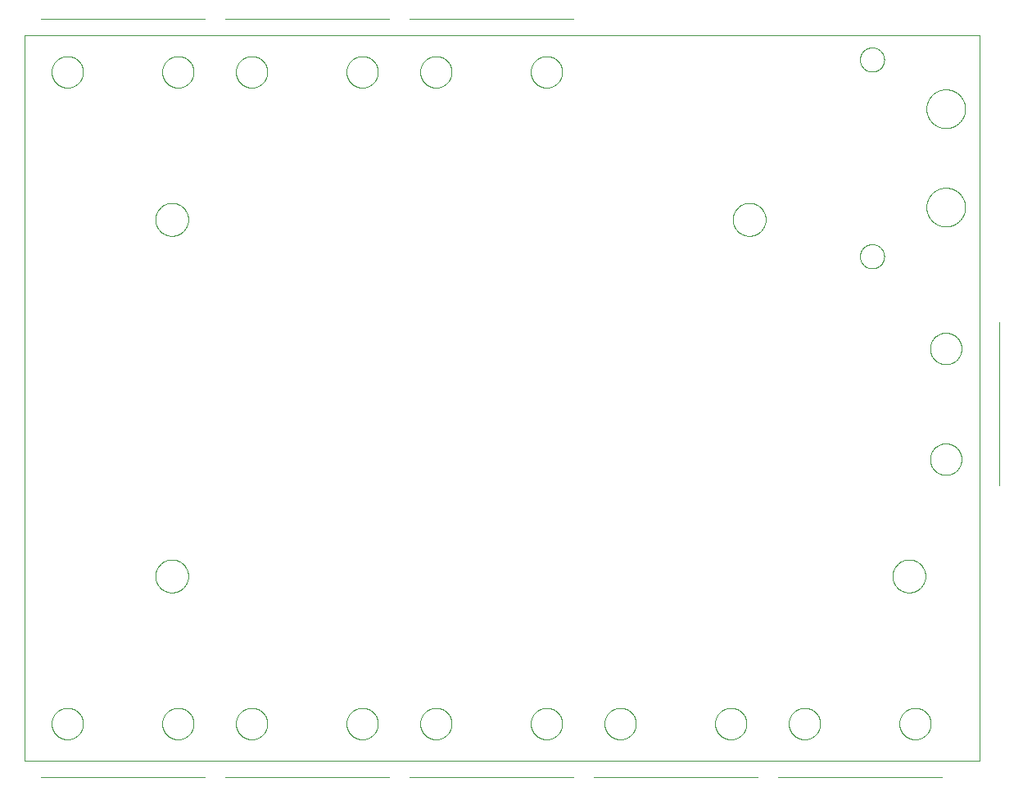
<source format=gbp>
G75*
%MOIN*%
%OFA0B0*%
%FSLAX25Y25*%
%IPPOS*%
%LPD*%
%AMOC8*
5,1,8,0,0,1.08239X$1,22.5*
%
%ADD10C,0.00000*%
%ADD11C,0.00039*%
D10*
X0004867Y0017038D02*
X0004867Y0311998D01*
X0393567Y0311998D01*
X0393567Y0017038D01*
X0004867Y0017038D01*
X0015967Y0032038D02*
X0015969Y0032198D01*
X0015975Y0032357D01*
X0015985Y0032516D01*
X0015999Y0032675D01*
X0016017Y0032834D01*
X0016038Y0032992D01*
X0016064Y0033149D01*
X0016094Y0033306D01*
X0016127Y0033462D01*
X0016165Y0033617D01*
X0016206Y0033771D01*
X0016251Y0033924D01*
X0016300Y0034076D01*
X0016353Y0034227D01*
X0016409Y0034376D01*
X0016470Y0034524D01*
X0016533Y0034670D01*
X0016601Y0034815D01*
X0016672Y0034958D01*
X0016746Y0035099D01*
X0016824Y0035238D01*
X0016906Y0035375D01*
X0016991Y0035510D01*
X0017079Y0035643D01*
X0017171Y0035774D01*
X0017265Y0035902D01*
X0017363Y0036028D01*
X0017464Y0036152D01*
X0017568Y0036273D01*
X0017675Y0036391D01*
X0017785Y0036507D01*
X0017898Y0036620D01*
X0018014Y0036730D01*
X0018132Y0036837D01*
X0018253Y0036941D01*
X0018377Y0037042D01*
X0018503Y0037140D01*
X0018631Y0037234D01*
X0018762Y0037326D01*
X0018895Y0037414D01*
X0019030Y0037499D01*
X0019167Y0037581D01*
X0019306Y0037659D01*
X0019447Y0037733D01*
X0019590Y0037804D01*
X0019735Y0037872D01*
X0019881Y0037935D01*
X0020029Y0037996D01*
X0020178Y0038052D01*
X0020329Y0038105D01*
X0020481Y0038154D01*
X0020634Y0038199D01*
X0020788Y0038240D01*
X0020943Y0038278D01*
X0021099Y0038311D01*
X0021256Y0038341D01*
X0021413Y0038367D01*
X0021571Y0038388D01*
X0021730Y0038406D01*
X0021889Y0038420D01*
X0022048Y0038430D01*
X0022207Y0038436D01*
X0022367Y0038438D01*
X0022527Y0038436D01*
X0022686Y0038430D01*
X0022845Y0038420D01*
X0023004Y0038406D01*
X0023163Y0038388D01*
X0023321Y0038367D01*
X0023478Y0038341D01*
X0023635Y0038311D01*
X0023791Y0038278D01*
X0023946Y0038240D01*
X0024100Y0038199D01*
X0024253Y0038154D01*
X0024405Y0038105D01*
X0024556Y0038052D01*
X0024705Y0037996D01*
X0024853Y0037935D01*
X0024999Y0037872D01*
X0025144Y0037804D01*
X0025287Y0037733D01*
X0025428Y0037659D01*
X0025567Y0037581D01*
X0025704Y0037499D01*
X0025839Y0037414D01*
X0025972Y0037326D01*
X0026103Y0037234D01*
X0026231Y0037140D01*
X0026357Y0037042D01*
X0026481Y0036941D01*
X0026602Y0036837D01*
X0026720Y0036730D01*
X0026836Y0036620D01*
X0026949Y0036507D01*
X0027059Y0036391D01*
X0027166Y0036273D01*
X0027270Y0036152D01*
X0027371Y0036028D01*
X0027469Y0035902D01*
X0027563Y0035774D01*
X0027655Y0035643D01*
X0027743Y0035510D01*
X0027828Y0035375D01*
X0027910Y0035238D01*
X0027988Y0035099D01*
X0028062Y0034958D01*
X0028133Y0034815D01*
X0028201Y0034670D01*
X0028264Y0034524D01*
X0028325Y0034376D01*
X0028381Y0034227D01*
X0028434Y0034076D01*
X0028483Y0033924D01*
X0028528Y0033771D01*
X0028569Y0033617D01*
X0028607Y0033462D01*
X0028640Y0033306D01*
X0028670Y0033149D01*
X0028696Y0032992D01*
X0028717Y0032834D01*
X0028735Y0032675D01*
X0028749Y0032516D01*
X0028759Y0032357D01*
X0028765Y0032198D01*
X0028767Y0032038D01*
X0028765Y0031878D01*
X0028759Y0031719D01*
X0028749Y0031560D01*
X0028735Y0031401D01*
X0028717Y0031242D01*
X0028696Y0031084D01*
X0028670Y0030927D01*
X0028640Y0030770D01*
X0028607Y0030614D01*
X0028569Y0030459D01*
X0028528Y0030305D01*
X0028483Y0030152D01*
X0028434Y0030000D01*
X0028381Y0029849D01*
X0028325Y0029700D01*
X0028264Y0029552D01*
X0028201Y0029406D01*
X0028133Y0029261D01*
X0028062Y0029118D01*
X0027988Y0028977D01*
X0027910Y0028838D01*
X0027828Y0028701D01*
X0027743Y0028566D01*
X0027655Y0028433D01*
X0027563Y0028302D01*
X0027469Y0028174D01*
X0027371Y0028048D01*
X0027270Y0027924D01*
X0027166Y0027803D01*
X0027059Y0027685D01*
X0026949Y0027569D01*
X0026836Y0027456D01*
X0026720Y0027346D01*
X0026602Y0027239D01*
X0026481Y0027135D01*
X0026357Y0027034D01*
X0026231Y0026936D01*
X0026103Y0026842D01*
X0025972Y0026750D01*
X0025839Y0026662D01*
X0025704Y0026577D01*
X0025567Y0026495D01*
X0025428Y0026417D01*
X0025287Y0026343D01*
X0025144Y0026272D01*
X0024999Y0026204D01*
X0024853Y0026141D01*
X0024705Y0026080D01*
X0024556Y0026024D01*
X0024405Y0025971D01*
X0024253Y0025922D01*
X0024100Y0025877D01*
X0023946Y0025836D01*
X0023791Y0025798D01*
X0023635Y0025765D01*
X0023478Y0025735D01*
X0023321Y0025709D01*
X0023163Y0025688D01*
X0023004Y0025670D01*
X0022845Y0025656D01*
X0022686Y0025646D01*
X0022527Y0025640D01*
X0022367Y0025638D01*
X0022207Y0025640D01*
X0022048Y0025646D01*
X0021889Y0025656D01*
X0021730Y0025670D01*
X0021571Y0025688D01*
X0021413Y0025709D01*
X0021256Y0025735D01*
X0021099Y0025765D01*
X0020943Y0025798D01*
X0020788Y0025836D01*
X0020634Y0025877D01*
X0020481Y0025922D01*
X0020329Y0025971D01*
X0020178Y0026024D01*
X0020029Y0026080D01*
X0019881Y0026141D01*
X0019735Y0026204D01*
X0019590Y0026272D01*
X0019447Y0026343D01*
X0019306Y0026417D01*
X0019167Y0026495D01*
X0019030Y0026577D01*
X0018895Y0026662D01*
X0018762Y0026750D01*
X0018631Y0026842D01*
X0018503Y0026936D01*
X0018377Y0027034D01*
X0018253Y0027135D01*
X0018132Y0027239D01*
X0018014Y0027346D01*
X0017898Y0027456D01*
X0017785Y0027569D01*
X0017675Y0027685D01*
X0017568Y0027803D01*
X0017464Y0027924D01*
X0017363Y0028048D01*
X0017265Y0028174D01*
X0017171Y0028302D01*
X0017079Y0028433D01*
X0016991Y0028566D01*
X0016906Y0028701D01*
X0016824Y0028838D01*
X0016746Y0028977D01*
X0016672Y0029118D01*
X0016601Y0029261D01*
X0016533Y0029406D01*
X0016470Y0029552D01*
X0016409Y0029700D01*
X0016353Y0029849D01*
X0016300Y0030000D01*
X0016251Y0030152D01*
X0016206Y0030305D01*
X0016165Y0030459D01*
X0016127Y0030614D01*
X0016094Y0030770D01*
X0016064Y0030927D01*
X0016038Y0031084D01*
X0016017Y0031242D01*
X0015999Y0031401D01*
X0015985Y0031560D01*
X0015975Y0031719D01*
X0015969Y0031878D01*
X0015967Y0032038D01*
X0060967Y0032038D02*
X0060969Y0032198D01*
X0060975Y0032357D01*
X0060985Y0032516D01*
X0060999Y0032675D01*
X0061017Y0032834D01*
X0061038Y0032992D01*
X0061064Y0033149D01*
X0061094Y0033306D01*
X0061127Y0033462D01*
X0061165Y0033617D01*
X0061206Y0033771D01*
X0061251Y0033924D01*
X0061300Y0034076D01*
X0061353Y0034227D01*
X0061409Y0034376D01*
X0061470Y0034524D01*
X0061533Y0034670D01*
X0061601Y0034815D01*
X0061672Y0034958D01*
X0061746Y0035099D01*
X0061824Y0035238D01*
X0061906Y0035375D01*
X0061991Y0035510D01*
X0062079Y0035643D01*
X0062171Y0035774D01*
X0062265Y0035902D01*
X0062363Y0036028D01*
X0062464Y0036152D01*
X0062568Y0036273D01*
X0062675Y0036391D01*
X0062785Y0036507D01*
X0062898Y0036620D01*
X0063014Y0036730D01*
X0063132Y0036837D01*
X0063253Y0036941D01*
X0063377Y0037042D01*
X0063503Y0037140D01*
X0063631Y0037234D01*
X0063762Y0037326D01*
X0063895Y0037414D01*
X0064030Y0037499D01*
X0064167Y0037581D01*
X0064306Y0037659D01*
X0064447Y0037733D01*
X0064590Y0037804D01*
X0064735Y0037872D01*
X0064881Y0037935D01*
X0065029Y0037996D01*
X0065178Y0038052D01*
X0065329Y0038105D01*
X0065481Y0038154D01*
X0065634Y0038199D01*
X0065788Y0038240D01*
X0065943Y0038278D01*
X0066099Y0038311D01*
X0066256Y0038341D01*
X0066413Y0038367D01*
X0066571Y0038388D01*
X0066730Y0038406D01*
X0066889Y0038420D01*
X0067048Y0038430D01*
X0067207Y0038436D01*
X0067367Y0038438D01*
X0067527Y0038436D01*
X0067686Y0038430D01*
X0067845Y0038420D01*
X0068004Y0038406D01*
X0068163Y0038388D01*
X0068321Y0038367D01*
X0068478Y0038341D01*
X0068635Y0038311D01*
X0068791Y0038278D01*
X0068946Y0038240D01*
X0069100Y0038199D01*
X0069253Y0038154D01*
X0069405Y0038105D01*
X0069556Y0038052D01*
X0069705Y0037996D01*
X0069853Y0037935D01*
X0069999Y0037872D01*
X0070144Y0037804D01*
X0070287Y0037733D01*
X0070428Y0037659D01*
X0070567Y0037581D01*
X0070704Y0037499D01*
X0070839Y0037414D01*
X0070972Y0037326D01*
X0071103Y0037234D01*
X0071231Y0037140D01*
X0071357Y0037042D01*
X0071481Y0036941D01*
X0071602Y0036837D01*
X0071720Y0036730D01*
X0071836Y0036620D01*
X0071949Y0036507D01*
X0072059Y0036391D01*
X0072166Y0036273D01*
X0072270Y0036152D01*
X0072371Y0036028D01*
X0072469Y0035902D01*
X0072563Y0035774D01*
X0072655Y0035643D01*
X0072743Y0035510D01*
X0072828Y0035375D01*
X0072910Y0035238D01*
X0072988Y0035099D01*
X0073062Y0034958D01*
X0073133Y0034815D01*
X0073201Y0034670D01*
X0073264Y0034524D01*
X0073325Y0034376D01*
X0073381Y0034227D01*
X0073434Y0034076D01*
X0073483Y0033924D01*
X0073528Y0033771D01*
X0073569Y0033617D01*
X0073607Y0033462D01*
X0073640Y0033306D01*
X0073670Y0033149D01*
X0073696Y0032992D01*
X0073717Y0032834D01*
X0073735Y0032675D01*
X0073749Y0032516D01*
X0073759Y0032357D01*
X0073765Y0032198D01*
X0073767Y0032038D01*
X0073765Y0031878D01*
X0073759Y0031719D01*
X0073749Y0031560D01*
X0073735Y0031401D01*
X0073717Y0031242D01*
X0073696Y0031084D01*
X0073670Y0030927D01*
X0073640Y0030770D01*
X0073607Y0030614D01*
X0073569Y0030459D01*
X0073528Y0030305D01*
X0073483Y0030152D01*
X0073434Y0030000D01*
X0073381Y0029849D01*
X0073325Y0029700D01*
X0073264Y0029552D01*
X0073201Y0029406D01*
X0073133Y0029261D01*
X0073062Y0029118D01*
X0072988Y0028977D01*
X0072910Y0028838D01*
X0072828Y0028701D01*
X0072743Y0028566D01*
X0072655Y0028433D01*
X0072563Y0028302D01*
X0072469Y0028174D01*
X0072371Y0028048D01*
X0072270Y0027924D01*
X0072166Y0027803D01*
X0072059Y0027685D01*
X0071949Y0027569D01*
X0071836Y0027456D01*
X0071720Y0027346D01*
X0071602Y0027239D01*
X0071481Y0027135D01*
X0071357Y0027034D01*
X0071231Y0026936D01*
X0071103Y0026842D01*
X0070972Y0026750D01*
X0070839Y0026662D01*
X0070704Y0026577D01*
X0070567Y0026495D01*
X0070428Y0026417D01*
X0070287Y0026343D01*
X0070144Y0026272D01*
X0069999Y0026204D01*
X0069853Y0026141D01*
X0069705Y0026080D01*
X0069556Y0026024D01*
X0069405Y0025971D01*
X0069253Y0025922D01*
X0069100Y0025877D01*
X0068946Y0025836D01*
X0068791Y0025798D01*
X0068635Y0025765D01*
X0068478Y0025735D01*
X0068321Y0025709D01*
X0068163Y0025688D01*
X0068004Y0025670D01*
X0067845Y0025656D01*
X0067686Y0025646D01*
X0067527Y0025640D01*
X0067367Y0025638D01*
X0067207Y0025640D01*
X0067048Y0025646D01*
X0066889Y0025656D01*
X0066730Y0025670D01*
X0066571Y0025688D01*
X0066413Y0025709D01*
X0066256Y0025735D01*
X0066099Y0025765D01*
X0065943Y0025798D01*
X0065788Y0025836D01*
X0065634Y0025877D01*
X0065481Y0025922D01*
X0065329Y0025971D01*
X0065178Y0026024D01*
X0065029Y0026080D01*
X0064881Y0026141D01*
X0064735Y0026204D01*
X0064590Y0026272D01*
X0064447Y0026343D01*
X0064306Y0026417D01*
X0064167Y0026495D01*
X0064030Y0026577D01*
X0063895Y0026662D01*
X0063762Y0026750D01*
X0063631Y0026842D01*
X0063503Y0026936D01*
X0063377Y0027034D01*
X0063253Y0027135D01*
X0063132Y0027239D01*
X0063014Y0027346D01*
X0062898Y0027456D01*
X0062785Y0027569D01*
X0062675Y0027685D01*
X0062568Y0027803D01*
X0062464Y0027924D01*
X0062363Y0028048D01*
X0062265Y0028174D01*
X0062171Y0028302D01*
X0062079Y0028433D01*
X0061991Y0028566D01*
X0061906Y0028701D01*
X0061824Y0028838D01*
X0061746Y0028977D01*
X0061672Y0029118D01*
X0061601Y0029261D01*
X0061533Y0029406D01*
X0061470Y0029552D01*
X0061409Y0029700D01*
X0061353Y0029849D01*
X0061300Y0030000D01*
X0061251Y0030152D01*
X0061206Y0030305D01*
X0061165Y0030459D01*
X0061127Y0030614D01*
X0061094Y0030770D01*
X0061064Y0030927D01*
X0061038Y0031084D01*
X0061017Y0031242D01*
X0060999Y0031401D01*
X0060985Y0031560D01*
X0060975Y0031719D01*
X0060969Y0031878D01*
X0060967Y0032038D01*
X0090967Y0032038D02*
X0090969Y0032198D01*
X0090975Y0032357D01*
X0090985Y0032516D01*
X0090999Y0032675D01*
X0091017Y0032834D01*
X0091038Y0032992D01*
X0091064Y0033149D01*
X0091094Y0033306D01*
X0091127Y0033462D01*
X0091165Y0033617D01*
X0091206Y0033771D01*
X0091251Y0033924D01*
X0091300Y0034076D01*
X0091353Y0034227D01*
X0091409Y0034376D01*
X0091470Y0034524D01*
X0091533Y0034670D01*
X0091601Y0034815D01*
X0091672Y0034958D01*
X0091746Y0035099D01*
X0091824Y0035238D01*
X0091906Y0035375D01*
X0091991Y0035510D01*
X0092079Y0035643D01*
X0092171Y0035774D01*
X0092265Y0035902D01*
X0092363Y0036028D01*
X0092464Y0036152D01*
X0092568Y0036273D01*
X0092675Y0036391D01*
X0092785Y0036507D01*
X0092898Y0036620D01*
X0093014Y0036730D01*
X0093132Y0036837D01*
X0093253Y0036941D01*
X0093377Y0037042D01*
X0093503Y0037140D01*
X0093631Y0037234D01*
X0093762Y0037326D01*
X0093895Y0037414D01*
X0094030Y0037499D01*
X0094167Y0037581D01*
X0094306Y0037659D01*
X0094447Y0037733D01*
X0094590Y0037804D01*
X0094735Y0037872D01*
X0094881Y0037935D01*
X0095029Y0037996D01*
X0095178Y0038052D01*
X0095329Y0038105D01*
X0095481Y0038154D01*
X0095634Y0038199D01*
X0095788Y0038240D01*
X0095943Y0038278D01*
X0096099Y0038311D01*
X0096256Y0038341D01*
X0096413Y0038367D01*
X0096571Y0038388D01*
X0096730Y0038406D01*
X0096889Y0038420D01*
X0097048Y0038430D01*
X0097207Y0038436D01*
X0097367Y0038438D01*
X0097527Y0038436D01*
X0097686Y0038430D01*
X0097845Y0038420D01*
X0098004Y0038406D01*
X0098163Y0038388D01*
X0098321Y0038367D01*
X0098478Y0038341D01*
X0098635Y0038311D01*
X0098791Y0038278D01*
X0098946Y0038240D01*
X0099100Y0038199D01*
X0099253Y0038154D01*
X0099405Y0038105D01*
X0099556Y0038052D01*
X0099705Y0037996D01*
X0099853Y0037935D01*
X0099999Y0037872D01*
X0100144Y0037804D01*
X0100287Y0037733D01*
X0100428Y0037659D01*
X0100567Y0037581D01*
X0100704Y0037499D01*
X0100839Y0037414D01*
X0100972Y0037326D01*
X0101103Y0037234D01*
X0101231Y0037140D01*
X0101357Y0037042D01*
X0101481Y0036941D01*
X0101602Y0036837D01*
X0101720Y0036730D01*
X0101836Y0036620D01*
X0101949Y0036507D01*
X0102059Y0036391D01*
X0102166Y0036273D01*
X0102270Y0036152D01*
X0102371Y0036028D01*
X0102469Y0035902D01*
X0102563Y0035774D01*
X0102655Y0035643D01*
X0102743Y0035510D01*
X0102828Y0035375D01*
X0102910Y0035238D01*
X0102988Y0035099D01*
X0103062Y0034958D01*
X0103133Y0034815D01*
X0103201Y0034670D01*
X0103264Y0034524D01*
X0103325Y0034376D01*
X0103381Y0034227D01*
X0103434Y0034076D01*
X0103483Y0033924D01*
X0103528Y0033771D01*
X0103569Y0033617D01*
X0103607Y0033462D01*
X0103640Y0033306D01*
X0103670Y0033149D01*
X0103696Y0032992D01*
X0103717Y0032834D01*
X0103735Y0032675D01*
X0103749Y0032516D01*
X0103759Y0032357D01*
X0103765Y0032198D01*
X0103767Y0032038D01*
X0103765Y0031878D01*
X0103759Y0031719D01*
X0103749Y0031560D01*
X0103735Y0031401D01*
X0103717Y0031242D01*
X0103696Y0031084D01*
X0103670Y0030927D01*
X0103640Y0030770D01*
X0103607Y0030614D01*
X0103569Y0030459D01*
X0103528Y0030305D01*
X0103483Y0030152D01*
X0103434Y0030000D01*
X0103381Y0029849D01*
X0103325Y0029700D01*
X0103264Y0029552D01*
X0103201Y0029406D01*
X0103133Y0029261D01*
X0103062Y0029118D01*
X0102988Y0028977D01*
X0102910Y0028838D01*
X0102828Y0028701D01*
X0102743Y0028566D01*
X0102655Y0028433D01*
X0102563Y0028302D01*
X0102469Y0028174D01*
X0102371Y0028048D01*
X0102270Y0027924D01*
X0102166Y0027803D01*
X0102059Y0027685D01*
X0101949Y0027569D01*
X0101836Y0027456D01*
X0101720Y0027346D01*
X0101602Y0027239D01*
X0101481Y0027135D01*
X0101357Y0027034D01*
X0101231Y0026936D01*
X0101103Y0026842D01*
X0100972Y0026750D01*
X0100839Y0026662D01*
X0100704Y0026577D01*
X0100567Y0026495D01*
X0100428Y0026417D01*
X0100287Y0026343D01*
X0100144Y0026272D01*
X0099999Y0026204D01*
X0099853Y0026141D01*
X0099705Y0026080D01*
X0099556Y0026024D01*
X0099405Y0025971D01*
X0099253Y0025922D01*
X0099100Y0025877D01*
X0098946Y0025836D01*
X0098791Y0025798D01*
X0098635Y0025765D01*
X0098478Y0025735D01*
X0098321Y0025709D01*
X0098163Y0025688D01*
X0098004Y0025670D01*
X0097845Y0025656D01*
X0097686Y0025646D01*
X0097527Y0025640D01*
X0097367Y0025638D01*
X0097207Y0025640D01*
X0097048Y0025646D01*
X0096889Y0025656D01*
X0096730Y0025670D01*
X0096571Y0025688D01*
X0096413Y0025709D01*
X0096256Y0025735D01*
X0096099Y0025765D01*
X0095943Y0025798D01*
X0095788Y0025836D01*
X0095634Y0025877D01*
X0095481Y0025922D01*
X0095329Y0025971D01*
X0095178Y0026024D01*
X0095029Y0026080D01*
X0094881Y0026141D01*
X0094735Y0026204D01*
X0094590Y0026272D01*
X0094447Y0026343D01*
X0094306Y0026417D01*
X0094167Y0026495D01*
X0094030Y0026577D01*
X0093895Y0026662D01*
X0093762Y0026750D01*
X0093631Y0026842D01*
X0093503Y0026936D01*
X0093377Y0027034D01*
X0093253Y0027135D01*
X0093132Y0027239D01*
X0093014Y0027346D01*
X0092898Y0027456D01*
X0092785Y0027569D01*
X0092675Y0027685D01*
X0092568Y0027803D01*
X0092464Y0027924D01*
X0092363Y0028048D01*
X0092265Y0028174D01*
X0092171Y0028302D01*
X0092079Y0028433D01*
X0091991Y0028566D01*
X0091906Y0028701D01*
X0091824Y0028838D01*
X0091746Y0028977D01*
X0091672Y0029118D01*
X0091601Y0029261D01*
X0091533Y0029406D01*
X0091470Y0029552D01*
X0091409Y0029700D01*
X0091353Y0029849D01*
X0091300Y0030000D01*
X0091251Y0030152D01*
X0091206Y0030305D01*
X0091165Y0030459D01*
X0091127Y0030614D01*
X0091094Y0030770D01*
X0091064Y0030927D01*
X0091038Y0031084D01*
X0091017Y0031242D01*
X0090999Y0031401D01*
X0090985Y0031560D01*
X0090975Y0031719D01*
X0090969Y0031878D01*
X0090967Y0032038D01*
X0135967Y0032038D02*
X0135969Y0032198D01*
X0135975Y0032357D01*
X0135985Y0032516D01*
X0135999Y0032675D01*
X0136017Y0032834D01*
X0136038Y0032992D01*
X0136064Y0033149D01*
X0136094Y0033306D01*
X0136127Y0033462D01*
X0136165Y0033617D01*
X0136206Y0033771D01*
X0136251Y0033924D01*
X0136300Y0034076D01*
X0136353Y0034227D01*
X0136409Y0034376D01*
X0136470Y0034524D01*
X0136533Y0034670D01*
X0136601Y0034815D01*
X0136672Y0034958D01*
X0136746Y0035099D01*
X0136824Y0035238D01*
X0136906Y0035375D01*
X0136991Y0035510D01*
X0137079Y0035643D01*
X0137171Y0035774D01*
X0137265Y0035902D01*
X0137363Y0036028D01*
X0137464Y0036152D01*
X0137568Y0036273D01*
X0137675Y0036391D01*
X0137785Y0036507D01*
X0137898Y0036620D01*
X0138014Y0036730D01*
X0138132Y0036837D01*
X0138253Y0036941D01*
X0138377Y0037042D01*
X0138503Y0037140D01*
X0138631Y0037234D01*
X0138762Y0037326D01*
X0138895Y0037414D01*
X0139030Y0037499D01*
X0139167Y0037581D01*
X0139306Y0037659D01*
X0139447Y0037733D01*
X0139590Y0037804D01*
X0139735Y0037872D01*
X0139881Y0037935D01*
X0140029Y0037996D01*
X0140178Y0038052D01*
X0140329Y0038105D01*
X0140481Y0038154D01*
X0140634Y0038199D01*
X0140788Y0038240D01*
X0140943Y0038278D01*
X0141099Y0038311D01*
X0141256Y0038341D01*
X0141413Y0038367D01*
X0141571Y0038388D01*
X0141730Y0038406D01*
X0141889Y0038420D01*
X0142048Y0038430D01*
X0142207Y0038436D01*
X0142367Y0038438D01*
X0142527Y0038436D01*
X0142686Y0038430D01*
X0142845Y0038420D01*
X0143004Y0038406D01*
X0143163Y0038388D01*
X0143321Y0038367D01*
X0143478Y0038341D01*
X0143635Y0038311D01*
X0143791Y0038278D01*
X0143946Y0038240D01*
X0144100Y0038199D01*
X0144253Y0038154D01*
X0144405Y0038105D01*
X0144556Y0038052D01*
X0144705Y0037996D01*
X0144853Y0037935D01*
X0144999Y0037872D01*
X0145144Y0037804D01*
X0145287Y0037733D01*
X0145428Y0037659D01*
X0145567Y0037581D01*
X0145704Y0037499D01*
X0145839Y0037414D01*
X0145972Y0037326D01*
X0146103Y0037234D01*
X0146231Y0037140D01*
X0146357Y0037042D01*
X0146481Y0036941D01*
X0146602Y0036837D01*
X0146720Y0036730D01*
X0146836Y0036620D01*
X0146949Y0036507D01*
X0147059Y0036391D01*
X0147166Y0036273D01*
X0147270Y0036152D01*
X0147371Y0036028D01*
X0147469Y0035902D01*
X0147563Y0035774D01*
X0147655Y0035643D01*
X0147743Y0035510D01*
X0147828Y0035375D01*
X0147910Y0035238D01*
X0147988Y0035099D01*
X0148062Y0034958D01*
X0148133Y0034815D01*
X0148201Y0034670D01*
X0148264Y0034524D01*
X0148325Y0034376D01*
X0148381Y0034227D01*
X0148434Y0034076D01*
X0148483Y0033924D01*
X0148528Y0033771D01*
X0148569Y0033617D01*
X0148607Y0033462D01*
X0148640Y0033306D01*
X0148670Y0033149D01*
X0148696Y0032992D01*
X0148717Y0032834D01*
X0148735Y0032675D01*
X0148749Y0032516D01*
X0148759Y0032357D01*
X0148765Y0032198D01*
X0148767Y0032038D01*
X0148765Y0031878D01*
X0148759Y0031719D01*
X0148749Y0031560D01*
X0148735Y0031401D01*
X0148717Y0031242D01*
X0148696Y0031084D01*
X0148670Y0030927D01*
X0148640Y0030770D01*
X0148607Y0030614D01*
X0148569Y0030459D01*
X0148528Y0030305D01*
X0148483Y0030152D01*
X0148434Y0030000D01*
X0148381Y0029849D01*
X0148325Y0029700D01*
X0148264Y0029552D01*
X0148201Y0029406D01*
X0148133Y0029261D01*
X0148062Y0029118D01*
X0147988Y0028977D01*
X0147910Y0028838D01*
X0147828Y0028701D01*
X0147743Y0028566D01*
X0147655Y0028433D01*
X0147563Y0028302D01*
X0147469Y0028174D01*
X0147371Y0028048D01*
X0147270Y0027924D01*
X0147166Y0027803D01*
X0147059Y0027685D01*
X0146949Y0027569D01*
X0146836Y0027456D01*
X0146720Y0027346D01*
X0146602Y0027239D01*
X0146481Y0027135D01*
X0146357Y0027034D01*
X0146231Y0026936D01*
X0146103Y0026842D01*
X0145972Y0026750D01*
X0145839Y0026662D01*
X0145704Y0026577D01*
X0145567Y0026495D01*
X0145428Y0026417D01*
X0145287Y0026343D01*
X0145144Y0026272D01*
X0144999Y0026204D01*
X0144853Y0026141D01*
X0144705Y0026080D01*
X0144556Y0026024D01*
X0144405Y0025971D01*
X0144253Y0025922D01*
X0144100Y0025877D01*
X0143946Y0025836D01*
X0143791Y0025798D01*
X0143635Y0025765D01*
X0143478Y0025735D01*
X0143321Y0025709D01*
X0143163Y0025688D01*
X0143004Y0025670D01*
X0142845Y0025656D01*
X0142686Y0025646D01*
X0142527Y0025640D01*
X0142367Y0025638D01*
X0142207Y0025640D01*
X0142048Y0025646D01*
X0141889Y0025656D01*
X0141730Y0025670D01*
X0141571Y0025688D01*
X0141413Y0025709D01*
X0141256Y0025735D01*
X0141099Y0025765D01*
X0140943Y0025798D01*
X0140788Y0025836D01*
X0140634Y0025877D01*
X0140481Y0025922D01*
X0140329Y0025971D01*
X0140178Y0026024D01*
X0140029Y0026080D01*
X0139881Y0026141D01*
X0139735Y0026204D01*
X0139590Y0026272D01*
X0139447Y0026343D01*
X0139306Y0026417D01*
X0139167Y0026495D01*
X0139030Y0026577D01*
X0138895Y0026662D01*
X0138762Y0026750D01*
X0138631Y0026842D01*
X0138503Y0026936D01*
X0138377Y0027034D01*
X0138253Y0027135D01*
X0138132Y0027239D01*
X0138014Y0027346D01*
X0137898Y0027456D01*
X0137785Y0027569D01*
X0137675Y0027685D01*
X0137568Y0027803D01*
X0137464Y0027924D01*
X0137363Y0028048D01*
X0137265Y0028174D01*
X0137171Y0028302D01*
X0137079Y0028433D01*
X0136991Y0028566D01*
X0136906Y0028701D01*
X0136824Y0028838D01*
X0136746Y0028977D01*
X0136672Y0029118D01*
X0136601Y0029261D01*
X0136533Y0029406D01*
X0136470Y0029552D01*
X0136409Y0029700D01*
X0136353Y0029849D01*
X0136300Y0030000D01*
X0136251Y0030152D01*
X0136206Y0030305D01*
X0136165Y0030459D01*
X0136127Y0030614D01*
X0136094Y0030770D01*
X0136064Y0030927D01*
X0136038Y0031084D01*
X0136017Y0031242D01*
X0135999Y0031401D01*
X0135985Y0031560D01*
X0135975Y0031719D01*
X0135969Y0031878D01*
X0135967Y0032038D01*
X0165967Y0032038D02*
X0165969Y0032198D01*
X0165975Y0032357D01*
X0165985Y0032516D01*
X0165999Y0032675D01*
X0166017Y0032834D01*
X0166038Y0032992D01*
X0166064Y0033149D01*
X0166094Y0033306D01*
X0166127Y0033462D01*
X0166165Y0033617D01*
X0166206Y0033771D01*
X0166251Y0033924D01*
X0166300Y0034076D01*
X0166353Y0034227D01*
X0166409Y0034376D01*
X0166470Y0034524D01*
X0166533Y0034670D01*
X0166601Y0034815D01*
X0166672Y0034958D01*
X0166746Y0035099D01*
X0166824Y0035238D01*
X0166906Y0035375D01*
X0166991Y0035510D01*
X0167079Y0035643D01*
X0167171Y0035774D01*
X0167265Y0035902D01*
X0167363Y0036028D01*
X0167464Y0036152D01*
X0167568Y0036273D01*
X0167675Y0036391D01*
X0167785Y0036507D01*
X0167898Y0036620D01*
X0168014Y0036730D01*
X0168132Y0036837D01*
X0168253Y0036941D01*
X0168377Y0037042D01*
X0168503Y0037140D01*
X0168631Y0037234D01*
X0168762Y0037326D01*
X0168895Y0037414D01*
X0169030Y0037499D01*
X0169167Y0037581D01*
X0169306Y0037659D01*
X0169447Y0037733D01*
X0169590Y0037804D01*
X0169735Y0037872D01*
X0169881Y0037935D01*
X0170029Y0037996D01*
X0170178Y0038052D01*
X0170329Y0038105D01*
X0170481Y0038154D01*
X0170634Y0038199D01*
X0170788Y0038240D01*
X0170943Y0038278D01*
X0171099Y0038311D01*
X0171256Y0038341D01*
X0171413Y0038367D01*
X0171571Y0038388D01*
X0171730Y0038406D01*
X0171889Y0038420D01*
X0172048Y0038430D01*
X0172207Y0038436D01*
X0172367Y0038438D01*
X0172527Y0038436D01*
X0172686Y0038430D01*
X0172845Y0038420D01*
X0173004Y0038406D01*
X0173163Y0038388D01*
X0173321Y0038367D01*
X0173478Y0038341D01*
X0173635Y0038311D01*
X0173791Y0038278D01*
X0173946Y0038240D01*
X0174100Y0038199D01*
X0174253Y0038154D01*
X0174405Y0038105D01*
X0174556Y0038052D01*
X0174705Y0037996D01*
X0174853Y0037935D01*
X0174999Y0037872D01*
X0175144Y0037804D01*
X0175287Y0037733D01*
X0175428Y0037659D01*
X0175567Y0037581D01*
X0175704Y0037499D01*
X0175839Y0037414D01*
X0175972Y0037326D01*
X0176103Y0037234D01*
X0176231Y0037140D01*
X0176357Y0037042D01*
X0176481Y0036941D01*
X0176602Y0036837D01*
X0176720Y0036730D01*
X0176836Y0036620D01*
X0176949Y0036507D01*
X0177059Y0036391D01*
X0177166Y0036273D01*
X0177270Y0036152D01*
X0177371Y0036028D01*
X0177469Y0035902D01*
X0177563Y0035774D01*
X0177655Y0035643D01*
X0177743Y0035510D01*
X0177828Y0035375D01*
X0177910Y0035238D01*
X0177988Y0035099D01*
X0178062Y0034958D01*
X0178133Y0034815D01*
X0178201Y0034670D01*
X0178264Y0034524D01*
X0178325Y0034376D01*
X0178381Y0034227D01*
X0178434Y0034076D01*
X0178483Y0033924D01*
X0178528Y0033771D01*
X0178569Y0033617D01*
X0178607Y0033462D01*
X0178640Y0033306D01*
X0178670Y0033149D01*
X0178696Y0032992D01*
X0178717Y0032834D01*
X0178735Y0032675D01*
X0178749Y0032516D01*
X0178759Y0032357D01*
X0178765Y0032198D01*
X0178767Y0032038D01*
X0178765Y0031878D01*
X0178759Y0031719D01*
X0178749Y0031560D01*
X0178735Y0031401D01*
X0178717Y0031242D01*
X0178696Y0031084D01*
X0178670Y0030927D01*
X0178640Y0030770D01*
X0178607Y0030614D01*
X0178569Y0030459D01*
X0178528Y0030305D01*
X0178483Y0030152D01*
X0178434Y0030000D01*
X0178381Y0029849D01*
X0178325Y0029700D01*
X0178264Y0029552D01*
X0178201Y0029406D01*
X0178133Y0029261D01*
X0178062Y0029118D01*
X0177988Y0028977D01*
X0177910Y0028838D01*
X0177828Y0028701D01*
X0177743Y0028566D01*
X0177655Y0028433D01*
X0177563Y0028302D01*
X0177469Y0028174D01*
X0177371Y0028048D01*
X0177270Y0027924D01*
X0177166Y0027803D01*
X0177059Y0027685D01*
X0176949Y0027569D01*
X0176836Y0027456D01*
X0176720Y0027346D01*
X0176602Y0027239D01*
X0176481Y0027135D01*
X0176357Y0027034D01*
X0176231Y0026936D01*
X0176103Y0026842D01*
X0175972Y0026750D01*
X0175839Y0026662D01*
X0175704Y0026577D01*
X0175567Y0026495D01*
X0175428Y0026417D01*
X0175287Y0026343D01*
X0175144Y0026272D01*
X0174999Y0026204D01*
X0174853Y0026141D01*
X0174705Y0026080D01*
X0174556Y0026024D01*
X0174405Y0025971D01*
X0174253Y0025922D01*
X0174100Y0025877D01*
X0173946Y0025836D01*
X0173791Y0025798D01*
X0173635Y0025765D01*
X0173478Y0025735D01*
X0173321Y0025709D01*
X0173163Y0025688D01*
X0173004Y0025670D01*
X0172845Y0025656D01*
X0172686Y0025646D01*
X0172527Y0025640D01*
X0172367Y0025638D01*
X0172207Y0025640D01*
X0172048Y0025646D01*
X0171889Y0025656D01*
X0171730Y0025670D01*
X0171571Y0025688D01*
X0171413Y0025709D01*
X0171256Y0025735D01*
X0171099Y0025765D01*
X0170943Y0025798D01*
X0170788Y0025836D01*
X0170634Y0025877D01*
X0170481Y0025922D01*
X0170329Y0025971D01*
X0170178Y0026024D01*
X0170029Y0026080D01*
X0169881Y0026141D01*
X0169735Y0026204D01*
X0169590Y0026272D01*
X0169447Y0026343D01*
X0169306Y0026417D01*
X0169167Y0026495D01*
X0169030Y0026577D01*
X0168895Y0026662D01*
X0168762Y0026750D01*
X0168631Y0026842D01*
X0168503Y0026936D01*
X0168377Y0027034D01*
X0168253Y0027135D01*
X0168132Y0027239D01*
X0168014Y0027346D01*
X0167898Y0027456D01*
X0167785Y0027569D01*
X0167675Y0027685D01*
X0167568Y0027803D01*
X0167464Y0027924D01*
X0167363Y0028048D01*
X0167265Y0028174D01*
X0167171Y0028302D01*
X0167079Y0028433D01*
X0166991Y0028566D01*
X0166906Y0028701D01*
X0166824Y0028838D01*
X0166746Y0028977D01*
X0166672Y0029118D01*
X0166601Y0029261D01*
X0166533Y0029406D01*
X0166470Y0029552D01*
X0166409Y0029700D01*
X0166353Y0029849D01*
X0166300Y0030000D01*
X0166251Y0030152D01*
X0166206Y0030305D01*
X0166165Y0030459D01*
X0166127Y0030614D01*
X0166094Y0030770D01*
X0166064Y0030927D01*
X0166038Y0031084D01*
X0166017Y0031242D01*
X0165999Y0031401D01*
X0165985Y0031560D01*
X0165975Y0031719D01*
X0165969Y0031878D01*
X0165967Y0032038D01*
X0210967Y0032038D02*
X0210969Y0032198D01*
X0210975Y0032357D01*
X0210985Y0032516D01*
X0210999Y0032675D01*
X0211017Y0032834D01*
X0211038Y0032992D01*
X0211064Y0033149D01*
X0211094Y0033306D01*
X0211127Y0033462D01*
X0211165Y0033617D01*
X0211206Y0033771D01*
X0211251Y0033924D01*
X0211300Y0034076D01*
X0211353Y0034227D01*
X0211409Y0034376D01*
X0211470Y0034524D01*
X0211533Y0034670D01*
X0211601Y0034815D01*
X0211672Y0034958D01*
X0211746Y0035099D01*
X0211824Y0035238D01*
X0211906Y0035375D01*
X0211991Y0035510D01*
X0212079Y0035643D01*
X0212171Y0035774D01*
X0212265Y0035902D01*
X0212363Y0036028D01*
X0212464Y0036152D01*
X0212568Y0036273D01*
X0212675Y0036391D01*
X0212785Y0036507D01*
X0212898Y0036620D01*
X0213014Y0036730D01*
X0213132Y0036837D01*
X0213253Y0036941D01*
X0213377Y0037042D01*
X0213503Y0037140D01*
X0213631Y0037234D01*
X0213762Y0037326D01*
X0213895Y0037414D01*
X0214030Y0037499D01*
X0214167Y0037581D01*
X0214306Y0037659D01*
X0214447Y0037733D01*
X0214590Y0037804D01*
X0214735Y0037872D01*
X0214881Y0037935D01*
X0215029Y0037996D01*
X0215178Y0038052D01*
X0215329Y0038105D01*
X0215481Y0038154D01*
X0215634Y0038199D01*
X0215788Y0038240D01*
X0215943Y0038278D01*
X0216099Y0038311D01*
X0216256Y0038341D01*
X0216413Y0038367D01*
X0216571Y0038388D01*
X0216730Y0038406D01*
X0216889Y0038420D01*
X0217048Y0038430D01*
X0217207Y0038436D01*
X0217367Y0038438D01*
X0217527Y0038436D01*
X0217686Y0038430D01*
X0217845Y0038420D01*
X0218004Y0038406D01*
X0218163Y0038388D01*
X0218321Y0038367D01*
X0218478Y0038341D01*
X0218635Y0038311D01*
X0218791Y0038278D01*
X0218946Y0038240D01*
X0219100Y0038199D01*
X0219253Y0038154D01*
X0219405Y0038105D01*
X0219556Y0038052D01*
X0219705Y0037996D01*
X0219853Y0037935D01*
X0219999Y0037872D01*
X0220144Y0037804D01*
X0220287Y0037733D01*
X0220428Y0037659D01*
X0220567Y0037581D01*
X0220704Y0037499D01*
X0220839Y0037414D01*
X0220972Y0037326D01*
X0221103Y0037234D01*
X0221231Y0037140D01*
X0221357Y0037042D01*
X0221481Y0036941D01*
X0221602Y0036837D01*
X0221720Y0036730D01*
X0221836Y0036620D01*
X0221949Y0036507D01*
X0222059Y0036391D01*
X0222166Y0036273D01*
X0222270Y0036152D01*
X0222371Y0036028D01*
X0222469Y0035902D01*
X0222563Y0035774D01*
X0222655Y0035643D01*
X0222743Y0035510D01*
X0222828Y0035375D01*
X0222910Y0035238D01*
X0222988Y0035099D01*
X0223062Y0034958D01*
X0223133Y0034815D01*
X0223201Y0034670D01*
X0223264Y0034524D01*
X0223325Y0034376D01*
X0223381Y0034227D01*
X0223434Y0034076D01*
X0223483Y0033924D01*
X0223528Y0033771D01*
X0223569Y0033617D01*
X0223607Y0033462D01*
X0223640Y0033306D01*
X0223670Y0033149D01*
X0223696Y0032992D01*
X0223717Y0032834D01*
X0223735Y0032675D01*
X0223749Y0032516D01*
X0223759Y0032357D01*
X0223765Y0032198D01*
X0223767Y0032038D01*
X0223765Y0031878D01*
X0223759Y0031719D01*
X0223749Y0031560D01*
X0223735Y0031401D01*
X0223717Y0031242D01*
X0223696Y0031084D01*
X0223670Y0030927D01*
X0223640Y0030770D01*
X0223607Y0030614D01*
X0223569Y0030459D01*
X0223528Y0030305D01*
X0223483Y0030152D01*
X0223434Y0030000D01*
X0223381Y0029849D01*
X0223325Y0029700D01*
X0223264Y0029552D01*
X0223201Y0029406D01*
X0223133Y0029261D01*
X0223062Y0029118D01*
X0222988Y0028977D01*
X0222910Y0028838D01*
X0222828Y0028701D01*
X0222743Y0028566D01*
X0222655Y0028433D01*
X0222563Y0028302D01*
X0222469Y0028174D01*
X0222371Y0028048D01*
X0222270Y0027924D01*
X0222166Y0027803D01*
X0222059Y0027685D01*
X0221949Y0027569D01*
X0221836Y0027456D01*
X0221720Y0027346D01*
X0221602Y0027239D01*
X0221481Y0027135D01*
X0221357Y0027034D01*
X0221231Y0026936D01*
X0221103Y0026842D01*
X0220972Y0026750D01*
X0220839Y0026662D01*
X0220704Y0026577D01*
X0220567Y0026495D01*
X0220428Y0026417D01*
X0220287Y0026343D01*
X0220144Y0026272D01*
X0219999Y0026204D01*
X0219853Y0026141D01*
X0219705Y0026080D01*
X0219556Y0026024D01*
X0219405Y0025971D01*
X0219253Y0025922D01*
X0219100Y0025877D01*
X0218946Y0025836D01*
X0218791Y0025798D01*
X0218635Y0025765D01*
X0218478Y0025735D01*
X0218321Y0025709D01*
X0218163Y0025688D01*
X0218004Y0025670D01*
X0217845Y0025656D01*
X0217686Y0025646D01*
X0217527Y0025640D01*
X0217367Y0025638D01*
X0217207Y0025640D01*
X0217048Y0025646D01*
X0216889Y0025656D01*
X0216730Y0025670D01*
X0216571Y0025688D01*
X0216413Y0025709D01*
X0216256Y0025735D01*
X0216099Y0025765D01*
X0215943Y0025798D01*
X0215788Y0025836D01*
X0215634Y0025877D01*
X0215481Y0025922D01*
X0215329Y0025971D01*
X0215178Y0026024D01*
X0215029Y0026080D01*
X0214881Y0026141D01*
X0214735Y0026204D01*
X0214590Y0026272D01*
X0214447Y0026343D01*
X0214306Y0026417D01*
X0214167Y0026495D01*
X0214030Y0026577D01*
X0213895Y0026662D01*
X0213762Y0026750D01*
X0213631Y0026842D01*
X0213503Y0026936D01*
X0213377Y0027034D01*
X0213253Y0027135D01*
X0213132Y0027239D01*
X0213014Y0027346D01*
X0212898Y0027456D01*
X0212785Y0027569D01*
X0212675Y0027685D01*
X0212568Y0027803D01*
X0212464Y0027924D01*
X0212363Y0028048D01*
X0212265Y0028174D01*
X0212171Y0028302D01*
X0212079Y0028433D01*
X0211991Y0028566D01*
X0211906Y0028701D01*
X0211824Y0028838D01*
X0211746Y0028977D01*
X0211672Y0029118D01*
X0211601Y0029261D01*
X0211533Y0029406D01*
X0211470Y0029552D01*
X0211409Y0029700D01*
X0211353Y0029849D01*
X0211300Y0030000D01*
X0211251Y0030152D01*
X0211206Y0030305D01*
X0211165Y0030459D01*
X0211127Y0030614D01*
X0211094Y0030770D01*
X0211064Y0030927D01*
X0211038Y0031084D01*
X0211017Y0031242D01*
X0210999Y0031401D01*
X0210985Y0031560D01*
X0210975Y0031719D01*
X0210969Y0031878D01*
X0210967Y0032038D01*
X0240967Y0032038D02*
X0240969Y0032198D01*
X0240975Y0032357D01*
X0240985Y0032516D01*
X0240999Y0032675D01*
X0241017Y0032834D01*
X0241038Y0032992D01*
X0241064Y0033149D01*
X0241094Y0033306D01*
X0241127Y0033462D01*
X0241165Y0033617D01*
X0241206Y0033771D01*
X0241251Y0033924D01*
X0241300Y0034076D01*
X0241353Y0034227D01*
X0241409Y0034376D01*
X0241470Y0034524D01*
X0241533Y0034670D01*
X0241601Y0034815D01*
X0241672Y0034958D01*
X0241746Y0035099D01*
X0241824Y0035238D01*
X0241906Y0035375D01*
X0241991Y0035510D01*
X0242079Y0035643D01*
X0242171Y0035774D01*
X0242265Y0035902D01*
X0242363Y0036028D01*
X0242464Y0036152D01*
X0242568Y0036273D01*
X0242675Y0036391D01*
X0242785Y0036507D01*
X0242898Y0036620D01*
X0243014Y0036730D01*
X0243132Y0036837D01*
X0243253Y0036941D01*
X0243377Y0037042D01*
X0243503Y0037140D01*
X0243631Y0037234D01*
X0243762Y0037326D01*
X0243895Y0037414D01*
X0244030Y0037499D01*
X0244167Y0037581D01*
X0244306Y0037659D01*
X0244447Y0037733D01*
X0244590Y0037804D01*
X0244735Y0037872D01*
X0244881Y0037935D01*
X0245029Y0037996D01*
X0245178Y0038052D01*
X0245329Y0038105D01*
X0245481Y0038154D01*
X0245634Y0038199D01*
X0245788Y0038240D01*
X0245943Y0038278D01*
X0246099Y0038311D01*
X0246256Y0038341D01*
X0246413Y0038367D01*
X0246571Y0038388D01*
X0246730Y0038406D01*
X0246889Y0038420D01*
X0247048Y0038430D01*
X0247207Y0038436D01*
X0247367Y0038438D01*
X0247527Y0038436D01*
X0247686Y0038430D01*
X0247845Y0038420D01*
X0248004Y0038406D01*
X0248163Y0038388D01*
X0248321Y0038367D01*
X0248478Y0038341D01*
X0248635Y0038311D01*
X0248791Y0038278D01*
X0248946Y0038240D01*
X0249100Y0038199D01*
X0249253Y0038154D01*
X0249405Y0038105D01*
X0249556Y0038052D01*
X0249705Y0037996D01*
X0249853Y0037935D01*
X0249999Y0037872D01*
X0250144Y0037804D01*
X0250287Y0037733D01*
X0250428Y0037659D01*
X0250567Y0037581D01*
X0250704Y0037499D01*
X0250839Y0037414D01*
X0250972Y0037326D01*
X0251103Y0037234D01*
X0251231Y0037140D01*
X0251357Y0037042D01*
X0251481Y0036941D01*
X0251602Y0036837D01*
X0251720Y0036730D01*
X0251836Y0036620D01*
X0251949Y0036507D01*
X0252059Y0036391D01*
X0252166Y0036273D01*
X0252270Y0036152D01*
X0252371Y0036028D01*
X0252469Y0035902D01*
X0252563Y0035774D01*
X0252655Y0035643D01*
X0252743Y0035510D01*
X0252828Y0035375D01*
X0252910Y0035238D01*
X0252988Y0035099D01*
X0253062Y0034958D01*
X0253133Y0034815D01*
X0253201Y0034670D01*
X0253264Y0034524D01*
X0253325Y0034376D01*
X0253381Y0034227D01*
X0253434Y0034076D01*
X0253483Y0033924D01*
X0253528Y0033771D01*
X0253569Y0033617D01*
X0253607Y0033462D01*
X0253640Y0033306D01*
X0253670Y0033149D01*
X0253696Y0032992D01*
X0253717Y0032834D01*
X0253735Y0032675D01*
X0253749Y0032516D01*
X0253759Y0032357D01*
X0253765Y0032198D01*
X0253767Y0032038D01*
X0253765Y0031878D01*
X0253759Y0031719D01*
X0253749Y0031560D01*
X0253735Y0031401D01*
X0253717Y0031242D01*
X0253696Y0031084D01*
X0253670Y0030927D01*
X0253640Y0030770D01*
X0253607Y0030614D01*
X0253569Y0030459D01*
X0253528Y0030305D01*
X0253483Y0030152D01*
X0253434Y0030000D01*
X0253381Y0029849D01*
X0253325Y0029700D01*
X0253264Y0029552D01*
X0253201Y0029406D01*
X0253133Y0029261D01*
X0253062Y0029118D01*
X0252988Y0028977D01*
X0252910Y0028838D01*
X0252828Y0028701D01*
X0252743Y0028566D01*
X0252655Y0028433D01*
X0252563Y0028302D01*
X0252469Y0028174D01*
X0252371Y0028048D01*
X0252270Y0027924D01*
X0252166Y0027803D01*
X0252059Y0027685D01*
X0251949Y0027569D01*
X0251836Y0027456D01*
X0251720Y0027346D01*
X0251602Y0027239D01*
X0251481Y0027135D01*
X0251357Y0027034D01*
X0251231Y0026936D01*
X0251103Y0026842D01*
X0250972Y0026750D01*
X0250839Y0026662D01*
X0250704Y0026577D01*
X0250567Y0026495D01*
X0250428Y0026417D01*
X0250287Y0026343D01*
X0250144Y0026272D01*
X0249999Y0026204D01*
X0249853Y0026141D01*
X0249705Y0026080D01*
X0249556Y0026024D01*
X0249405Y0025971D01*
X0249253Y0025922D01*
X0249100Y0025877D01*
X0248946Y0025836D01*
X0248791Y0025798D01*
X0248635Y0025765D01*
X0248478Y0025735D01*
X0248321Y0025709D01*
X0248163Y0025688D01*
X0248004Y0025670D01*
X0247845Y0025656D01*
X0247686Y0025646D01*
X0247527Y0025640D01*
X0247367Y0025638D01*
X0247207Y0025640D01*
X0247048Y0025646D01*
X0246889Y0025656D01*
X0246730Y0025670D01*
X0246571Y0025688D01*
X0246413Y0025709D01*
X0246256Y0025735D01*
X0246099Y0025765D01*
X0245943Y0025798D01*
X0245788Y0025836D01*
X0245634Y0025877D01*
X0245481Y0025922D01*
X0245329Y0025971D01*
X0245178Y0026024D01*
X0245029Y0026080D01*
X0244881Y0026141D01*
X0244735Y0026204D01*
X0244590Y0026272D01*
X0244447Y0026343D01*
X0244306Y0026417D01*
X0244167Y0026495D01*
X0244030Y0026577D01*
X0243895Y0026662D01*
X0243762Y0026750D01*
X0243631Y0026842D01*
X0243503Y0026936D01*
X0243377Y0027034D01*
X0243253Y0027135D01*
X0243132Y0027239D01*
X0243014Y0027346D01*
X0242898Y0027456D01*
X0242785Y0027569D01*
X0242675Y0027685D01*
X0242568Y0027803D01*
X0242464Y0027924D01*
X0242363Y0028048D01*
X0242265Y0028174D01*
X0242171Y0028302D01*
X0242079Y0028433D01*
X0241991Y0028566D01*
X0241906Y0028701D01*
X0241824Y0028838D01*
X0241746Y0028977D01*
X0241672Y0029118D01*
X0241601Y0029261D01*
X0241533Y0029406D01*
X0241470Y0029552D01*
X0241409Y0029700D01*
X0241353Y0029849D01*
X0241300Y0030000D01*
X0241251Y0030152D01*
X0241206Y0030305D01*
X0241165Y0030459D01*
X0241127Y0030614D01*
X0241094Y0030770D01*
X0241064Y0030927D01*
X0241038Y0031084D01*
X0241017Y0031242D01*
X0240999Y0031401D01*
X0240985Y0031560D01*
X0240975Y0031719D01*
X0240969Y0031878D01*
X0240967Y0032038D01*
X0285967Y0032038D02*
X0285969Y0032198D01*
X0285975Y0032357D01*
X0285985Y0032516D01*
X0285999Y0032675D01*
X0286017Y0032834D01*
X0286038Y0032992D01*
X0286064Y0033149D01*
X0286094Y0033306D01*
X0286127Y0033462D01*
X0286165Y0033617D01*
X0286206Y0033771D01*
X0286251Y0033924D01*
X0286300Y0034076D01*
X0286353Y0034227D01*
X0286409Y0034376D01*
X0286470Y0034524D01*
X0286533Y0034670D01*
X0286601Y0034815D01*
X0286672Y0034958D01*
X0286746Y0035099D01*
X0286824Y0035238D01*
X0286906Y0035375D01*
X0286991Y0035510D01*
X0287079Y0035643D01*
X0287171Y0035774D01*
X0287265Y0035902D01*
X0287363Y0036028D01*
X0287464Y0036152D01*
X0287568Y0036273D01*
X0287675Y0036391D01*
X0287785Y0036507D01*
X0287898Y0036620D01*
X0288014Y0036730D01*
X0288132Y0036837D01*
X0288253Y0036941D01*
X0288377Y0037042D01*
X0288503Y0037140D01*
X0288631Y0037234D01*
X0288762Y0037326D01*
X0288895Y0037414D01*
X0289030Y0037499D01*
X0289167Y0037581D01*
X0289306Y0037659D01*
X0289447Y0037733D01*
X0289590Y0037804D01*
X0289735Y0037872D01*
X0289881Y0037935D01*
X0290029Y0037996D01*
X0290178Y0038052D01*
X0290329Y0038105D01*
X0290481Y0038154D01*
X0290634Y0038199D01*
X0290788Y0038240D01*
X0290943Y0038278D01*
X0291099Y0038311D01*
X0291256Y0038341D01*
X0291413Y0038367D01*
X0291571Y0038388D01*
X0291730Y0038406D01*
X0291889Y0038420D01*
X0292048Y0038430D01*
X0292207Y0038436D01*
X0292367Y0038438D01*
X0292527Y0038436D01*
X0292686Y0038430D01*
X0292845Y0038420D01*
X0293004Y0038406D01*
X0293163Y0038388D01*
X0293321Y0038367D01*
X0293478Y0038341D01*
X0293635Y0038311D01*
X0293791Y0038278D01*
X0293946Y0038240D01*
X0294100Y0038199D01*
X0294253Y0038154D01*
X0294405Y0038105D01*
X0294556Y0038052D01*
X0294705Y0037996D01*
X0294853Y0037935D01*
X0294999Y0037872D01*
X0295144Y0037804D01*
X0295287Y0037733D01*
X0295428Y0037659D01*
X0295567Y0037581D01*
X0295704Y0037499D01*
X0295839Y0037414D01*
X0295972Y0037326D01*
X0296103Y0037234D01*
X0296231Y0037140D01*
X0296357Y0037042D01*
X0296481Y0036941D01*
X0296602Y0036837D01*
X0296720Y0036730D01*
X0296836Y0036620D01*
X0296949Y0036507D01*
X0297059Y0036391D01*
X0297166Y0036273D01*
X0297270Y0036152D01*
X0297371Y0036028D01*
X0297469Y0035902D01*
X0297563Y0035774D01*
X0297655Y0035643D01*
X0297743Y0035510D01*
X0297828Y0035375D01*
X0297910Y0035238D01*
X0297988Y0035099D01*
X0298062Y0034958D01*
X0298133Y0034815D01*
X0298201Y0034670D01*
X0298264Y0034524D01*
X0298325Y0034376D01*
X0298381Y0034227D01*
X0298434Y0034076D01*
X0298483Y0033924D01*
X0298528Y0033771D01*
X0298569Y0033617D01*
X0298607Y0033462D01*
X0298640Y0033306D01*
X0298670Y0033149D01*
X0298696Y0032992D01*
X0298717Y0032834D01*
X0298735Y0032675D01*
X0298749Y0032516D01*
X0298759Y0032357D01*
X0298765Y0032198D01*
X0298767Y0032038D01*
X0298765Y0031878D01*
X0298759Y0031719D01*
X0298749Y0031560D01*
X0298735Y0031401D01*
X0298717Y0031242D01*
X0298696Y0031084D01*
X0298670Y0030927D01*
X0298640Y0030770D01*
X0298607Y0030614D01*
X0298569Y0030459D01*
X0298528Y0030305D01*
X0298483Y0030152D01*
X0298434Y0030000D01*
X0298381Y0029849D01*
X0298325Y0029700D01*
X0298264Y0029552D01*
X0298201Y0029406D01*
X0298133Y0029261D01*
X0298062Y0029118D01*
X0297988Y0028977D01*
X0297910Y0028838D01*
X0297828Y0028701D01*
X0297743Y0028566D01*
X0297655Y0028433D01*
X0297563Y0028302D01*
X0297469Y0028174D01*
X0297371Y0028048D01*
X0297270Y0027924D01*
X0297166Y0027803D01*
X0297059Y0027685D01*
X0296949Y0027569D01*
X0296836Y0027456D01*
X0296720Y0027346D01*
X0296602Y0027239D01*
X0296481Y0027135D01*
X0296357Y0027034D01*
X0296231Y0026936D01*
X0296103Y0026842D01*
X0295972Y0026750D01*
X0295839Y0026662D01*
X0295704Y0026577D01*
X0295567Y0026495D01*
X0295428Y0026417D01*
X0295287Y0026343D01*
X0295144Y0026272D01*
X0294999Y0026204D01*
X0294853Y0026141D01*
X0294705Y0026080D01*
X0294556Y0026024D01*
X0294405Y0025971D01*
X0294253Y0025922D01*
X0294100Y0025877D01*
X0293946Y0025836D01*
X0293791Y0025798D01*
X0293635Y0025765D01*
X0293478Y0025735D01*
X0293321Y0025709D01*
X0293163Y0025688D01*
X0293004Y0025670D01*
X0292845Y0025656D01*
X0292686Y0025646D01*
X0292527Y0025640D01*
X0292367Y0025638D01*
X0292207Y0025640D01*
X0292048Y0025646D01*
X0291889Y0025656D01*
X0291730Y0025670D01*
X0291571Y0025688D01*
X0291413Y0025709D01*
X0291256Y0025735D01*
X0291099Y0025765D01*
X0290943Y0025798D01*
X0290788Y0025836D01*
X0290634Y0025877D01*
X0290481Y0025922D01*
X0290329Y0025971D01*
X0290178Y0026024D01*
X0290029Y0026080D01*
X0289881Y0026141D01*
X0289735Y0026204D01*
X0289590Y0026272D01*
X0289447Y0026343D01*
X0289306Y0026417D01*
X0289167Y0026495D01*
X0289030Y0026577D01*
X0288895Y0026662D01*
X0288762Y0026750D01*
X0288631Y0026842D01*
X0288503Y0026936D01*
X0288377Y0027034D01*
X0288253Y0027135D01*
X0288132Y0027239D01*
X0288014Y0027346D01*
X0287898Y0027456D01*
X0287785Y0027569D01*
X0287675Y0027685D01*
X0287568Y0027803D01*
X0287464Y0027924D01*
X0287363Y0028048D01*
X0287265Y0028174D01*
X0287171Y0028302D01*
X0287079Y0028433D01*
X0286991Y0028566D01*
X0286906Y0028701D01*
X0286824Y0028838D01*
X0286746Y0028977D01*
X0286672Y0029118D01*
X0286601Y0029261D01*
X0286533Y0029406D01*
X0286470Y0029552D01*
X0286409Y0029700D01*
X0286353Y0029849D01*
X0286300Y0030000D01*
X0286251Y0030152D01*
X0286206Y0030305D01*
X0286165Y0030459D01*
X0286127Y0030614D01*
X0286094Y0030770D01*
X0286064Y0030927D01*
X0286038Y0031084D01*
X0286017Y0031242D01*
X0285999Y0031401D01*
X0285985Y0031560D01*
X0285975Y0031719D01*
X0285969Y0031878D01*
X0285967Y0032038D01*
X0315967Y0032038D02*
X0315969Y0032198D01*
X0315975Y0032357D01*
X0315985Y0032516D01*
X0315999Y0032675D01*
X0316017Y0032834D01*
X0316038Y0032992D01*
X0316064Y0033149D01*
X0316094Y0033306D01*
X0316127Y0033462D01*
X0316165Y0033617D01*
X0316206Y0033771D01*
X0316251Y0033924D01*
X0316300Y0034076D01*
X0316353Y0034227D01*
X0316409Y0034376D01*
X0316470Y0034524D01*
X0316533Y0034670D01*
X0316601Y0034815D01*
X0316672Y0034958D01*
X0316746Y0035099D01*
X0316824Y0035238D01*
X0316906Y0035375D01*
X0316991Y0035510D01*
X0317079Y0035643D01*
X0317171Y0035774D01*
X0317265Y0035902D01*
X0317363Y0036028D01*
X0317464Y0036152D01*
X0317568Y0036273D01*
X0317675Y0036391D01*
X0317785Y0036507D01*
X0317898Y0036620D01*
X0318014Y0036730D01*
X0318132Y0036837D01*
X0318253Y0036941D01*
X0318377Y0037042D01*
X0318503Y0037140D01*
X0318631Y0037234D01*
X0318762Y0037326D01*
X0318895Y0037414D01*
X0319030Y0037499D01*
X0319167Y0037581D01*
X0319306Y0037659D01*
X0319447Y0037733D01*
X0319590Y0037804D01*
X0319735Y0037872D01*
X0319881Y0037935D01*
X0320029Y0037996D01*
X0320178Y0038052D01*
X0320329Y0038105D01*
X0320481Y0038154D01*
X0320634Y0038199D01*
X0320788Y0038240D01*
X0320943Y0038278D01*
X0321099Y0038311D01*
X0321256Y0038341D01*
X0321413Y0038367D01*
X0321571Y0038388D01*
X0321730Y0038406D01*
X0321889Y0038420D01*
X0322048Y0038430D01*
X0322207Y0038436D01*
X0322367Y0038438D01*
X0322527Y0038436D01*
X0322686Y0038430D01*
X0322845Y0038420D01*
X0323004Y0038406D01*
X0323163Y0038388D01*
X0323321Y0038367D01*
X0323478Y0038341D01*
X0323635Y0038311D01*
X0323791Y0038278D01*
X0323946Y0038240D01*
X0324100Y0038199D01*
X0324253Y0038154D01*
X0324405Y0038105D01*
X0324556Y0038052D01*
X0324705Y0037996D01*
X0324853Y0037935D01*
X0324999Y0037872D01*
X0325144Y0037804D01*
X0325287Y0037733D01*
X0325428Y0037659D01*
X0325567Y0037581D01*
X0325704Y0037499D01*
X0325839Y0037414D01*
X0325972Y0037326D01*
X0326103Y0037234D01*
X0326231Y0037140D01*
X0326357Y0037042D01*
X0326481Y0036941D01*
X0326602Y0036837D01*
X0326720Y0036730D01*
X0326836Y0036620D01*
X0326949Y0036507D01*
X0327059Y0036391D01*
X0327166Y0036273D01*
X0327270Y0036152D01*
X0327371Y0036028D01*
X0327469Y0035902D01*
X0327563Y0035774D01*
X0327655Y0035643D01*
X0327743Y0035510D01*
X0327828Y0035375D01*
X0327910Y0035238D01*
X0327988Y0035099D01*
X0328062Y0034958D01*
X0328133Y0034815D01*
X0328201Y0034670D01*
X0328264Y0034524D01*
X0328325Y0034376D01*
X0328381Y0034227D01*
X0328434Y0034076D01*
X0328483Y0033924D01*
X0328528Y0033771D01*
X0328569Y0033617D01*
X0328607Y0033462D01*
X0328640Y0033306D01*
X0328670Y0033149D01*
X0328696Y0032992D01*
X0328717Y0032834D01*
X0328735Y0032675D01*
X0328749Y0032516D01*
X0328759Y0032357D01*
X0328765Y0032198D01*
X0328767Y0032038D01*
X0328765Y0031878D01*
X0328759Y0031719D01*
X0328749Y0031560D01*
X0328735Y0031401D01*
X0328717Y0031242D01*
X0328696Y0031084D01*
X0328670Y0030927D01*
X0328640Y0030770D01*
X0328607Y0030614D01*
X0328569Y0030459D01*
X0328528Y0030305D01*
X0328483Y0030152D01*
X0328434Y0030000D01*
X0328381Y0029849D01*
X0328325Y0029700D01*
X0328264Y0029552D01*
X0328201Y0029406D01*
X0328133Y0029261D01*
X0328062Y0029118D01*
X0327988Y0028977D01*
X0327910Y0028838D01*
X0327828Y0028701D01*
X0327743Y0028566D01*
X0327655Y0028433D01*
X0327563Y0028302D01*
X0327469Y0028174D01*
X0327371Y0028048D01*
X0327270Y0027924D01*
X0327166Y0027803D01*
X0327059Y0027685D01*
X0326949Y0027569D01*
X0326836Y0027456D01*
X0326720Y0027346D01*
X0326602Y0027239D01*
X0326481Y0027135D01*
X0326357Y0027034D01*
X0326231Y0026936D01*
X0326103Y0026842D01*
X0325972Y0026750D01*
X0325839Y0026662D01*
X0325704Y0026577D01*
X0325567Y0026495D01*
X0325428Y0026417D01*
X0325287Y0026343D01*
X0325144Y0026272D01*
X0324999Y0026204D01*
X0324853Y0026141D01*
X0324705Y0026080D01*
X0324556Y0026024D01*
X0324405Y0025971D01*
X0324253Y0025922D01*
X0324100Y0025877D01*
X0323946Y0025836D01*
X0323791Y0025798D01*
X0323635Y0025765D01*
X0323478Y0025735D01*
X0323321Y0025709D01*
X0323163Y0025688D01*
X0323004Y0025670D01*
X0322845Y0025656D01*
X0322686Y0025646D01*
X0322527Y0025640D01*
X0322367Y0025638D01*
X0322207Y0025640D01*
X0322048Y0025646D01*
X0321889Y0025656D01*
X0321730Y0025670D01*
X0321571Y0025688D01*
X0321413Y0025709D01*
X0321256Y0025735D01*
X0321099Y0025765D01*
X0320943Y0025798D01*
X0320788Y0025836D01*
X0320634Y0025877D01*
X0320481Y0025922D01*
X0320329Y0025971D01*
X0320178Y0026024D01*
X0320029Y0026080D01*
X0319881Y0026141D01*
X0319735Y0026204D01*
X0319590Y0026272D01*
X0319447Y0026343D01*
X0319306Y0026417D01*
X0319167Y0026495D01*
X0319030Y0026577D01*
X0318895Y0026662D01*
X0318762Y0026750D01*
X0318631Y0026842D01*
X0318503Y0026936D01*
X0318377Y0027034D01*
X0318253Y0027135D01*
X0318132Y0027239D01*
X0318014Y0027346D01*
X0317898Y0027456D01*
X0317785Y0027569D01*
X0317675Y0027685D01*
X0317568Y0027803D01*
X0317464Y0027924D01*
X0317363Y0028048D01*
X0317265Y0028174D01*
X0317171Y0028302D01*
X0317079Y0028433D01*
X0316991Y0028566D01*
X0316906Y0028701D01*
X0316824Y0028838D01*
X0316746Y0028977D01*
X0316672Y0029118D01*
X0316601Y0029261D01*
X0316533Y0029406D01*
X0316470Y0029552D01*
X0316409Y0029700D01*
X0316353Y0029849D01*
X0316300Y0030000D01*
X0316251Y0030152D01*
X0316206Y0030305D01*
X0316165Y0030459D01*
X0316127Y0030614D01*
X0316094Y0030770D01*
X0316064Y0030927D01*
X0316038Y0031084D01*
X0316017Y0031242D01*
X0315999Y0031401D01*
X0315985Y0031560D01*
X0315975Y0031719D01*
X0315969Y0031878D01*
X0315967Y0032038D01*
X0360967Y0032038D02*
X0360969Y0032198D01*
X0360975Y0032357D01*
X0360985Y0032516D01*
X0360999Y0032675D01*
X0361017Y0032834D01*
X0361038Y0032992D01*
X0361064Y0033149D01*
X0361094Y0033306D01*
X0361127Y0033462D01*
X0361165Y0033617D01*
X0361206Y0033771D01*
X0361251Y0033924D01*
X0361300Y0034076D01*
X0361353Y0034227D01*
X0361409Y0034376D01*
X0361470Y0034524D01*
X0361533Y0034670D01*
X0361601Y0034815D01*
X0361672Y0034958D01*
X0361746Y0035099D01*
X0361824Y0035238D01*
X0361906Y0035375D01*
X0361991Y0035510D01*
X0362079Y0035643D01*
X0362171Y0035774D01*
X0362265Y0035902D01*
X0362363Y0036028D01*
X0362464Y0036152D01*
X0362568Y0036273D01*
X0362675Y0036391D01*
X0362785Y0036507D01*
X0362898Y0036620D01*
X0363014Y0036730D01*
X0363132Y0036837D01*
X0363253Y0036941D01*
X0363377Y0037042D01*
X0363503Y0037140D01*
X0363631Y0037234D01*
X0363762Y0037326D01*
X0363895Y0037414D01*
X0364030Y0037499D01*
X0364167Y0037581D01*
X0364306Y0037659D01*
X0364447Y0037733D01*
X0364590Y0037804D01*
X0364735Y0037872D01*
X0364881Y0037935D01*
X0365029Y0037996D01*
X0365178Y0038052D01*
X0365329Y0038105D01*
X0365481Y0038154D01*
X0365634Y0038199D01*
X0365788Y0038240D01*
X0365943Y0038278D01*
X0366099Y0038311D01*
X0366256Y0038341D01*
X0366413Y0038367D01*
X0366571Y0038388D01*
X0366730Y0038406D01*
X0366889Y0038420D01*
X0367048Y0038430D01*
X0367207Y0038436D01*
X0367367Y0038438D01*
X0367527Y0038436D01*
X0367686Y0038430D01*
X0367845Y0038420D01*
X0368004Y0038406D01*
X0368163Y0038388D01*
X0368321Y0038367D01*
X0368478Y0038341D01*
X0368635Y0038311D01*
X0368791Y0038278D01*
X0368946Y0038240D01*
X0369100Y0038199D01*
X0369253Y0038154D01*
X0369405Y0038105D01*
X0369556Y0038052D01*
X0369705Y0037996D01*
X0369853Y0037935D01*
X0369999Y0037872D01*
X0370144Y0037804D01*
X0370287Y0037733D01*
X0370428Y0037659D01*
X0370567Y0037581D01*
X0370704Y0037499D01*
X0370839Y0037414D01*
X0370972Y0037326D01*
X0371103Y0037234D01*
X0371231Y0037140D01*
X0371357Y0037042D01*
X0371481Y0036941D01*
X0371602Y0036837D01*
X0371720Y0036730D01*
X0371836Y0036620D01*
X0371949Y0036507D01*
X0372059Y0036391D01*
X0372166Y0036273D01*
X0372270Y0036152D01*
X0372371Y0036028D01*
X0372469Y0035902D01*
X0372563Y0035774D01*
X0372655Y0035643D01*
X0372743Y0035510D01*
X0372828Y0035375D01*
X0372910Y0035238D01*
X0372988Y0035099D01*
X0373062Y0034958D01*
X0373133Y0034815D01*
X0373201Y0034670D01*
X0373264Y0034524D01*
X0373325Y0034376D01*
X0373381Y0034227D01*
X0373434Y0034076D01*
X0373483Y0033924D01*
X0373528Y0033771D01*
X0373569Y0033617D01*
X0373607Y0033462D01*
X0373640Y0033306D01*
X0373670Y0033149D01*
X0373696Y0032992D01*
X0373717Y0032834D01*
X0373735Y0032675D01*
X0373749Y0032516D01*
X0373759Y0032357D01*
X0373765Y0032198D01*
X0373767Y0032038D01*
X0373765Y0031878D01*
X0373759Y0031719D01*
X0373749Y0031560D01*
X0373735Y0031401D01*
X0373717Y0031242D01*
X0373696Y0031084D01*
X0373670Y0030927D01*
X0373640Y0030770D01*
X0373607Y0030614D01*
X0373569Y0030459D01*
X0373528Y0030305D01*
X0373483Y0030152D01*
X0373434Y0030000D01*
X0373381Y0029849D01*
X0373325Y0029700D01*
X0373264Y0029552D01*
X0373201Y0029406D01*
X0373133Y0029261D01*
X0373062Y0029118D01*
X0372988Y0028977D01*
X0372910Y0028838D01*
X0372828Y0028701D01*
X0372743Y0028566D01*
X0372655Y0028433D01*
X0372563Y0028302D01*
X0372469Y0028174D01*
X0372371Y0028048D01*
X0372270Y0027924D01*
X0372166Y0027803D01*
X0372059Y0027685D01*
X0371949Y0027569D01*
X0371836Y0027456D01*
X0371720Y0027346D01*
X0371602Y0027239D01*
X0371481Y0027135D01*
X0371357Y0027034D01*
X0371231Y0026936D01*
X0371103Y0026842D01*
X0370972Y0026750D01*
X0370839Y0026662D01*
X0370704Y0026577D01*
X0370567Y0026495D01*
X0370428Y0026417D01*
X0370287Y0026343D01*
X0370144Y0026272D01*
X0369999Y0026204D01*
X0369853Y0026141D01*
X0369705Y0026080D01*
X0369556Y0026024D01*
X0369405Y0025971D01*
X0369253Y0025922D01*
X0369100Y0025877D01*
X0368946Y0025836D01*
X0368791Y0025798D01*
X0368635Y0025765D01*
X0368478Y0025735D01*
X0368321Y0025709D01*
X0368163Y0025688D01*
X0368004Y0025670D01*
X0367845Y0025656D01*
X0367686Y0025646D01*
X0367527Y0025640D01*
X0367367Y0025638D01*
X0367207Y0025640D01*
X0367048Y0025646D01*
X0366889Y0025656D01*
X0366730Y0025670D01*
X0366571Y0025688D01*
X0366413Y0025709D01*
X0366256Y0025735D01*
X0366099Y0025765D01*
X0365943Y0025798D01*
X0365788Y0025836D01*
X0365634Y0025877D01*
X0365481Y0025922D01*
X0365329Y0025971D01*
X0365178Y0026024D01*
X0365029Y0026080D01*
X0364881Y0026141D01*
X0364735Y0026204D01*
X0364590Y0026272D01*
X0364447Y0026343D01*
X0364306Y0026417D01*
X0364167Y0026495D01*
X0364030Y0026577D01*
X0363895Y0026662D01*
X0363762Y0026750D01*
X0363631Y0026842D01*
X0363503Y0026936D01*
X0363377Y0027034D01*
X0363253Y0027135D01*
X0363132Y0027239D01*
X0363014Y0027346D01*
X0362898Y0027456D01*
X0362785Y0027569D01*
X0362675Y0027685D01*
X0362568Y0027803D01*
X0362464Y0027924D01*
X0362363Y0028048D01*
X0362265Y0028174D01*
X0362171Y0028302D01*
X0362079Y0028433D01*
X0361991Y0028566D01*
X0361906Y0028701D01*
X0361824Y0028838D01*
X0361746Y0028977D01*
X0361672Y0029118D01*
X0361601Y0029261D01*
X0361533Y0029406D01*
X0361470Y0029552D01*
X0361409Y0029700D01*
X0361353Y0029849D01*
X0361300Y0030000D01*
X0361251Y0030152D01*
X0361206Y0030305D01*
X0361165Y0030459D01*
X0361127Y0030614D01*
X0361094Y0030770D01*
X0361064Y0030927D01*
X0361038Y0031084D01*
X0361017Y0031242D01*
X0360999Y0031401D01*
X0360985Y0031560D01*
X0360975Y0031719D01*
X0360969Y0031878D01*
X0360967Y0032038D01*
X0358174Y0092038D02*
X0358176Y0092202D01*
X0358182Y0092366D01*
X0358192Y0092530D01*
X0358206Y0092694D01*
X0358224Y0092857D01*
X0358246Y0093020D01*
X0358273Y0093182D01*
X0358303Y0093344D01*
X0358337Y0093504D01*
X0358375Y0093664D01*
X0358416Y0093823D01*
X0358462Y0093981D01*
X0358512Y0094137D01*
X0358565Y0094293D01*
X0358622Y0094447D01*
X0358683Y0094599D01*
X0358748Y0094750D01*
X0358817Y0094900D01*
X0358889Y0095047D01*
X0358964Y0095193D01*
X0359044Y0095337D01*
X0359126Y0095479D01*
X0359212Y0095619D01*
X0359302Y0095756D01*
X0359395Y0095892D01*
X0359491Y0096025D01*
X0359591Y0096156D01*
X0359693Y0096284D01*
X0359799Y0096410D01*
X0359908Y0096533D01*
X0360020Y0096653D01*
X0360134Y0096771D01*
X0360252Y0096885D01*
X0360372Y0096997D01*
X0360495Y0097106D01*
X0360621Y0097212D01*
X0360749Y0097314D01*
X0360880Y0097414D01*
X0361013Y0097510D01*
X0361149Y0097603D01*
X0361286Y0097693D01*
X0361426Y0097779D01*
X0361568Y0097861D01*
X0361712Y0097941D01*
X0361858Y0098016D01*
X0362005Y0098088D01*
X0362155Y0098157D01*
X0362306Y0098222D01*
X0362458Y0098283D01*
X0362612Y0098340D01*
X0362768Y0098393D01*
X0362924Y0098443D01*
X0363082Y0098489D01*
X0363241Y0098530D01*
X0363401Y0098568D01*
X0363561Y0098602D01*
X0363723Y0098632D01*
X0363885Y0098659D01*
X0364048Y0098681D01*
X0364211Y0098699D01*
X0364375Y0098713D01*
X0364539Y0098723D01*
X0364703Y0098729D01*
X0364867Y0098731D01*
X0365031Y0098729D01*
X0365195Y0098723D01*
X0365359Y0098713D01*
X0365523Y0098699D01*
X0365686Y0098681D01*
X0365849Y0098659D01*
X0366011Y0098632D01*
X0366173Y0098602D01*
X0366333Y0098568D01*
X0366493Y0098530D01*
X0366652Y0098489D01*
X0366810Y0098443D01*
X0366966Y0098393D01*
X0367122Y0098340D01*
X0367276Y0098283D01*
X0367428Y0098222D01*
X0367579Y0098157D01*
X0367729Y0098088D01*
X0367876Y0098016D01*
X0368022Y0097941D01*
X0368166Y0097861D01*
X0368308Y0097779D01*
X0368448Y0097693D01*
X0368585Y0097603D01*
X0368721Y0097510D01*
X0368854Y0097414D01*
X0368985Y0097314D01*
X0369113Y0097212D01*
X0369239Y0097106D01*
X0369362Y0096997D01*
X0369482Y0096885D01*
X0369600Y0096771D01*
X0369714Y0096653D01*
X0369826Y0096533D01*
X0369935Y0096410D01*
X0370041Y0096284D01*
X0370143Y0096156D01*
X0370243Y0096025D01*
X0370339Y0095892D01*
X0370432Y0095756D01*
X0370522Y0095619D01*
X0370608Y0095479D01*
X0370690Y0095337D01*
X0370770Y0095193D01*
X0370845Y0095047D01*
X0370917Y0094900D01*
X0370986Y0094750D01*
X0371051Y0094599D01*
X0371112Y0094447D01*
X0371169Y0094293D01*
X0371222Y0094137D01*
X0371272Y0093981D01*
X0371318Y0093823D01*
X0371359Y0093664D01*
X0371397Y0093504D01*
X0371431Y0093344D01*
X0371461Y0093182D01*
X0371488Y0093020D01*
X0371510Y0092857D01*
X0371528Y0092694D01*
X0371542Y0092530D01*
X0371552Y0092366D01*
X0371558Y0092202D01*
X0371560Y0092038D01*
X0371558Y0091874D01*
X0371552Y0091710D01*
X0371542Y0091546D01*
X0371528Y0091382D01*
X0371510Y0091219D01*
X0371488Y0091056D01*
X0371461Y0090894D01*
X0371431Y0090732D01*
X0371397Y0090572D01*
X0371359Y0090412D01*
X0371318Y0090253D01*
X0371272Y0090095D01*
X0371222Y0089939D01*
X0371169Y0089783D01*
X0371112Y0089629D01*
X0371051Y0089477D01*
X0370986Y0089326D01*
X0370917Y0089176D01*
X0370845Y0089029D01*
X0370770Y0088883D01*
X0370690Y0088739D01*
X0370608Y0088597D01*
X0370522Y0088457D01*
X0370432Y0088320D01*
X0370339Y0088184D01*
X0370243Y0088051D01*
X0370143Y0087920D01*
X0370041Y0087792D01*
X0369935Y0087666D01*
X0369826Y0087543D01*
X0369714Y0087423D01*
X0369600Y0087305D01*
X0369482Y0087191D01*
X0369362Y0087079D01*
X0369239Y0086970D01*
X0369113Y0086864D01*
X0368985Y0086762D01*
X0368854Y0086662D01*
X0368721Y0086566D01*
X0368585Y0086473D01*
X0368448Y0086383D01*
X0368308Y0086297D01*
X0368166Y0086215D01*
X0368022Y0086135D01*
X0367876Y0086060D01*
X0367729Y0085988D01*
X0367579Y0085919D01*
X0367428Y0085854D01*
X0367276Y0085793D01*
X0367122Y0085736D01*
X0366966Y0085683D01*
X0366810Y0085633D01*
X0366652Y0085587D01*
X0366493Y0085546D01*
X0366333Y0085508D01*
X0366173Y0085474D01*
X0366011Y0085444D01*
X0365849Y0085417D01*
X0365686Y0085395D01*
X0365523Y0085377D01*
X0365359Y0085363D01*
X0365195Y0085353D01*
X0365031Y0085347D01*
X0364867Y0085345D01*
X0364703Y0085347D01*
X0364539Y0085353D01*
X0364375Y0085363D01*
X0364211Y0085377D01*
X0364048Y0085395D01*
X0363885Y0085417D01*
X0363723Y0085444D01*
X0363561Y0085474D01*
X0363401Y0085508D01*
X0363241Y0085546D01*
X0363082Y0085587D01*
X0362924Y0085633D01*
X0362768Y0085683D01*
X0362612Y0085736D01*
X0362458Y0085793D01*
X0362306Y0085854D01*
X0362155Y0085919D01*
X0362005Y0085988D01*
X0361858Y0086060D01*
X0361712Y0086135D01*
X0361568Y0086215D01*
X0361426Y0086297D01*
X0361286Y0086383D01*
X0361149Y0086473D01*
X0361013Y0086566D01*
X0360880Y0086662D01*
X0360749Y0086762D01*
X0360621Y0086864D01*
X0360495Y0086970D01*
X0360372Y0087079D01*
X0360252Y0087191D01*
X0360134Y0087305D01*
X0360020Y0087423D01*
X0359908Y0087543D01*
X0359799Y0087666D01*
X0359693Y0087792D01*
X0359591Y0087920D01*
X0359491Y0088051D01*
X0359395Y0088184D01*
X0359302Y0088320D01*
X0359212Y0088457D01*
X0359126Y0088597D01*
X0359044Y0088739D01*
X0358964Y0088883D01*
X0358889Y0089029D01*
X0358817Y0089176D01*
X0358748Y0089326D01*
X0358683Y0089477D01*
X0358622Y0089629D01*
X0358565Y0089783D01*
X0358512Y0089939D01*
X0358462Y0090095D01*
X0358416Y0090253D01*
X0358375Y0090412D01*
X0358337Y0090572D01*
X0358303Y0090732D01*
X0358273Y0090894D01*
X0358246Y0091056D01*
X0358224Y0091219D01*
X0358206Y0091382D01*
X0358192Y0091546D01*
X0358182Y0091710D01*
X0358176Y0091874D01*
X0358174Y0092038D01*
X0373467Y0139538D02*
X0373469Y0139698D01*
X0373475Y0139857D01*
X0373485Y0140016D01*
X0373499Y0140175D01*
X0373517Y0140334D01*
X0373538Y0140492D01*
X0373564Y0140649D01*
X0373594Y0140806D01*
X0373627Y0140962D01*
X0373665Y0141117D01*
X0373706Y0141271D01*
X0373751Y0141424D01*
X0373800Y0141576D01*
X0373853Y0141727D01*
X0373909Y0141876D01*
X0373970Y0142024D01*
X0374033Y0142170D01*
X0374101Y0142315D01*
X0374172Y0142458D01*
X0374246Y0142599D01*
X0374324Y0142738D01*
X0374406Y0142875D01*
X0374491Y0143010D01*
X0374579Y0143143D01*
X0374671Y0143274D01*
X0374765Y0143402D01*
X0374863Y0143528D01*
X0374964Y0143652D01*
X0375068Y0143773D01*
X0375175Y0143891D01*
X0375285Y0144007D01*
X0375398Y0144120D01*
X0375514Y0144230D01*
X0375632Y0144337D01*
X0375753Y0144441D01*
X0375877Y0144542D01*
X0376003Y0144640D01*
X0376131Y0144734D01*
X0376262Y0144826D01*
X0376395Y0144914D01*
X0376530Y0144999D01*
X0376667Y0145081D01*
X0376806Y0145159D01*
X0376947Y0145233D01*
X0377090Y0145304D01*
X0377235Y0145372D01*
X0377381Y0145435D01*
X0377529Y0145496D01*
X0377678Y0145552D01*
X0377829Y0145605D01*
X0377981Y0145654D01*
X0378134Y0145699D01*
X0378288Y0145740D01*
X0378443Y0145778D01*
X0378599Y0145811D01*
X0378756Y0145841D01*
X0378913Y0145867D01*
X0379071Y0145888D01*
X0379230Y0145906D01*
X0379389Y0145920D01*
X0379548Y0145930D01*
X0379707Y0145936D01*
X0379867Y0145938D01*
X0380027Y0145936D01*
X0380186Y0145930D01*
X0380345Y0145920D01*
X0380504Y0145906D01*
X0380663Y0145888D01*
X0380821Y0145867D01*
X0380978Y0145841D01*
X0381135Y0145811D01*
X0381291Y0145778D01*
X0381446Y0145740D01*
X0381600Y0145699D01*
X0381753Y0145654D01*
X0381905Y0145605D01*
X0382056Y0145552D01*
X0382205Y0145496D01*
X0382353Y0145435D01*
X0382499Y0145372D01*
X0382644Y0145304D01*
X0382787Y0145233D01*
X0382928Y0145159D01*
X0383067Y0145081D01*
X0383204Y0144999D01*
X0383339Y0144914D01*
X0383472Y0144826D01*
X0383603Y0144734D01*
X0383731Y0144640D01*
X0383857Y0144542D01*
X0383981Y0144441D01*
X0384102Y0144337D01*
X0384220Y0144230D01*
X0384336Y0144120D01*
X0384449Y0144007D01*
X0384559Y0143891D01*
X0384666Y0143773D01*
X0384770Y0143652D01*
X0384871Y0143528D01*
X0384969Y0143402D01*
X0385063Y0143274D01*
X0385155Y0143143D01*
X0385243Y0143010D01*
X0385328Y0142875D01*
X0385410Y0142738D01*
X0385488Y0142599D01*
X0385562Y0142458D01*
X0385633Y0142315D01*
X0385701Y0142170D01*
X0385764Y0142024D01*
X0385825Y0141876D01*
X0385881Y0141727D01*
X0385934Y0141576D01*
X0385983Y0141424D01*
X0386028Y0141271D01*
X0386069Y0141117D01*
X0386107Y0140962D01*
X0386140Y0140806D01*
X0386170Y0140649D01*
X0386196Y0140492D01*
X0386217Y0140334D01*
X0386235Y0140175D01*
X0386249Y0140016D01*
X0386259Y0139857D01*
X0386265Y0139698D01*
X0386267Y0139538D01*
X0386265Y0139378D01*
X0386259Y0139219D01*
X0386249Y0139060D01*
X0386235Y0138901D01*
X0386217Y0138742D01*
X0386196Y0138584D01*
X0386170Y0138427D01*
X0386140Y0138270D01*
X0386107Y0138114D01*
X0386069Y0137959D01*
X0386028Y0137805D01*
X0385983Y0137652D01*
X0385934Y0137500D01*
X0385881Y0137349D01*
X0385825Y0137200D01*
X0385764Y0137052D01*
X0385701Y0136906D01*
X0385633Y0136761D01*
X0385562Y0136618D01*
X0385488Y0136477D01*
X0385410Y0136338D01*
X0385328Y0136201D01*
X0385243Y0136066D01*
X0385155Y0135933D01*
X0385063Y0135802D01*
X0384969Y0135674D01*
X0384871Y0135548D01*
X0384770Y0135424D01*
X0384666Y0135303D01*
X0384559Y0135185D01*
X0384449Y0135069D01*
X0384336Y0134956D01*
X0384220Y0134846D01*
X0384102Y0134739D01*
X0383981Y0134635D01*
X0383857Y0134534D01*
X0383731Y0134436D01*
X0383603Y0134342D01*
X0383472Y0134250D01*
X0383339Y0134162D01*
X0383204Y0134077D01*
X0383067Y0133995D01*
X0382928Y0133917D01*
X0382787Y0133843D01*
X0382644Y0133772D01*
X0382499Y0133704D01*
X0382353Y0133641D01*
X0382205Y0133580D01*
X0382056Y0133524D01*
X0381905Y0133471D01*
X0381753Y0133422D01*
X0381600Y0133377D01*
X0381446Y0133336D01*
X0381291Y0133298D01*
X0381135Y0133265D01*
X0380978Y0133235D01*
X0380821Y0133209D01*
X0380663Y0133188D01*
X0380504Y0133170D01*
X0380345Y0133156D01*
X0380186Y0133146D01*
X0380027Y0133140D01*
X0379867Y0133138D01*
X0379707Y0133140D01*
X0379548Y0133146D01*
X0379389Y0133156D01*
X0379230Y0133170D01*
X0379071Y0133188D01*
X0378913Y0133209D01*
X0378756Y0133235D01*
X0378599Y0133265D01*
X0378443Y0133298D01*
X0378288Y0133336D01*
X0378134Y0133377D01*
X0377981Y0133422D01*
X0377829Y0133471D01*
X0377678Y0133524D01*
X0377529Y0133580D01*
X0377381Y0133641D01*
X0377235Y0133704D01*
X0377090Y0133772D01*
X0376947Y0133843D01*
X0376806Y0133917D01*
X0376667Y0133995D01*
X0376530Y0134077D01*
X0376395Y0134162D01*
X0376262Y0134250D01*
X0376131Y0134342D01*
X0376003Y0134436D01*
X0375877Y0134534D01*
X0375753Y0134635D01*
X0375632Y0134739D01*
X0375514Y0134846D01*
X0375398Y0134956D01*
X0375285Y0135069D01*
X0375175Y0135185D01*
X0375068Y0135303D01*
X0374964Y0135424D01*
X0374863Y0135548D01*
X0374765Y0135674D01*
X0374671Y0135802D01*
X0374579Y0135933D01*
X0374491Y0136066D01*
X0374406Y0136201D01*
X0374324Y0136338D01*
X0374246Y0136477D01*
X0374172Y0136618D01*
X0374101Y0136761D01*
X0374033Y0136906D01*
X0373970Y0137052D01*
X0373909Y0137200D01*
X0373853Y0137349D01*
X0373800Y0137500D01*
X0373751Y0137652D01*
X0373706Y0137805D01*
X0373665Y0137959D01*
X0373627Y0138114D01*
X0373594Y0138270D01*
X0373564Y0138427D01*
X0373538Y0138584D01*
X0373517Y0138742D01*
X0373499Y0138901D01*
X0373485Y0139060D01*
X0373475Y0139219D01*
X0373469Y0139378D01*
X0373467Y0139538D01*
X0373467Y0184538D02*
X0373469Y0184698D01*
X0373475Y0184857D01*
X0373485Y0185016D01*
X0373499Y0185175D01*
X0373517Y0185334D01*
X0373538Y0185492D01*
X0373564Y0185649D01*
X0373594Y0185806D01*
X0373627Y0185962D01*
X0373665Y0186117D01*
X0373706Y0186271D01*
X0373751Y0186424D01*
X0373800Y0186576D01*
X0373853Y0186727D01*
X0373909Y0186876D01*
X0373970Y0187024D01*
X0374033Y0187170D01*
X0374101Y0187315D01*
X0374172Y0187458D01*
X0374246Y0187599D01*
X0374324Y0187738D01*
X0374406Y0187875D01*
X0374491Y0188010D01*
X0374579Y0188143D01*
X0374671Y0188274D01*
X0374765Y0188402D01*
X0374863Y0188528D01*
X0374964Y0188652D01*
X0375068Y0188773D01*
X0375175Y0188891D01*
X0375285Y0189007D01*
X0375398Y0189120D01*
X0375514Y0189230D01*
X0375632Y0189337D01*
X0375753Y0189441D01*
X0375877Y0189542D01*
X0376003Y0189640D01*
X0376131Y0189734D01*
X0376262Y0189826D01*
X0376395Y0189914D01*
X0376530Y0189999D01*
X0376667Y0190081D01*
X0376806Y0190159D01*
X0376947Y0190233D01*
X0377090Y0190304D01*
X0377235Y0190372D01*
X0377381Y0190435D01*
X0377529Y0190496D01*
X0377678Y0190552D01*
X0377829Y0190605D01*
X0377981Y0190654D01*
X0378134Y0190699D01*
X0378288Y0190740D01*
X0378443Y0190778D01*
X0378599Y0190811D01*
X0378756Y0190841D01*
X0378913Y0190867D01*
X0379071Y0190888D01*
X0379230Y0190906D01*
X0379389Y0190920D01*
X0379548Y0190930D01*
X0379707Y0190936D01*
X0379867Y0190938D01*
X0380027Y0190936D01*
X0380186Y0190930D01*
X0380345Y0190920D01*
X0380504Y0190906D01*
X0380663Y0190888D01*
X0380821Y0190867D01*
X0380978Y0190841D01*
X0381135Y0190811D01*
X0381291Y0190778D01*
X0381446Y0190740D01*
X0381600Y0190699D01*
X0381753Y0190654D01*
X0381905Y0190605D01*
X0382056Y0190552D01*
X0382205Y0190496D01*
X0382353Y0190435D01*
X0382499Y0190372D01*
X0382644Y0190304D01*
X0382787Y0190233D01*
X0382928Y0190159D01*
X0383067Y0190081D01*
X0383204Y0189999D01*
X0383339Y0189914D01*
X0383472Y0189826D01*
X0383603Y0189734D01*
X0383731Y0189640D01*
X0383857Y0189542D01*
X0383981Y0189441D01*
X0384102Y0189337D01*
X0384220Y0189230D01*
X0384336Y0189120D01*
X0384449Y0189007D01*
X0384559Y0188891D01*
X0384666Y0188773D01*
X0384770Y0188652D01*
X0384871Y0188528D01*
X0384969Y0188402D01*
X0385063Y0188274D01*
X0385155Y0188143D01*
X0385243Y0188010D01*
X0385328Y0187875D01*
X0385410Y0187738D01*
X0385488Y0187599D01*
X0385562Y0187458D01*
X0385633Y0187315D01*
X0385701Y0187170D01*
X0385764Y0187024D01*
X0385825Y0186876D01*
X0385881Y0186727D01*
X0385934Y0186576D01*
X0385983Y0186424D01*
X0386028Y0186271D01*
X0386069Y0186117D01*
X0386107Y0185962D01*
X0386140Y0185806D01*
X0386170Y0185649D01*
X0386196Y0185492D01*
X0386217Y0185334D01*
X0386235Y0185175D01*
X0386249Y0185016D01*
X0386259Y0184857D01*
X0386265Y0184698D01*
X0386267Y0184538D01*
X0386265Y0184378D01*
X0386259Y0184219D01*
X0386249Y0184060D01*
X0386235Y0183901D01*
X0386217Y0183742D01*
X0386196Y0183584D01*
X0386170Y0183427D01*
X0386140Y0183270D01*
X0386107Y0183114D01*
X0386069Y0182959D01*
X0386028Y0182805D01*
X0385983Y0182652D01*
X0385934Y0182500D01*
X0385881Y0182349D01*
X0385825Y0182200D01*
X0385764Y0182052D01*
X0385701Y0181906D01*
X0385633Y0181761D01*
X0385562Y0181618D01*
X0385488Y0181477D01*
X0385410Y0181338D01*
X0385328Y0181201D01*
X0385243Y0181066D01*
X0385155Y0180933D01*
X0385063Y0180802D01*
X0384969Y0180674D01*
X0384871Y0180548D01*
X0384770Y0180424D01*
X0384666Y0180303D01*
X0384559Y0180185D01*
X0384449Y0180069D01*
X0384336Y0179956D01*
X0384220Y0179846D01*
X0384102Y0179739D01*
X0383981Y0179635D01*
X0383857Y0179534D01*
X0383731Y0179436D01*
X0383603Y0179342D01*
X0383472Y0179250D01*
X0383339Y0179162D01*
X0383204Y0179077D01*
X0383067Y0178995D01*
X0382928Y0178917D01*
X0382787Y0178843D01*
X0382644Y0178772D01*
X0382499Y0178704D01*
X0382353Y0178641D01*
X0382205Y0178580D01*
X0382056Y0178524D01*
X0381905Y0178471D01*
X0381753Y0178422D01*
X0381600Y0178377D01*
X0381446Y0178336D01*
X0381291Y0178298D01*
X0381135Y0178265D01*
X0380978Y0178235D01*
X0380821Y0178209D01*
X0380663Y0178188D01*
X0380504Y0178170D01*
X0380345Y0178156D01*
X0380186Y0178146D01*
X0380027Y0178140D01*
X0379867Y0178138D01*
X0379707Y0178140D01*
X0379548Y0178146D01*
X0379389Y0178156D01*
X0379230Y0178170D01*
X0379071Y0178188D01*
X0378913Y0178209D01*
X0378756Y0178235D01*
X0378599Y0178265D01*
X0378443Y0178298D01*
X0378288Y0178336D01*
X0378134Y0178377D01*
X0377981Y0178422D01*
X0377829Y0178471D01*
X0377678Y0178524D01*
X0377529Y0178580D01*
X0377381Y0178641D01*
X0377235Y0178704D01*
X0377090Y0178772D01*
X0376947Y0178843D01*
X0376806Y0178917D01*
X0376667Y0178995D01*
X0376530Y0179077D01*
X0376395Y0179162D01*
X0376262Y0179250D01*
X0376131Y0179342D01*
X0376003Y0179436D01*
X0375877Y0179534D01*
X0375753Y0179635D01*
X0375632Y0179739D01*
X0375514Y0179846D01*
X0375398Y0179956D01*
X0375285Y0180069D01*
X0375175Y0180185D01*
X0375068Y0180303D01*
X0374964Y0180424D01*
X0374863Y0180548D01*
X0374765Y0180674D01*
X0374671Y0180802D01*
X0374579Y0180933D01*
X0374491Y0181066D01*
X0374406Y0181201D01*
X0374324Y0181338D01*
X0374246Y0181477D01*
X0374172Y0181618D01*
X0374101Y0181761D01*
X0374033Y0181906D01*
X0373970Y0182052D01*
X0373909Y0182200D01*
X0373853Y0182349D01*
X0373800Y0182500D01*
X0373751Y0182652D01*
X0373706Y0182805D01*
X0373665Y0182959D01*
X0373627Y0183114D01*
X0373594Y0183270D01*
X0373564Y0183427D01*
X0373538Y0183584D01*
X0373517Y0183742D01*
X0373499Y0183901D01*
X0373485Y0184060D01*
X0373475Y0184219D01*
X0373469Y0184378D01*
X0373467Y0184538D01*
X0344946Y0222038D02*
X0344948Y0222178D01*
X0344954Y0222318D01*
X0344964Y0222457D01*
X0344978Y0222596D01*
X0344996Y0222735D01*
X0345017Y0222873D01*
X0345043Y0223011D01*
X0345073Y0223148D01*
X0345106Y0223283D01*
X0345144Y0223418D01*
X0345185Y0223552D01*
X0345230Y0223685D01*
X0345278Y0223816D01*
X0345331Y0223945D01*
X0345387Y0224074D01*
X0345446Y0224200D01*
X0345510Y0224325D01*
X0345576Y0224448D01*
X0345647Y0224569D01*
X0345720Y0224688D01*
X0345797Y0224805D01*
X0345878Y0224919D01*
X0345961Y0225031D01*
X0346048Y0225141D01*
X0346138Y0225249D01*
X0346230Y0225353D01*
X0346326Y0225455D01*
X0346425Y0225555D01*
X0346526Y0225651D01*
X0346630Y0225745D01*
X0346737Y0225835D01*
X0346846Y0225922D01*
X0346958Y0226007D01*
X0347072Y0226088D01*
X0347188Y0226166D01*
X0347306Y0226240D01*
X0347427Y0226311D01*
X0347549Y0226379D01*
X0347674Y0226443D01*
X0347800Y0226504D01*
X0347927Y0226561D01*
X0348057Y0226614D01*
X0348188Y0226664D01*
X0348320Y0226709D01*
X0348453Y0226752D01*
X0348588Y0226790D01*
X0348723Y0226824D01*
X0348860Y0226855D01*
X0348997Y0226882D01*
X0349135Y0226904D01*
X0349274Y0226923D01*
X0349413Y0226938D01*
X0349552Y0226949D01*
X0349692Y0226956D01*
X0349832Y0226959D01*
X0349972Y0226958D01*
X0350112Y0226953D01*
X0350251Y0226944D01*
X0350391Y0226931D01*
X0350530Y0226914D01*
X0350668Y0226893D01*
X0350806Y0226869D01*
X0350943Y0226840D01*
X0351079Y0226808D01*
X0351214Y0226771D01*
X0351348Y0226731D01*
X0351481Y0226687D01*
X0351612Y0226639D01*
X0351742Y0226588D01*
X0351871Y0226533D01*
X0351998Y0226474D01*
X0352123Y0226411D01*
X0352246Y0226346D01*
X0352368Y0226276D01*
X0352487Y0226203D01*
X0352605Y0226127D01*
X0352720Y0226048D01*
X0352833Y0225965D01*
X0352943Y0225879D01*
X0353051Y0225790D01*
X0353156Y0225698D01*
X0353259Y0225603D01*
X0353359Y0225505D01*
X0353456Y0225405D01*
X0353550Y0225301D01*
X0353642Y0225195D01*
X0353730Y0225087D01*
X0353815Y0224976D01*
X0353897Y0224862D01*
X0353976Y0224746D01*
X0354051Y0224629D01*
X0354123Y0224509D01*
X0354191Y0224387D01*
X0354256Y0224263D01*
X0354318Y0224137D01*
X0354376Y0224010D01*
X0354430Y0223881D01*
X0354481Y0223750D01*
X0354527Y0223618D01*
X0354570Y0223485D01*
X0354610Y0223351D01*
X0354645Y0223216D01*
X0354677Y0223079D01*
X0354704Y0222942D01*
X0354728Y0222804D01*
X0354748Y0222666D01*
X0354764Y0222527D01*
X0354776Y0222387D01*
X0354784Y0222248D01*
X0354788Y0222108D01*
X0354788Y0221968D01*
X0354784Y0221828D01*
X0354776Y0221689D01*
X0354764Y0221549D01*
X0354748Y0221410D01*
X0354728Y0221272D01*
X0354704Y0221134D01*
X0354677Y0220997D01*
X0354645Y0220860D01*
X0354610Y0220725D01*
X0354570Y0220591D01*
X0354527Y0220458D01*
X0354481Y0220326D01*
X0354430Y0220195D01*
X0354376Y0220066D01*
X0354318Y0219939D01*
X0354256Y0219813D01*
X0354191Y0219689D01*
X0354123Y0219567D01*
X0354051Y0219447D01*
X0353976Y0219330D01*
X0353897Y0219214D01*
X0353815Y0219100D01*
X0353730Y0218989D01*
X0353642Y0218881D01*
X0353550Y0218775D01*
X0353456Y0218671D01*
X0353359Y0218571D01*
X0353259Y0218473D01*
X0353156Y0218378D01*
X0353051Y0218286D01*
X0352943Y0218197D01*
X0352833Y0218111D01*
X0352720Y0218028D01*
X0352605Y0217949D01*
X0352487Y0217873D01*
X0352368Y0217800D01*
X0352246Y0217730D01*
X0352123Y0217665D01*
X0351998Y0217602D01*
X0351871Y0217543D01*
X0351742Y0217488D01*
X0351612Y0217437D01*
X0351481Y0217389D01*
X0351348Y0217345D01*
X0351214Y0217305D01*
X0351079Y0217268D01*
X0350943Y0217236D01*
X0350806Y0217207D01*
X0350668Y0217183D01*
X0350530Y0217162D01*
X0350391Y0217145D01*
X0350251Y0217132D01*
X0350112Y0217123D01*
X0349972Y0217118D01*
X0349832Y0217117D01*
X0349692Y0217120D01*
X0349552Y0217127D01*
X0349413Y0217138D01*
X0349274Y0217153D01*
X0349135Y0217172D01*
X0348997Y0217194D01*
X0348860Y0217221D01*
X0348723Y0217252D01*
X0348588Y0217286D01*
X0348453Y0217324D01*
X0348320Y0217367D01*
X0348188Y0217412D01*
X0348057Y0217462D01*
X0347927Y0217515D01*
X0347800Y0217572D01*
X0347674Y0217633D01*
X0347549Y0217697D01*
X0347427Y0217765D01*
X0347306Y0217836D01*
X0347188Y0217910D01*
X0347072Y0217988D01*
X0346958Y0218069D01*
X0346846Y0218154D01*
X0346737Y0218241D01*
X0346630Y0218331D01*
X0346526Y0218425D01*
X0346425Y0218521D01*
X0346326Y0218621D01*
X0346230Y0218723D01*
X0346138Y0218827D01*
X0346048Y0218935D01*
X0345961Y0219045D01*
X0345878Y0219157D01*
X0345797Y0219271D01*
X0345720Y0219388D01*
X0345647Y0219507D01*
X0345576Y0219628D01*
X0345510Y0219751D01*
X0345446Y0219876D01*
X0345387Y0220002D01*
X0345331Y0220131D01*
X0345278Y0220260D01*
X0345230Y0220391D01*
X0345185Y0220524D01*
X0345144Y0220658D01*
X0345106Y0220793D01*
X0345073Y0220928D01*
X0345043Y0221065D01*
X0345017Y0221203D01*
X0344996Y0221341D01*
X0344978Y0221480D01*
X0344964Y0221619D01*
X0344954Y0221758D01*
X0344948Y0221898D01*
X0344946Y0222038D01*
X0371993Y0242038D02*
X0371995Y0242231D01*
X0372002Y0242424D01*
X0372014Y0242617D01*
X0372031Y0242810D01*
X0372052Y0243002D01*
X0372078Y0243193D01*
X0372109Y0243384D01*
X0372144Y0243574D01*
X0372184Y0243763D01*
X0372229Y0243951D01*
X0372278Y0244138D01*
X0372332Y0244324D01*
X0372390Y0244508D01*
X0372453Y0244691D01*
X0372521Y0244872D01*
X0372592Y0245051D01*
X0372669Y0245229D01*
X0372749Y0245405D01*
X0372834Y0245578D01*
X0372923Y0245750D01*
X0373016Y0245919D01*
X0373113Y0246086D01*
X0373215Y0246251D01*
X0373320Y0246413D01*
X0373429Y0246572D01*
X0373543Y0246729D01*
X0373660Y0246882D01*
X0373780Y0247033D01*
X0373905Y0247181D01*
X0374033Y0247326D01*
X0374164Y0247467D01*
X0374299Y0247606D01*
X0374438Y0247741D01*
X0374579Y0247872D01*
X0374724Y0248000D01*
X0374872Y0248125D01*
X0375023Y0248245D01*
X0375176Y0248362D01*
X0375333Y0248476D01*
X0375492Y0248585D01*
X0375654Y0248690D01*
X0375819Y0248792D01*
X0375986Y0248889D01*
X0376155Y0248982D01*
X0376327Y0249071D01*
X0376500Y0249156D01*
X0376676Y0249236D01*
X0376854Y0249313D01*
X0377033Y0249384D01*
X0377214Y0249452D01*
X0377397Y0249515D01*
X0377581Y0249573D01*
X0377767Y0249627D01*
X0377954Y0249676D01*
X0378142Y0249721D01*
X0378331Y0249761D01*
X0378521Y0249796D01*
X0378712Y0249827D01*
X0378903Y0249853D01*
X0379095Y0249874D01*
X0379288Y0249891D01*
X0379481Y0249903D01*
X0379674Y0249910D01*
X0379867Y0249912D01*
X0380060Y0249910D01*
X0380253Y0249903D01*
X0380446Y0249891D01*
X0380639Y0249874D01*
X0380831Y0249853D01*
X0381022Y0249827D01*
X0381213Y0249796D01*
X0381403Y0249761D01*
X0381592Y0249721D01*
X0381780Y0249676D01*
X0381967Y0249627D01*
X0382153Y0249573D01*
X0382337Y0249515D01*
X0382520Y0249452D01*
X0382701Y0249384D01*
X0382880Y0249313D01*
X0383058Y0249236D01*
X0383234Y0249156D01*
X0383407Y0249071D01*
X0383579Y0248982D01*
X0383748Y0248889D01*
X0383915Y0248792D01*
X0384080Y0248690D01*
X0384242Y0248585D01*
X0384401Y0248476D01*
X0384558Y0248362D01*
X0384711Y0248245D01*
X0384862Y0248125D01*
X0385010Y0248000D01*
X0385155Y0247872D01*
X0385296Y0247741D01*
X0385435Y0247606D01*
X0385570Y0247467D01*
X0385701Y0247326D01*
X0385829Y0247181D01*
X0385954Y0247033D01*
X0386074Y0246882D01*
X0386191Y0246729D01*
X0386305Y0246572D01*
X0386414Y0246413D01*
X0386519Y0246251D01*
X0386621Y0246086D01*
X0386718Y0245919D01*
X0386811Y0245750D01*
X0386900Y0245578D01*
X0386985Y0245405D01*
X0387065Y0245229D01*
X0387142Y0245051D01*
X0387213Y0244872D01*
X0387281Y0244691D01*
X0387344Y0244508D01*
X0387402Y0244324D01*
X0387456Y0244138D01*
X0387505Y0243951D01*
X0387550Y0243763D01*
X0387590Y0243574D01*
X0387625Y0243384D01*
X0387656Y0243193D01*
X0387682Y0243002D01*
X0387703Y0242810D01*
X0387720Y0242617D01*
X0387732Y0242424D01*
X0387739Y0242231D01*
X0387741Y0242038D01*
X0387739Y0241845D01*
X0387732Y0241652D01*
X0387720Y0241459D01*
X0387703Y0241266D01*
X0387682Y0241074D01*
X0387656Y0240883D01*
X0387625Y0240692D01*
X0387590Y0240502D01*
X0387550Y0240313D01*
X0387505Y0240125D01*
X0387456Y0239938D01*
X0387402Y0239752D01*
X0387344Y0239568D01*
X0387281Y0239385D01*
X0387213Y0239204D01*
X0387142Y0239025D01*
X0387065Y0238847D01*
X0386985Y0238671D01*
X0386900Y0238498D01*
X0386811Y0238326D01*
X0386718Y0238157D01*
X0386621Y0237990D01*
X0386519Y0237825D01*
X0386414Y0237663D01*
X0386305Y0237504D01*
X0386191Y0237347D01*
X0386074Y0237194D01*
X0385954Y0237043D01*
X0385829Y0236895D01*
X0385701Y0236750D01*
X0385570Y0236609D01*
X0385435Y0236470D01*
X0385296Y0236335D01*
X0385155Y0236204D01*
X0385010Y0236076D01*
X0384862Y0235951D01*
X0384711Y0235831D01*
X0384558Y0235714D01*
X0384401Y0235600D01*
X0384242Y0235491D01*
X0384080Y0235386D01*
X0383915Y0235284D01*
X0383748Y0235187D01*
X0383579Y0235094D01*
X0383407Y0235005D01*
X0383234Y0234920D01*
X0383058Y0234840D01*
X0382880Y0234763D01*
X0382701Y0234692D01*
X0382520Y0234624D01*
X0382337Y0234561D01*
X0382153Y0234503D01*
X0381967Y0234449D01*
X0381780Y0234400D01*
X0381592Y0234355D01*
X0381403Y0234315D01*
X0381213Y0234280D01*
X0381022Y0234249D01*
X0380831Y0234223D01*
X0380639Y0234202D01*
X0380446Y0234185D01*
X0380253Y0234173D01*
X0380060Y0234166D01*
X0379867Y0234164D01*
X0379674Y0234166D01*
X0379481Y0234173D01*
X0379288Y0234185D01*
X0379095Y0234202D01*
X0378903Y0234223D01*
X0378712Y0234249D01*
X0378521Y0234280D01*
X0378331Y0234315D01*
X0378142Y0234355D01*
X0377954Y0234400D01*
X0377767Y0234449D01*
X0377581Y0234503D01*
X0377397Y0234561D01*
X0377214Y0234624D01*
X0377033Y0234692D01*
X0376854Y0234763D01*
X0376676Y0234840D01*
X0376500Y0234920D01*
X0376327Y0235005D01*
X0376155Y0235094D01*
X0375986Y0235187D01*
X0375819Y0235284D01*
X0375654Y0235386D01*
X0375492Y0235491D01*
X0375333Y0235600D01*
X0375176Y0235714D01*
X0375023Y0235831D01*
X0374872Y0235951D01*
X0374724Y0236076D01*
X0374579Y0236204D01*
X0374438Y0236335D01*
X0374299Y0236470D01*
X0374164Y0236609D01*
X0374033Y0236750D01*
X0373905Y0236895D01*
X0373780Y0237043D01*
X0373660Y0237194D01*
X0373543Y0237347D01*
X0373429Y0237504D01*
X0373320Y0237663D01*
X0373215Y0237825D01*
X0373113Y0237990D01*
X0373016Y0238157D01*
X0372923Y0238326D01*
X0372834Y0238498D01*
X0372749Y0238671D01*
X0372669Y0238847D01*
X0372592Y0239025D01*
X0372521Y0239204D01*
X0372453Y0239385D01*
X0372390Y0239568D01*
X0372332Y0239752D01*
X0372278Y0239938D01*
X0372229Y0240125D01*
X0372184Y0240313D01*
X0372144Y0240502D01*
X0372109Y0240692D01*
X0372078Y0240883D01*
X0372052Y0241074D01*
X0372031Y0241266D01*
X0372014Y0241459D01*
X0372002Y0241652D01*
X0371995Y0241845D01*
X0371993Y0242038D01*
X0371993Y0282038D02*
X0371995Y0282231D01*
X0372002Y0282424D01*
X0372014Y0282617D01*
X0372031Y0282810D01*
X0372052Y0283002D01*
X0372078Y0283193D01*
X0372109Y0283384D01*
X0372144Y0283574D01*
X0372184Y0283763D01*
X0372229Y0283951D01*
X0372278Y0284138D01*
X0372332Y0284324D01*
X0372390Y0284508D01*
X0372453Y0284691D01*
X0372521Y0284872D01*
X0372592Y0285051D01*
X0372669Y0285229D01*
X0372749Y0285405D01*
X0372834Y0285578D01*
X0372923Y0285750D01*
X0373016Y0285919D01*
X0373113Y0286086D01*
X0373215Y0286251D01*
X0373320Y0286413D01*
X0373429Y0286572D01*
X0373543Y0286729D01*
X0373660Y0286882D01*
X0373780Y0287033D01*
X0373905Y0287181D01*
X0374033Y0287326D01*
X0374164Y0287467D01*
X0374299Y0287606D01*
X0374438Y0287741D01*
X0374579Y0287872D01*
X0374724Y0288000D01*
X0374872Y0288125D01*
X0375023Y0288245D01*
X0375176Y0288362D01*
X0375333Y0288476D01*
X0375492Y0288585D01*
X0375654Y0288690D01*
X0375819Y0288792D01*
X0375986Y0288889D01*
X0376155Y0288982D01*
X0376327Y0289071D01*
X0376500Y0289156D01*
X0376676Y0289236D01*
X0376854Y0289313D01*
X0377033Y0289384D01*
X0377214Y0289452D01*
X0377397Y0289515D01*
X0377581Y0289573D01*
X0377767Y0289627D01*
X0377954Y0289676D01*
X0378142Y0289721D01*
X0378331Y0289761D01*
X0378521Y0289796D01*
X0378712Y0289827D01*
X0378903Y0289853D01*
X0379095Y0289874D01*
X0379288Y0289891D01*
X0379481Y0289903D01*
X0379674Y0289910D01*
X0379867Y0289912D01*
X0380060Y0289910D01*
X0380253Y0289903D01*
X0380446Y0289891D01*
X0380639Y0289874D01*
X0380831Y0289853D01*
X0381022Y0289827D01*
X0381213Y0289796D01*
X0381403Y0289761D01*
X0381592Y0289721D01*
X0381780Y0289676D01*
X0381967Y0289627D01*
X0382153Y0289573D01*
X0382337Y0289515D01*
X0382520Y0289452D01*
X0382701Y0289384D01*
X0382880Y0289313D01*
X0383058Y0289236D01*
X0383234Y0289156D01*
X0383407Y0289071D01*
X0383579Y0288982D01*
X0383748Y0288889D01*
X0383915Y0288792D01*
X0384080Y0288690D01*
X0384242Y0288585D01*
X0384401Y0288476D01*
X0384558Y0288362D01*
X0384711Y0288245D01*
X0384862Y0288125D01*
X0385010Y0288000D01*
X0385155Y0287872D01*
X0385296Y0287741D01*
X0385435Y0287606D01*
X0385570Y0287467D01*
X0385701Y0287326D01*
X0385829Y0287181D01*
X0385954Y0287033D01*
X0386074Y0286882D01*
X0386191Y0286729D01*
X0386305Y0286572D01*
X0386414Y0286413D01*
X0386519Y0286251D01*
X0386621Y0286086D01*
X0386718Y0285919D01*
X0386811Y0285750D01*
X0386900Y0285578D01*
X0386985Y0285405D01*
X0387065Y0285229D01*
X0387142Y0285051D01*
X0387213Y0284872D01*
X0387281Y0284691D01*
X0387344Y0284508D01*
X0387402Y0284324D01*
X0387456Y0284138D01*
X0387505Y0283951D01*
X0387550Y0283763D01*
X0387590Y0283574D01*
X0387625Y0283384D01*
X0387656Y0283193D01*
X0387682Y0283002D01*
X0387703Y0282810D01*
X0387720Y0282617D01*
X0387732Y0282424D01*
X0387739Y0282231D01*
X0387741Y0282038D01*
X0387739Y0281845D01*
X0387732Y0281652D01*
X0387720Y0281459D01*
X0387703Y0281266D01*
X0387682Y0281074D01*
X0387656Y0280883D01*
X0387625Y0280692D01*
X0387590Y0280502D01*
X0387550Y0280313D01*
X0387505Y0280125D01*
X0387456Y0279938D01*
X0387402Y0279752D01*
X0387344Y0279568D01*
X0387281Y0279385D01*
X0387213Y0279204D01*
X0387142Y0279025D01*
X0387065Y0278847D01*
X0386985Y0278671D01*
X0386900Y0278498D01*
X0386811Y0278326D01*
X0386718Y0278157D01*
X0386621Y0277990D01*
X0386519Y0277825D01*
X0386414Y0277663D01*
X0386305Y0277504D01*
X0386191Y0277347D01*
X0386074Y0277194D01*
X0385954Y0277043D01*
X0385829Y0276895D01*
X0385701Y0276750D01*
X0385570Y0276609D01*
X0385435Y0276470D01*
X0385296Y0276335D01*
X0385155Y0276204D01*
X0385010Y0276076D01*
X0384862Y0275951D01*
X0384711Y0275831D01*
X0384558Y0275714D01*
X0384401Y0275600D01*
X0384242Y0275491D01*
X0384080Y0275386D01*
X0383915Y0275284D01*
X0383748Y0275187D01*
X0383579Y0275094D01*
X0383407Y0275005D01*
X0383234Y0274920D01*
X0383058Y0274840D01*
X0382880Y0274763D01*
X0382701Y0274692D01*
X0382520Y0274624D01*
X0382337Y0274561D01*
X0382153Y0274503D01*
X0381967Y0274449D01*
X0381780Y0274400D01*
X0381592Y0274355D01*
X0381403Y0274315D01*
X0381213Y0274280D01*
X0381022Y0274249D01*
X0380831Y0274223D01*
X0380639Y0274202D01*
X0380446Y0274185D01*
X0380253Y0274173D01*
X0380060Y0274166D01*
X0379867Y0274164D01*
X0379674Y0274166D01*
X0379481Y0274173D01*
X0379288Y0274185D01*
X0379095Y0274202D01*
X0378903Y0274223D01*
X0378712Y0274249D01*
X0378521Y0274280D01*
X0378331Y0274315D01*
X0378142Y0274355D01*
X0377954Y0274400D01*
X0377767Y0274449D01*
X0377581Y0274503D01*
X0377397Y0274561D01*
X0377214Y0274624D01*
X0377033Y0274692D01*
X0376854Y0274763D01*
X0376676Y0274840D01*
X0376500Y0274920D01*
X0376327Y0275005D01*
X0376155Y0275094D01*
X0375986Y0275187D01*
X0375819Y0275284D01*
X0375654Y0275386D01*
X0375492Y0275491D01*
X0375333Y0275600D01*
X0375176Y0275714D01*
X0375023Y0275831D01*
X0374872Y0275951D01*
X0374724Y0276076D01*
X0374579Y0276204D01*
X0374438Y0276335D01*
X0374299Y0276470D01*
X0374164Y0276609D01*
X0374033Y0276750D01*
X0373905Y0276895D01*
X0373780Y0277043D01*
X0373660Y0277194D01*
X0373543Y0277347D01*
X0373429Y0277504D01*
X0373320Y0277663D01*
X0373215Y0277825D01*
X0373113Y0277990D01*
X0373016Y0278157D01*
X0372923Y0278326D01*
X0372834Y0278498D01*
X0372749Y0278671D01*
X0372669Y0278847D01*
X0372592Y0279025D01*
X0372521Y0279204D01*
X0372453Y0279385D01*
X0372390Y0279568D01*
X0372332Y0279752D01*
X0372278Y0279938D01*
X0372229Y0280125D01*
X0372184Y0280313D01*
X0372144Y0280502D01*
X0372109Y0280692D01*
X0372078Y0280883D01*
X0372052Y0281074D01*
X0372031Y0281266D01*
X0372014Y0281459D01*
X0372002Y0281652D01*
X0371995Y0281845D01*
X0371993Y0282038D01*
X0344946Y0302038D02*
X0344948Y0302178D01*
X0344954Y0302318D01*
X0344964Y0302457D01*
X0344978Y0302596D01*
X0344996Y0302735D01*
X0345017Y0302873D01*
X0345043Y0303011D01*
X0345073Y0303148D01*
X0345106Y0303283D01*
X0345144Y0303418D01*
X0345185Y0303552D01*
X0345230Y0303685D01*
X0345278Y0303816D01*
X0345331Y0303945D01*
X0345387Y0304074D01*
X0345446Y0304200D01*
X0345510Y0304325D01*
X0345576Y0304448D01*
X0345647Y0304569D01*
X0345720Y0304688D01*
X0345797Y0304805D01*
X0345878Y0304919D01*
X0345961Y0305031D01*
X0346048Y0305141D01*
X0346138Y0305249D01*
X0346230Y0305353D01*
X0346326Y0305455D01*
X0346425Y0305555D01*
X0346526Y0305651D01*
X0346630Y0305745D01*
X0346737Y0305835D01*
X0346846Y0305922D01*
X0346958Y0306007D01*
X0347072Y0306088D01*
X0347188Y0306166D01*
X0347306Y0306240D01*
X0347427Y0306311D01*
X0347549Y0306379D01*
X0347674Y0306443D01*
X0347800Y0306504D01*
X0347927Y0306561D01*
X0348057Y0306614D01*
X0348188Y0306664D01*
X0348320Y0306709D01*
X0348453Y0306752D01*
X0348588Y0306790D01*
X0348723Y0306824D01*
X0348860Y0306855D01*
X0348997Y0306882D01*
X0349135Y0306904D01*
X0349274Y0306923D01*
X0349413Y0306938D01*
X0349552Y0306949D01*
X0349692Y0306956D01*
X0349832Y0306959D01*
X0349972Y0306958D01*
X0350112Y0306953D01*
X0350251Y0306944D01*
X0350391Y0306931D01*
X0350530Y0306914D01*
X0350668Y0306893D01*
X0350806Y0306869D01*
X0350943Y0306840D01*
X0351079Y0306808D01*
X0351214Y0306771D01*
X0351348Y0306731D01*
X0351481Y0306687D01*
X0351612Y0306639D01*
X0351742Y0306588D01*
X0351871Y0306533D01*
X0351998Y0306474D01*
X0352123Y0306411D01*
X0352246Y0306346D01*
X0352368Y0306276D01*
X0352487Y0306203D01*
X0352605Y0306127D01*
X0352720Y0306048D01*
X0352833Y0305965D01*
X0352943Y0305879D01*
X0353051Y0305790D01*
X0353156Y0305698D01*
X0353259Y0305603D01*
X0353359Y0305505D01*
X0353456Y0305405D01*
X0353550Y0305301D01*
X0353642Y0305195D01*
X0353730Y0305087D01*
X0353815Y0304976D01*
X0353897Y0304862D01*
X0353976Y0304746D01*
X0354051Y0304629D01*
X0354123Y0304509D01*
X0354191Y0304387D01*
X0354256Y0304263D01*
X0354318Y0304137D01*
X0354376Y0304010D01*
X0354430Y0303881D01*
X0354481Y0303750D01*
X0354527Y0303618D01*
X0354570Y0303485D01*
X0354610Y0303351D01*
X0354645Y0303216D01*
X0354677Y0303079D01*
X0354704Y0302942D01*
X0354728Y0302804D01*
X0354748Y0302666D01*
X0354764Y0302527D01*
X0354776Y0302387D01*
X0354784Y0302248D01*
X0354788Y0302108D01*
X0354788Y0301968D01*
X0354784Y0301828D01*
X0354776Y0301689D01*
X0354764Y0301549D01*
X0354748Y0301410D01*
X0354728Y0301272D01*
X0354704Y0301134D01*
X0354677Y0300997D01*
X0354645Y0300860D01*
X0354610Y0300725D01*
X0354570Y0300591D01*
X0354527Y0300458D01*
X0354481Y0300326D01*
X0354430Y0300195D01*
X0354376Y0300066D01*
X0354318Y0299939D01*
X0354256Y0299813D01*
X0354191Y0299689D01*
X0354123Y0299567D01*
X0354051Y0299447D01*
X0353976Y0299330D01*
X0353897Y0299214D01*
X0353815Y0299100D01*
X0353730Y0298989D01*
X0353642Y0298881D01*
X0353550Y0298775D01*
X0353456Y0298671D01*
X0353359Y0298571D01*
X0353259Y0298473D01*
X0353156Y0298378D01*
X0353051Y0298286D01*
X0352943Y0298197D01*
X0352833Y0298111D01*
X0352720Y0298028D01*
X0352605Y0297949D01*
X0352487Y0297873D01*
X0352368Y0297800D01*
X0352246Y0297730D01*
X0352123Y0297665D01*
X0351998Y0297602D01*
X0351871Y0297543D01*
X0351742Y0297488D01*
X0351612Y0297437D01*
X0351481Y0297389D01*
X0351348Y0297345D01*
X0351214Y0297305D01*
X0351079Y0297268D01*
X0350943Y0297236D01*
X0350806Y0297207D01*
X0350668Y0297183D01*
X0350530Y0297162D01*
X0350391Y0297145D01*
X0350251Y0297132D01*
X0350112Y0297123D01*
X0349972Y0297118D01*
X0349832Y0297117D01*
X0349692Y0297120D01*
X0349552Y0297127D01*
X0349413Y0297138D01*
X0349274Y0297153D01*
X0349135Y0297172D01*
X0348997Y0297194D01*
X0348860Y0297221D01*
X0348723Y0297252D01*
X0348588Y0297286D01*
X0348453Y0297324D01*
X0348320Y0297367D01*
X0348188Y0297412D01*
X0348057Y0297462D01*
X0347927Y0297515D01*
X0347800Y0297572D01*
X0347674Y0297633D01*
X0347549Y0297697D01*
X0347427Y0297765D01*
X0347306Y0297836D01*
X0347188Y0297910D01*
X0347072Y0297988D01*
X0346958Y0298069D01*
X0346846Y0298154D01*
X0346737Y0298241D01*
X0346630Y0298331D01*
X0346526Y0298425D01*
X0346425Y0298521D01*
X0346326Y0298621D01*
X0346230Y0298723D01*
X0346138Y0298827D01*
X0346048Y0298935D01*
X0345961Y0299045D01*
X0345878Y0299157D01*
X0345797Y0299271D01*
X0345720Y0299388D01*
X0345647Y0299507D01*
X0345576Y0299628D01*
X0345510Y0299751D01*
X0345446Y0299876D01*
X0345387Y0300002D01*
X0345331Y0300131D01*
X0345278Y0300260D01*
X0345230Y0300391D01*
X0345185Y0300524D01*
X0345144Y0300658D01*
X0345106Y0300793D01*
X0345073Y0300928D01*
X0345043Y0301065D01*
X0345017Y0301203D01*
X0344996Y0301341D01*
X0344978Y0301480D01*
X0344964Y0301619D01*
X0344954Y0301758D01*
X0344948Y0301898D01*
X0344946Y0302038D01*
X0293174Y0237038D02*
X0293176Y0237202D01*
X0293182Y0237366D01*
X0293192Y0237530D01*
X0293206Y0237694D01*
X0293224Y0237857D01*
X0293246Y0238020D01*
X0293273Y0238182D01*
X0293303Y0238344D01*
X0293337Y0238504D01*
X0293375Y0238664D01*
X0293416Y0238823D01*
X0293462Y0238981D01*
X0293512Y0239137D01*
X0293565Y0239293D01*
X0293622Y0239447D01*
X0293683Y0239599D01*
X0293748Y0239750D01*
X0293817Y0239900D01*
X0293889Y0240047D01*
X0293964Y0240193D01*
X0294044Y0240337D01*
X0294126Y0240479D01*
X0294212Y0240619D01*
X0294302Y0240756D01*
X0294395Y0240892D01*
X0294491Y0241025D01*
X0294591Y0241156D01*
X0294693Y0241284D01*
X0294799Y0241410D01*
X0294908Y0241533D01*
X0295020Y0241653D01*
X0295134Y0241771D01*
X0295252Y0241885D01*
X0295372Y0241997D01*
X0295495Y0242106D01*
X0295621Y0242212D01*
X0295749Y0242314D01*
X0295880Y0242414D01*
X0296013Y0242510D01*
X0296149Y0242603D01*
X0296286Y0242693D01*
X0296426Y0242779D01*
X0296568Y0242861D01*
X0296712Y0242941D01*
X0296858Y0243016D01*
X0297005Y0243088D01*
X0297155Y0243157D01*
X0297306Y0243222D01*
X0297458Y0243283D01*
X0297612Y0243340D01*
X0297768Y0243393D01*
X0297924Y0243443D01*
X0298082Y0243489D01*
X0298241Y0243530D01*
X0298401Y0243568D01*
X0298561Y0243602D01*
X0298723Y0243632D01*
X0298885Y0243659D01*
X0299048Y0243681D01*
X0299211Y0243699D01*
X0299375Y0243713D01*
X0299539Y0243723D01*
X0299703Y0243729D01*
X0299867Y0243731D01*
X0300031Y0243729D01*
X0300195Y0243723D01*
X0300359Y0243713D01*
X0300523Y0243699D01*
X0300686Y0243681D01*
X0300849Y0243659D01*
X0301011Y0243632D01*
X0301173Y0243602D01*
X0301333Y0243568D01*
X0301493Y0243530D01*
X0301652Y0243489D01*
X0301810Y0243443D01*
X0301966Y0243393D01*
X0302122Y0243340D01*
X0302276Y0243283D01*
X0302428Y0243222D01*
X0302579Y0243157D01*
X0302729Y0243088D01*
X0302876Y0243016D01*
X0303022Y0242941D01*
X0303166Y0242861D01*
X0303308Y0242779D01*
X0303448Y0242693D01*
X0303585Y0242603D01*
X0303721Y0242510D01*
X0303854Y0242414D01*
X0303985Y0242314D01*
X0304113Y0242212D01*
X0304239Y0242106D01*
X0304362Y0241997D01*
X0304482Y0241885D01*
X0304600Y0241771D01*
X0304714Y0241653D01*
X0304826Y0241533D01*
X0304935Y0241410D01*
X0305041Y0241284D01*
X0305143Y0241156D01*
X0305243Y0241025D01*
X0305339Y0240892D01*
X0305432Y0240756D01*
X0305522Y0240619D01*
X0305608Y0240479D01*
X0305690Y0240337D01*
X0305770Y0240193D01*
X0305845Y0240047D01*
X0305917Y0239900D01*
X0305986Y0239750D01*
X0306051Y0239599D01*
X0306112Y0239447D01*
X0306169Y0239293D01*
X0306222Y0239137D01*
X0306272Y0238981D01*
X0306318Y0238823D01*
X0306359Y0238664D01*
X0306397Y0238504D01*
X0306431Y0238344D01*
X0306461Y0238182D01*
X0306488Y0238020D01*
X0306510Y0237857D01*
X0306528Y0237694D01*
X0306542Y0237530D01*
X0306552Y0237366D01*
X0306558Y0237202D01*
X0306560Y0237038D01*
X0306558Y0236874D01*
X0306552Y0236710D01*
X0306542Y0236546D01*
X0306528Y0236382D01*
X0306510Y0236219D01*
X0306488Y0236056D01*
X0306461Y0235894D01*
X0306431Y0235732D01*
X0306397Y0235572D01*
X0306359Y0235412D01*
X0306318Y0235253D01*
X0306272Y0235095D01*
X0306222Y0234939D01*
X0306169Y0234783D01*
X0306112Y0234629D01*
X0306051Y0234477D01*
X0305986Y0234326D01*
X0305917Y0234176D01*
X0305845Y0234029D01*
X0305770Y0233883D01*
X0305690Y0233739D01*
X0305608Y0233597D01*
X0305522Y0233457D01*
X0305432Y0233320D01*
X0305339Y0233184D01*
X0305243Y0233051D01*
X0305143Y0232920D01*
X0305041Y0232792D01*
X0304935Y0232666D01*
X0304826Y0232543D01*
X0304714Y0232423D01*
X0304600Y0232305D01*
X0304482Y0232191D01*
X0304362Y0232079D01*
X0304239Y0231970D01*
X0304113Y0231864D01*
X0303985Y0231762D01*
X0303854Y0231662D01*
X0303721Y0231566D01*
X0303585Y0231473D01*
X0303448Y0231383D01*
X0303308Y0231297D01*
X0303166Y0231215D01*
X0303022Y0231135D01*
X0302876Y0231060D01*
X0302729Y0230988D01*
X0302579Y0230919D01*
X0302428Y0230854D01*
X0302276Y0230793D01*
X0302122Y0230736D01*
X0301966Y0230683D01*
X0301810Y0230633D01*
X0301652Y0230587D01*
X0301493Y0230546D01*
X0301333Y0230508D01*
X0301173Y0230474D01*
X0301011Y0230444D01*
X0300849Y0230417D01*
X0300686Y0230395D01*
X0300523Y0230377D01*
X0300359Y0230363D01*
X0300195Y0230353D01*
X0300031Y0230347D01*
X0299867Y0230345D01*
X0299703Y0230347D01*
X0299539Y0230353D01*
X0299375Y0230363D01*
X0299211Y0230377D01*
X0299048Y0230395D01*
X0298885Y0230417D01*
X0298723Y0230444D01*
X0298561Y0230474D01*
X0298401Y0230508D01*
X0298241Y0230546D01*
X0298082Y0230587D01*
X0297924Y0230633D01*
X0297768Y0230683D01*
X0297612Y0230736D01*
X0297458Y0230793D01*
X0297306Y0230854D01*
X0297155Y0230919D01*
X0297005Y0230988D01*
X0296858Y0231060D01*
X0296712Y0231135D01*
X0296568Y0231215D01*
X0296426Y0231297D01*
X0296286Y0231383D01*
X0296149Y0231473D01*
X0296013Y0231566D01*
X0295880Y0231662D01*
X0295749Y0231762D01*
X0295621Y0231864D01*
X0295495Y0231970D01*
X0295372Y0232079D01*
X0295252Y0232191D01*
X0295134Y0232305D01*
X0295020Y0232423D01*
X0294908Y0232543D01*
X0294799Y0232666D01*
X0294693Y0232792D01*
X0294591Y0232920D01*
X0294491Y0233051D01*
X0294395Y0233184D01*
X0294302Y0233320D01*
X0294212Y0233457D01*
X0294126Y0233597D01*
X0294044Y0233739D01*
X0293964Y0233883D01*
X0293889Y0234029D01*
X0293817Y0234176D01*
X0293748Y0234326D01*
X0293683Y0234477D01*
X0293622Y0234629D01*
X0293565Y0234783D01*
X0293512Y0234939D01*
X0293462Y0235095D01*
X0293416Y0235253D01*
X0293375Y0235412D01*
X0293337Y0235572D01*
X0293303Y0235732D01*
X0293273Y0235894D01*
X0293246Y0236056D01*
X0293224Y0236219D01*
X0293206Y0236382D01*
X0293192Y0236546D01*
X0293182Y0236710D01*
X0293176Y0236874D01*
X0293174Y0237038D01*
X0210967Y0297038D02*
X0210969Y0297198D01*
X0210975Y0297357D01*
X0210985Y0297516D01*
X0210999Y0297675D01*
X0211017Y0297834D01*
X0211038Y0297992D01*
X0211064Y0298149D01*
X0211094Y0298306D01*
X0211127Y0298462D01*
X0211165Y0298617D01*
X0211206Y0298771D01*
X0211251Y0298924D01*
X0211300Y0299076D01*
X0211353Y0299227D01*
X0211409Y0299376D01*
X0211470Y0299524D01*
X0211533Y0299670D01*
X0211601Y0299815D01*
X0211672Y0299958D01*
X0211746Y0300099D01*
X0211824Y0300238D01*
X0211906Y0300375D01*
X0211991Y0300510D01*
X0212079Y0300643D01*
X0212171Y0300774D01*
X0212265Y0300902D01*
X0212363Y0301028D01*
X0212464Y0301152D01*
X0212568Y0301273D01*
X0212675Y0301391D01*
X0212785Y0301507D01*
X0212898Y0301620D01*
X0213014Y0301730D01*
X0213132Y0301837D01*
X0213253Y0301941D01*
X0213377Y0302042D01*
X0213503Y0302140D01*
X0213631Y0302234D01*
X0213762Y0302326D01*
X0213895Y0302414D01*
X0214030Y0302499D01*
X0214167Y0302581D01*
X0214306Y0302659D01*
X0214447Y0302733D01*
X0214590Y0302804D01*
X0214735Y0302872D01*
X0214881Y0302935D01*
X0215029Y0302996D01*
X0215178Y0303052D01*
X0215329Y0303105D01*
X0215481Y0303154D01*
X0215634Y0303199D01*
X0215788Y0303240D01*
X0215943Y0303278D01*
X0216099Y0303311D01*
X0216256Y0303341D01*
X0216413Y0303367D01*
X0216571Y0303388D01*
X0216730Y0303406D01*
X0216889Y0303420D01*
X0217048Y0303430D01*
X0217207Y0303436D01*
X0217367Y0303438D01*
X0217527Y0303436D01*
X0217686Y0303430D01*
X0217845Y0303420D01*
X0218004Y0303406D01*
X0218163Y0303388D01*
X0218321Y0303367D01*
X0218478Y0303341D01*
X0218635Y0303311D01*
X0218791Y0303278D01*
X0218946Y0303240D01*
X0219100Y0303199D01*
X0219253Y0303154D01*
X0219405Y0303105D01*
X0219556Y0303052D01*
X0219705Y0302996D01*
X0219853Y0302935D01*
X0219999Y0302872D01*
X0220144Y0302804D01*
X0220287Y0302733D01*
X0220428Y0302659D01*
X0220567Y0302581D01*
X0220704Y0302499D01*
X0220839Y0302414D01*
X0220972Y0302326D01*
X0221103Y0302234D01*
X0221231Y0302140D01*
X0221357Y0302042D01*
X0221481Y0301941D01*
X0221602Y0301837D01*
X0221720Y0301730D01*
X0221836Y0301620D01*
X0221949Y0301507D01*
X0222059Y0301391D01*
X0222166Y0301273D01*
X0222270Y0301152D01*
X0222371Y0301028D01*
X0222469Y0300902D01*
X0222563Y0300774D01*
X0222655Y0300643D01*
X0222743Y0300510D01*
X0222828Y0300375D01*
X0222910Y0300238D01*
X0222988Y0300099D01*
X0223062Y0299958D01*
X0223133Y0299815D01*
X0223201Y0299670D01*
X0223264Y0299524D01*
X0223325Y0299376D01*
X0223381Y0299227D01*
X0223434Y0299076D01*
X0223483Y0298924D01*
X0223528Y0298771D01*
X0223569Y0298617D01*
X0223607Y0298462D01*
X0223640Y0298306D01*
X0223670Y0298149D01*
X0223696Y0297992D01*
X0223717Y0297834D01*
X0223735Y0297675D01*
X0223749Y0297516D01*
X0223759Y0297357D01*
X0223765Y0297198D01*
X0223767Y0297038D01*
X0223765Y0296878D01*
X0223759Y0296719D01*
X0223749Y0296560D01*
X0223735Y0296401D01*
X0223717Y0296242D01*
X0223696Y0296084D01*
X0223670Y0295927D01*
X0223640Y0295770D01*
X0223607Y0295614D01*
X0223569Y0295459D01*
X0223528Y0295305D01*
X0223483Y0295152D01*
X0223434Y0295000D01*
X0223381Y0294849D01*
X0223325Y0294700D01*
X0223264Y0294552D01*
X0223201Y0294406D01*
X0223133Y0294261D01*
X0223062Y0294118D01*
X0222988Y0293977D01*
X0222910Y0293838D01*
X0222828Y0293701D01*
X0222743Y0293566D01*
X0222655Y0293433D01*
X0222563Y0293302D01*
X0222469Y0293174D01*
X0222371Y0293048D01*
X0222270Y0292924D01*
X0222166Y0292803D01*
X0222059Y0292685D01*
X0221949Y0292569D01*
X0221836Y0292456D01*
X0221720Y0292346D01*
X0221602Y0292239D01*
X0221481Y0292135D01*
X0221357Y0292034D01*
X0221231Y0291936D01*
X0221103Y0291842D01*
X0220972Y0291750D01*
X0220839Y0291662D01*
X0220704Y0291577D01*
X0220567Y0291495D01*
X0220428Y0291417D01*
X0220287Y0291343D01*
X0220144Y0291272D01*
X0219999Y0291204D01*
X0219853Y0291141D01*
X0219705Y0291080D01*
X0219556Y0291024D01*
X0219405Y0290971D01*
X0219253Y0290922D01*
X0219100Y0290877D01*
X0218946Y0290836D01*
X0218791Y0290798D01*
X0218635Y0290765D01*
X0218478Y0290735D01*
X0218321Y0290709D01*
X0218163Y0290688D01*
X0218004Y0290670D01*
X0217845Y0290656D01*
X0217686Y0290646D01*
X0217527Y0290640D01*
X0217367Y0290638D01*
X0217207Y0290640D01*
X0217048Y0290646D01*
X0216889Y0290656D01*
X0216730Y0290670D01*
X0216571Y0290688D01*
X0216413Y0290709D01*
X0216256Y0290735D01*
X0216099Y0290765D01*
X0215943Y0290798D01*
X0215788Y0290836D01*
X0215634Y0290877D01*
X0215481Y0290922D01*
X0215329Y0290971D01*
X0215178Y0291024D01*
X0215029Y0291080D01*
X0214881Y0291141D01*
X0214735Y0291204D01*
X0214590Y0291272D01*
X0214447Y0291343D01*
X0214306Y0291417D01*
X0214167Y0291495D01*
X0214030Y0291577D01*
X0213895Y0291662D01*
X0213762Y0291750D01*
X0213631Y0291842D01*
X0213503Y0291936D01*
X0213377Y0292034D01*
X0213253Y0292135D01*
X0213132Y0292239D01*
X0213014Y0292346D01*
X0212898Y0292456D01*
X0212785Y0292569D01*
X0212675Y0292685D01*
X0212568Y0292803D01*
X0212464Y0292924D01*
X0212363Y0293048D01*
X0212265Y0293174D01*
X0212171Y0293302D01*
X0212079Y0293433D01*
X0211991Y0293566D01*
X0211906Y0293701D01*
X0211824Y0293838D01*
X0211746Y0293977D01*
X0211672Y0294118D01*
X0211601Y0294261D01*
X0211533Y0294406D01*
X0211470Y0294552D01*
X0211409Y0294700D01*
X0211353Y0294849D01*
X0211300Y0295000D01*
X0211251Y0295152D01*
X0211206Y0295305D01*
X0211165Y0295459D01*
X0211127Y0295614D01*
X0211094Y0295770D01*
X0211064Y0295927D01*
X0211038Y0296084D01*
X0211017Y0296242D01*
X0210999Y0296401D01*
X0210985Y0296560D01*
X0210975Y0296719D01*
X0210969Y0296878D01*
X0210967Y0297038D01*
X0165967Y0297038D02*
X0165969Y0297198D01*
X0165975Y0297357D01*
X0165985Y0297516D01*
X0165999Y0297675D01*
X0166017Y0297834D01*
X0166038Y0297992D01*
X0166064Y0298149D01*
X0166094Y0298306D01*
X0166127Y0298462D01*
X0166165Y0298617D01*
X0166206Y0298771D01*
X0166251Y0298924D01*
X0166300Y0299076D01*
X0166353Y0299227D01*
X0166409Y0299376D01*
X0166470Y0299524D01*
X0166533Y0299670D01*
X0166601Y0299815D01*
X0166672Y0299958D01*
X0166746Y0300099D01*
X0166824Y0300238D01*
X0166906Y0300375D01*
X0166991Y0300510D01*
X0167079Y0300643D01*
X0167171Y0300774D01*
X0167265Y0300902D01*
X0167363Y0301028D01*
X0167464Y0301152D01*
X0167568Y0301273D01*
X0167675Y0301391D01*
X0167785Y0301507D01*
X0167898Y0301620D01*
X0168014Y0301730D01*
X0168132Y0301837D01*
X0168253Y0301941D01*
X0168377Y0302042D01*
X0168503Y0302140D01*
X0168631Y0302234D01*
X0168762Y0302326D01*
X0168895Y0302414D01*
X0169030Y0302499D01*
X0169167Y0302581D01*
X0169306Y0302659D01*
X0169447Y0302733D01*
X0169590Y0302804D01*
X0169735Y0302872D01*
X0169881Y0302935D01*
X0170029Y0302996D01*
X0170178Y0303052D01*
X0170329Y0303105D01*
X0170481Y0303154D01*
X0170634Y0303199D01*
X0170788Y0303240D01*
X0170943Y0303278D01*
X0171099Y0303311D01*
X0171256Y0303341D01*
X0171413Y0303367D01*
X0171571Y0303388D01*
X0171730Y0303406D01*
X0171889Y0303420D01*
X0172048Y0303430D01*
X0172207Y0303436D01*
X0172367Y0303438D01*
X0172527Y0303436D01*
X0172686Y0303430D01*
X0172845Y0303420D01*
X0173004Y0303406D01*
X0173163Y0303388D01*
X0173321Y0303367D01*
X0173478Y0303341D01*
X0173635Y0303311D01*
X0173791Y0303278D01*
X0173946Y0303240D01*
X0174100Y0303199D01*
X0174253Y0303154D01*
X0174405Y0303105D01*
X0174556Y0303052D01*
X0174705Y0302996D01*
X0174853Y0302935D01*
X0174999Y0302872D01*
X0175144Y0302804D01*
X0175287Y0302733D01*
X0175428Y0302659D01*
X0175567Y0302581D01*
X0175704Y0302499D01*
X0175839Y0302414D01*
X0175972Y0302326D01*
X0176103Y0302234D01*
X0176231Y0302140D01*
X0176357Y0302042D01*
X0176481Y0301941D01*
X0176602Y0301837D01*
X0176720Y0301730D01*
X0176836Y0301620D01*
X0176949Y0301507D01*
X0177059Y0301391D01*
X0177166Y0301273D01*
X0177270Y0301152D01*
X0177371Y0301028D01*
X0177469Y0300902D01*
X0177563Y0300774D01*
X0177655Y0300643D01*
X0177743Y0300510D01*
X0177828Y0300375D01*
X0177910Y0300238D01*
X0177988Y0300099D01*
X0178062Y0299958D01*
X0178133Y0299815D01*
X0178201Y0299670D01*
X0178264Y0299524D01*
X0178325Y0299376D01*
X0178381Y0299227D01*
X0178434Y0299076D01*
X0178483Y0298924D01*
X0178528Y0298771D01*
X0178569Y0298617D01*
X0178607Y0298462D01*
X0178640Y0298306D01*
X0178670Y0298149D01*
X0178696Y0297992D01*
X0178717Y0297834D01*
X0178735Y0297675D01*
X0178749Y0297516D01*
X0178759Y0297357D01*
X0178765Y0297198D01*
X0178767Y0297038D01*
X0178765Y0296878D01*
X0178759Y0296719D01*
X0178749Y0296560D01*
X0178735Y0296401D01*
X0178717Y0296242D01*
X0178696Y0296084D01*
X0178670Y0295927D01*
X0178640Y0295770D01*
X0178607Y0295614D01*
X0178569Y0295459D01*
X0178528Y0295305D01*
X0178483Y0295152D01*
X0178434Y0295000D01*
X0178381Y0294849D01*
X0178325Y0294700D01*
X0178264Y0294552D01*
X0178201Y0294406D01*
X0178133Y0294261D01*
X0178062Y0294118D01*
X0177988Y0293977D01*
X0177910Y0293838D01*
X0177828Y0293701D01*
X0177743Y0293566D01*
X0177655Y0293433D01*
X0177563Y0293302D01*
X0177469Y0293174D01*
X0177371Y0293048D01*
X0177270Y0292924D01*
X0177166Y0292803D01*
X0177059Y0292685D01*
X0176949Y0292569D01*
X0176836Y0292456D01*
X0176720Y0292346D01*
X0176602Y0292239D01*
X0176481Y0292135D01*
X0176357Y0292034D01*
X0176231Y0291936D01*
X0176103Y0291842D01*
X0175972Y0291750D01*
X0175839Y0291662D01*
X0175704Y0291577D01*
X0175567Y0291495D01*
X0175428Y0291417D01*
X0175287Y0291343D01*
X0175144Y0291272D01*
X0174999Y0291204D01*
X0174853Y0291141D01*
X0174705Y0291080D01*
X0174556Y0291024D01*
X0174405Y0290971D01*
X0174253Y0290922D01*
X0174100Y0290877D01*
X0173946Y0290836D01*
X0173791Y0290798D01*
X0173635Y0290765D01*
X0173478Y0290735D01*
X0173321Y0290709D01*
X0173163Y0290688D01*
X0173004Y0290670D01*
X0172845Y0290656D01*
X0172686Y0290646D01*
X0172527Y0290640D01*
X0172367Y0290638D01*
X0172207Y0290640D01*
X0172048Y0290646D01*
X0171889Y0290656D01*
X0171730Y0290670D01*
X0171571Y0290688D01*
X0171413Y0290709D01*
X0171256Y0290735D01*
X0171099Y0290765D01*
X0170943Y0290798D01*
X0170788Y0290836D01*
X0170634Y0290877D01*
X0170481Y0290922D01*
X0170329Y0290971D01*
X0170178Y0291024D01*
X0170029Y0291080D01*
X0169881Y0291141D01*
X0169735Y0291204D01*
X0169590Y0291272D01*
X0169447Y0291343D01*
X0169306Y0291417D01*
X0169167Y0291495D01*
X0169030Y0291577D01*
X0168895Y0291662D01*
X0168762Y0291750D01*
X0168631Y0291842D01*
X0168503Y0291936D01*
X0168377Y0292034D01*
X0168253Y0292135D01*
X0168132Y0292239D01*
X0168014Y0292346D01*
X0167898Y0292456D01*
X0167785Y0292569D01*
X0167675Y0292685D01*
X0167568Y0292803D01*
X0167464Y0292924D01*
X0167363Y0293048D01*
X0167265Y0293174D01*
X0167171Y0293302D01*
X0167079Y0293433D01*
X0166991Y0293566D01*
X0166906Y0293701D01*
X0166824Y0293838D01*
X0166746Y0293977D01*
X0166672Y0294118D01*
X0166601Y0294261D01*
X0166533Y0294406D01*
X0166470Y0294552D01*
X0166409Y0294700D01*
X0166353Y0294849D01*
X0166300Y0295000D01*
X0166251Y0295152D01*
X0166206Y0295305D01*
X0166165Y0295459D01*
X0166127Y0295614D01*
X0166094Y0295770D01*
X0166064Y0295927D01*
X0166038Y0296084D01*
X0166017Y0296242D01*
X0165999Y0296401D01*
X0165985Y0296560D01*
X0165975Y0296719D01*
X0165969Y0296878D01*
X0165967Y0297038D01*
X0135967Y0297038D02*
X0135969Y0297198D01*
X0135975Y0297357D01*
X0135985Y0297516D01*
X0135999Y0297675D01*
X0136017Y0297834D01*
X0136038Y0297992D01*
X0136064Y0298149D01*
X0136094Y0298306D01*
X0136127Y0298462D01*
X0136165Y0298617D01*
X0136206Y0298771D01*
X0136251Y0298924D01*
X0136300Y0299076D01*
X0136353Y0299227D01*
X0136409Y0299376D01*
X0136470Y0299524D01*
X0136533Y0299670D01*
X0136601Y0299815D01*
X0136672Y0299958D01*
X0136746Y0300099D01*
X0136824Y0300238D01*
X0136906Y0300375D01*
X0136991Y0300510D01*
X0137079Y0300643D01*
X0137171Y0300774D01*
X0137265Y0300902D01*
X0137363Y0301028D01*
X0137464Y0301152D01*
X0137568Y0301273D01*
X0137675Y0301391D01*
X0137785Y0301507D01*
X0137898Y0301620D01*
X0138014Y0301730D01*
X0138132Y0301837D01*
X0138253Y0301941D01*
X0138377Y0302042D01*
X0138503Y0302140D01*
X0138631Y0302234D01*
X0138762Y0302326D01*
X0138895Y0302414D01*
X0139030Y0302499D01*
X0139167Y0302581D01*
X0139306Y0302659D01*
X0139447Y0302733D01*
X0139590Y0302804D01*
X0139735Y0302872D01*
X0139881Y0302935D01*
X0140029Y0302996D01*
X0140178Y0303052D01*
X0140329Y0303105D01*
X0140481Y0303154D01*
X0140634Y0303199D01*
X0140788Y0303240D01*
X0140943Y0303278D01*
X0141099Y0303311D01*
X0141256Y0303341D01*
X0141413Y0303367D01*
X0141571Y0303388D01*
X0141730Y0303406D01*
X0141889Y0303420D01*
X0142048Y0303430D01*
X0142207Y0303436D01*
X0142367Y0303438D01*
X0142527Y0303436D01*
X0142686Y0303430D01*
X0142845Y0303420D01*
X0143004Y0303406D01*
X0143163Y0303388D01*
X0143321Y0303367D01*
X0143478Y0303341D01*
X0143635Y0303311D01*
X0143791Y0303278D01*
X0143946Y0303240D01*
X0144100Y0303199D01*
X0144253Y0303154D01*
X0144405Y0303105D01*
X0144556Y0303052D01*
X0144705Y0302996D01*
X0144853Y0302935D01*
X0144999Y0302872D01*
X0145144Y0302804D01*
X0145287Y0302733D01*
X0145428Y0302659D01*
X0145567Y0302581D01*
X0145704Y0302499D01*
X0145839Y0302414D01*
X0145972Y0302326D01*
X0146103Y0302234D01*
X0146231Y0302140D01*
X0146357Y0302042D01*
X0146481Y0301941D01*
X0146602Y0301837D01*
X0146720Y0301730D01*
X0146836Y0301620D01*
X0146949Y0301507D01*
X0147059Y0301391D01*
X0147166Y0301273D01*
X0147270Y0301152D01*
X0147371Y0301028D01*
X0147469Y0300902D01*
X0147563Y0300774D01*
X0147655Y0300643D01*
X0147743Y0300510D01*
X0147828Y0300375D01*
X0147910Y0300238D01*
X0147988Y0300099D01*
X0148062Y0299958D01*
X0148133Y0299815D01*
X0148201Y0299670D01*
X0148264Y0299524D01*
X0148325Y0299376D01*
X0148381Y0299227D01*
X0148434Y0299076D01*
X0148483Y0298924D01*
X0148528Y0298771D01*
X0148569Y0298617D01*
X0148607Y0298462D01*
X0148640Y0298306D01*
X0148670Y0298149D01*
X0148696Y0297992D01*
X0148717Y0297834D01*
X0148735Y0297675D01*
X0148749Y0297516D01*
X0148759Y0297357D01*
X0148765Y0297198D01*
X0148767Y0297038D01*
X0148765Y0296878D01*
X0148759Y0296719D01*
X0148749Y0296560D01*
X0148735Y0296401D01*
X0148717Y0296242D01*
X0148696Y0296084D01*
X0148670Y0295927D01*
X0148640Y0295770D01*
X0148607Y0295614D01*
X0148569Y0295459D01*
X0148528Y0295305D01*
X0148483Y0295152D01*
X0148434Y0295000D01*
X0148381Y0294849D01*
X0148325Y0294700D01*
X0148264Y0294552D01*
X0148201Y0294406D01*
X0148133Y0294261D01*
X0148062Y0294118D01*
X0147988Y0293977D01*
X0147910Y0293838D01*
X0147828Y0293701D01*
X0147743Y0293566D01*
X0147655Y0293433D01*
X0147563Y0293302D01*
X0147469Y0293174D01*
X0147371Y0293048D01*
X0147270Y0292924D01*
X0147166Y0292803D01*
X0147059Y0292685D01*
X0146949Y0292569D01*
X0146836Y0292456D01*
X0146720Y0292346D01*
X0146602Y0292239D01*
X0146481Y0292135D01*
X0146357Y0292034D01*
X0146231Y0291936D01*
X0146103Y0291842D01*
X0145972Y0291750D01*
X0145839Y0291662D01*
X0145704Y0291577D01*
X0145567Y0291495D01*
X0145428Y0291417D01*
X0145287Y0291343D01*
X0145144Y0291272D01*
X0144999Y0291204D01*
X0144853Y0291141D01*
X0144705Y0291080D01*
X0144556Y0291024D01*
X0144405Y0290971D01*
X0144253Y0290922D01*
X0144100Y0290877D01*
X0143946Y0290836D01*
X0143791Y0290798D01*
X0143635Y0290765D01*
X0143478Y0290735D01*
X0143321Y0290709D01*
X0143163Y0290688D01*
X0143004Y0290670D01*
X0142845Y0290656D01*
X0142686Y0290646D01*
X0142527Y0290640D01*
X0142367Y0290638D01*
X0142207Y0290640D01*
X0142048Y0290646D01*
X0141889Y0290656D01*
X0141730Y0290670D01*
X0141571Y0290688D01*
X0141413Y0290709D01*
X0141256Y0290735D01*
X0141099Y0290765D01*
X0140943Y0290798D01*
X0140788Y0290836D01*
X0140634Y0290877D01*
X0140481Y0290922D01*
X0140329Y0290971D01*
X0140178Y0291024D01*
X0140029Y0291080D01*
X0139881Y0291141D01*
X0139735Y0291204D01*
X0139590Y0291272D01*
X0139447Y0291343D01*
X0139306Y0291417D01*
X0139167Y0291495D01*
X0139030Y0291577D01*
X0138895Y0291662D01*
X0138762Y0291750D01*
X0138631Y0291842D01*
X0138503Y0291936D01*
X0138377Y0292034D01*
X0138253Y0292135D01*
X0138132Y0292239D01*
X0138014Y0292346D01*
X0137898Y0292456D01*
X0137785Y0292569D01*
X0137675Y0292685D01*
X0137568Y0292803D01*
X0137464Y0292924D01*
X0137363Y0293048D01*
X0137265Y0293174D01*
X0137171Y0293302D01*
X0137079Y0293433D01*
X0136991Y0293566D01*
X0136906Y0293701D01*
X0136824Y0293838D01*
X0136746Y0293977D01*
X0136672Y0294118D01*
X0136601Y0294261D01*
X0136533Y0294406D01*
X0136470Y0294552D01*
X0136409Y0294700D01*
X0136353Y0294849D01*
X0136300Y0295000D01*
X0136251Y0295152D01*
X0136206Y0295305D01*
X0136165Y0295459D01*
X0136127Y0295614D01*
X0136094Y0295770D01*
X0136064Y0295927D01*
X0136038Y0296084D01*
X0136017Y0296242D01*
X0135999Y0296401D01*
X0135985Y0296560D01*
X0135975Y0296719D01*
X0135969Y0296878D01*
X0135967Y0297038D01*
X0090967Y0297038D02*
X0090969Y0297198D01*
X0090975Y0297357D01*
X0090985Y0297516D01*
X0090999Y0297675D01*
X0091017Y0297834D01*
X0091038Y0297992D01*
X0091064Y0298149D01*
X0091094Y0298306D01*
X0091127Y0298462D01*
X0091165Y0298617D01*
X0091206Y0298771D01*
X0091251Y0298924D01*
X0091300Y0299076D01*
X0091353Y0299227D01*
X0091409Y0299376D01*
X0091470Y0299524D01*
X0091533Y0299670D01*
X0091601Y0299815D01*
X0091672Y0299958D01*
X0091746Y0300099D01*
X0091824Y0300238D01*
X0091906Y0300375D01*
X0091991Y0300510D01*
X0092079Y0300643D01*
X0092171Y0300774D01*
X0092265Y0300902D01*
X0092363Y0301028D01*
X0092464Y0301152D01*
X0092568Y0301273D01*
X0092675Y0301391D01*
X0092785Y0301507D01*
X0092898Y0301620D01*
X0093014Y0301730D01*
X0093132Y0301837D01*
X0093253Y0301941D01*
X0093377Y0302042D01*
X0093503Y0302140D01*
X0093631Y0302234D01*
X0093762Y0302326D01*
X0093895Y0302414D01*
X0094030Y0302499D01*
X0094167Y0302581D01*
X0094306Y0302659D01*
X0094447Y0302733D01*
X0094590Y0302804D01*
X0094735Y0302872D01*
X0094881Y0302935D01*
X0095029Y0302996D01*
X0095178Y0303052D01*
X0095329Y0303105D01*
X0095481Y0303154D01*
X0095634Y0303199D01*
X0095788Y0303240D01*
X0095943Y0303278D01*
X0096099Y0303311D01*
X0096256Y0303341D01*
X0096413Y0303367D01*
X0096571Y0303388D01*
X0096730Y0303406D01*
X0096889Y0303420D01*
X0097048Y0303430D01*
X0097207Y0303436D01*
X0097367Y0303438D01*
X0097527Y0303436D01*
X0097686Y0303430D01*
X0097845Y0303420D01*
X0098004Y0303406D01*
X0098163Y0303388D01*
X0098321Y0303367D01*
X0098478Y0303341D01*
X0098635Y0303311D01*
X0098791Y0303278D01*
X0098946Y0303240D01*
X0099100Y0303199D01*
X0099253Y0303154D01*
X0099405Y0303105D01*
X0099556Y0303052D01*
X0099705Y0302996D01*
X0099853Y0302935D01*
X0099999Y0302872D01*
X0100144Y0302804D01*
X0100287Y0302733D01*
X0100428Y0302659D01*
X0100567Y0302581D01*
X0100704Y0302499D01*
X0100839Y0302414D01*
X0100972Y0302326D01*
X0101103Y0302234D01*
X0101231Y0302140D01*
X0101357Y0302042D01*
X0101481Y0301941D01*
X0101602Y0301837D01*
X0101720Y0301730D01*
X0101836Y0301620D01*
X0101949Y0301507D01*
X0102059Y0301391D01*
X0102166Y0301273D01*
X0102270Y0301152D01*
X0102371Y0301028D01*
X0102469Y0300902D01*
X0102563Y0300774D01*
X0102655Y0300643D01*
X0102743Y0300510D01*
X0102828Y0300375D01*
X0102910Y0300238D01*
X0102988Y0300099D01*
X0103062Y0299958D01*
X0103133Y0299815D01*
X0103201Y0299670D01*
X0103264Y0299524D01*
X0103325Y0299376D01*
X0103381Y0299227D01*
X0103434Y0299076D01*
X0103483Y0298924D01*
X0103528Y0298771D01*
X0103569Y0298617D01*
X0103607Y0298462D01*
X0103640Y0298306D01*
X0103670Y0298149D01*
X0103696Y0297992D01*
X0103717Y0297834D01*
X0103735Y0297675D01*
X0103749Y0297516D01*
X0103759Y0297357D01*
X0103765Y0297198D01*
X0103767Y0297038D01*
X0103765Y0296878D01*
X0103759Y0296719D01*
X0103749Y0296560D01*
X0103735Y0296401D01*
X0103717Y0296242D01*
X0103696Y0296084D01*
X0103670Y0295927D01*
X0103640Y0295770D01*
X0103607Y0295614D01*
X0103569Y0295459D01*
X0103528Y0295305D01*
X0103483Y0295152D01*
X0103434Y0295000D01*
X0103381Y0294849D01*
X0103325Y0294700D01*
X0103264Y0294552D01*
X0103201Y0294406D01*
X0103133Y0294261D01*
X0103062Y0294118D01*
X0102988Y0293977D01*
X0102910Y0293838D01*
X0102828Y0293701D01*
X0102743Y0293566D01*
X0102655Y0293433D01*
X0102563Y0293302D01*
X0102469Y0293174D01*
X0102371Y0293048D01*
X0102270Y0292924D01*
X0102166Y0292803D01*
X0102059Y0292685D01*
X0101949Y0292569D01*
X0101836Y0292456D01*
X0101720Y0292346D01*
X0101602Y0292239D01*
X0101481Y0292135D01*
X0101357Y0292034D01*
X0101231Y0291936D01*
X0101103Y0291842D01*
X0100972Y0291750D01*
X0100839Y0291662D01*
X0100704Y0291577D01*
X0100567Y0291495D01*
X0100428Y0291417D01*
X0100287Y0291343D01*
X0100144Y0291272D01*
X0099999Y0291204D01*
X0099853Y0291141D01*
X0099705Y0291080D01*
X0099556Y0291024D01*
X0099405Y0290971D01*
X0099253Y0290922D01*
X0099100Y0290877D01*
X0098946Y0290836D01*
X0098791Y0290798D01*
X0098635Y0290765D01*
X0098478Y0290735D01*
X0098321Y0290709D01*
X0098163Y0290688D01*
X0098004Y0290670D01*
X0097845Y0290656D01*
X0097686Y0290646D01*
X0097527Y0290640D01*
X0097367Y0290638D01*
X0097207Y0290640D01*
X0097048Y0290646D01*
X0096889Y0290656D01*
X0096730Y0290670D01*
X0096571Y0290688D01*
X0096413Y0290709D01*
X0096256Y0290735D01*
X0096099Y0290765D01*
X0095943Y0290798D01*
X0095788Y0290836D01*
X0095634Y0290877D01*
X0095481Y0290922D01*
X0095329Y0290971D01*
X0095178Y0291024D01*
X0095029Y0291080D01*
X0094881Y0291141D01*
X0094735Y0291204D01*
X0094590Y0291272D01*
X0094447Y0291343D01*
X0094306Y0291417D01*
X0094167Y0291495D01*
X0094030Y0291577D01*
X0093895Y0291662D01*
X0093762Y0291750D01*
X0093631Y0291842D01*
X0093503Y0291936D01*
X0093377Y0292034D01*
X0093253Y0292135D01*
X0093132Y0292239D01*
X0093014Y0292346D01*
X0092898Y0292456D01*
X0092785Y0292569D01*
X0092675Y0292685D01*
X0092568Y0292803D01*
X0092464Y0292924D01*
X0092363Y0293048D01*
X0092265Y0293174D01*
X0092171Y0293302D01*
X0092079Y0293433D01*
X0091991Y0293566D01*
X0091906Y0293701D01*
X0091824Y0293838D01*
X0091746Y0293977D01*
X0091672Y0294118D01*
X0091601Y0294261D01*
X0091533Y0294406D01*
X0091470Y0294552D01*
X0091409Y0294700D01*
X0091353Y0294849D01*
X0091300Y0295000D01*
X0091251Y0295152D01*
X0091206Y0295305D01*
X0091165Y0295459D01*
X0091127Y0295614D01*
X0091094Y0295770D01*
X0091064Y0295927D01*
X0091038Y0296084D01*
X0091017Y0296242D01*
X0090999Y0296401D01*
X0090985Y0296560D01*
X0090975Y0296719D01*
X0090969Y0296878D01*
X0090967Y0297038D01*
X0060967Y0297038D02*
X0060969Y0297198D01*
X0060975Y0297357D01*
X0060985Y0297516D01*
X0060999Y0297675D01*
X0061017Y0297834D01*
X0061038Y0297992D01*
X0061064Y0298149D01*
X0061094Y0298306D01*
X0061127Y0298462D01*
X0061165Y0298617D01*
X0061206Y0298771D01*
X0061251Y0298924D01*
X0061300Y0299076D01*
X0061353Y0299227D01*
X0061409Y0299376D01*
X0061470Y0299524D01*
X0061533Y0299670D01*
X0061601Y0299815D01*
X0061672Y0299958D01*
X0061746Y0300099D01*
X0061824Y0300238D01*
X0061906Y0300375D01*
X0061991Y0300510D01*
X0062079Y0300643D01*
X0062171Y0300774D01*
X0062265Y0300902D01*
X0062363Y0301028D01*
X0062464Y0301152D01*
X0062568Y0301273D01*
X0062675Y0301391D01*
X0062785Y0301507D01*
X0062898Y0301620D01*
X0063014Y0301730D01*
X0063132Y0301837D01*
X0063253Y0301941D01*
X0063377Y0302042D01*
X0063503Y0302140D01*
X0063631Y0302234D01*
X0063762Y0302326D01*
X0063895Y0302414D01*
X0064030Y0302499D01*
X0064167Y0302581D01*
X0064306Y0302659D01*
X0064447Y0302733D01*
X0064590Y0302804D01*
X0064735Y0302872D01*
X0064881Y0302935D01*
X0065029Y0302996D01*
X0065178Y0303052D01*
X0065329Y0303105D01*
X0065481Y0303154D01*
X0065634Y0303199D01*
X0065788Y0303240D01*
X0065943Y0303278D01*
X0066099Y0303311D01*
X0066256Y0303341D01*
X0066413Y0303367D01*
X0066571Y0303388D01*
X0066730Y0303406D01*
X0066889Y0303420D01*
X0067048Y0303430D01*
X0067207Y0303436D01*
X0067367Y0303438D01*
X0067527Y0303436D01*
X0067686Y0303430D01*
X0067845Y0303420D01*
X0068004Y0303406D01*
X0068163Y0303388D01*
X0068321Y0303367D01*
X0068478Y0303341D01*
X0068635Y0303311D01*
X0068791Y0303278D01*
X0068946Y0303240D01*
X0069100Y0303199D01*
X0069253Y0303154D01*
X0069405Y0303105D01*
X0069556Y0303052D01*
X0069705Y0302996D01*
X0069853Y0302935D01*
X0069999Y0302872D01*
X0070144Y0302804D01*
X0070287Y0302733D01*
X0070428Y0302659D01*
X0070567Y0302581D01*
X0070704Y0302499D01*
X0070839Y0302414D01*
X0070972Y0302326D01*
X0071103Y0302234D01*
X0071231Y0302140D01*
X0071357Y0302042D01*
X0071481Y0301941D01*
X0071602Y0301837D01*
X0071720Y0301730D01*
X0071836Y0301620D01*
X0071949Y0301507D01*
X0072059Y0301391D01*
X0072166Y0301273D01*
X0072270Y0301152D01*
X0072371Y0301028D01*
X0072469Y0300902D01*
X0072563Y0300774D01*
X0072655Y0300643D01*
X0072743Y0300510D01*
X0072828Y0300375D01*
X0072910Y0300238D01*
X0072988Y0300099D01*
X0073062Y0299958D01*
X0073133Y0299815D01*
X0073201Y0299670D01*
X0073264Y0299524D01*
X0073325Y0299376D01*
X0073381Y0299227D01*
X0073434Y0299076D01*
X0073483Y0298924D01*
X0073528Y0298771D01*
X0073569Y0298617D01*
X0073607Y0298462D01*
X0073640Y0298306D01*
X0073670Y0298149D01*
X0073696Y0297992D01*
X0073717Y0297834D01*
X0073735Y0297675D01*
X0073749Y0297516D01*
X0073759Y0297357D01*
X0073765Y0297198D01*
X0073767Y0297038D01*
X0073765Y0296878D01*
X0073759Y0296719D01*
X0073749Y0296560D01*
X0073735Y0296401D01*
X0073717Y0296242D01*
X0073696Y0296084D01*
X0073670Y0295927D01*
X0073640Y0295770D01*
X0073607Y0295614D01*
X0073569Y0295459D01*
X0073528Y0295305D01*
X0073483Y0295152D01*
X0073434Y0295000D01*
X0073381Y0294849D01*
X0073325Y0294700D01*
X0073264Y0294552D01*
X0073201Y0294406D01*
X0073133Y0294261D01*
X0073062Y0294118D01*
X0072988Y0293977D01*
X0072910Y0293838D01*
X0072828Y0293701D01*
X0072743Y0293566D01*
X0072655Y0293433D01*
X0072563Y0293302D01*
X0072469Y0293174D01*
X0072371Y0293048D01*
X0072270Y0292924D01*
X0072166Y0292803D01*
X0072059Y0292685D01*
X0071949Y0292569D01*
X0071836Y0292456D01*
X0071720Y0292346D01*
X0071602Y0292239D01*
X0071481Y0292135D01*
X0071357Y0292034D01*
X0071231Y0291936D01*
X0071103Y0291842D01*
X0070972Y0291750D01*
X0070839Y0291662D01*
X0070704Y0291577D01*
X0070567Y0291495D01*
X0070428Y0291417D01*
X0070287Y0291343D01*
X0070144Y0291272D01*
X0069999Y0291204D01*
X0069853Y0291141D01*
X0069705Y0291080D01*
X0069556Y0291024D01*
X0069405Y0290971D01*
X0069253Y0290922D01*
X0069100Y0290877D01*
X0068946Y0290836D01*
X0068791Y0290798D01*
X0068635Y0290765D01*
X0068478Y0290735D01*
X0068321Y0290709D01*
X0068163Y0290688D01*
X0068004Y0290670D01*
X0067845Y0290656D01*
X0067686Y0290646D01*
X0067527Y0290640D01*
X0067367Y0290638D01*
X0067207Y0290640D01*
X0067048Y0290646D01*
X0066889Y0290656D01*
X0066730Y0290670D01*
X0066571Y0290688D01*
X0066413Y0290709D01*
X0066256Y0290735D01*
X0066099Y0290765D01*
X0065943Y0290798D01*
X0065788Y0290836D01*
X0065634Y0290877D01*
X0065481Y0290922D01*
X0065329Y0290971D01*
X0065178Y0291024D01*
X0065029Y0291080D01*
X0064881Y0291141D01*
X0064735Y0291204D01*
X0064590Y0291272D01*
X0064447Y0291343D01*
X0064306Y0291417D01*
X0064167Y0291495D01*
X0064030Y0291577D01*
X0063895Y0291662D01*
X0063762Y0291750D01*
X0063631Y0291842D01*
X0063503Y0291936D01*
X0063377Y0292034D01*
X0063253Y0292135D01*
X0063132Y0292239D01*
X0063014Y0292346D01*
X0062898Y0292456D01*
X0062785Y0292569D01*
X0062675Y0292685D01*
X0062568Y0292803D01*
X0062464Y0292924D01*
X0062363Y0293048D01*
X0062265Y0293174D01*
X0062171Y0293302D01*
X0062079Y0293433D01*
X0061991Y0293566D01*
X0061906Y0293701D01*
X0061824Y0293838D01*
X0061746Y0293977D01*
X0061672Y0294118D01*
X0061601Y0294261D01*
X0061533Y0294406D01*
X0061470Y0294552D01*
X0061409Y0294700D01*
X0061353Y0294849D01*
X0061300Y0295000D01*
X0061251Y0295152D01*
X0061206Y0295305D01*
X0061165Y0295459D01*
X0061127Y0295614D01*
X0061094Y0295770D01*
X0061064Y0295927D01*
X0061038Y0296084D01*
X0061017Y0296242D01*
X0060999Y0296401D01*
X0060985Y0296560D01*
X0060975Y0296719D01*
X0060969Y0296878D01*
X0060967Y0297038D01*
X0015967Y0297038D02*
X0015969Y0297198D01*
X0015975Y0297357D01*
X0015985Y0297516D01*
X0015999Y0297675D01*
X0016017Y0297834D01*
X0016038Y0297992D01*
X0016064Y0298149D01*
X0016094Y0298306D01*
X0016127Y0298462D01*
X0016165Y0298617D01*
X0016206Y0298771D01*
X0016251Y0298924D01*
X0016300Y0299076D01*
X0016353Y0299227D01*
X0016409Y0299376D01*
X0016470Y0299524D01*
X0016533Y0299670D01*
X0016601Y0299815D01*
X0016672Y0299958D01*
X0016746Y0300099D01*
X0016824Y0300238D01*
X0016906Y0300375D01*
X0016991Y0300510D01*
X0017079Y0300643D01*
X0017171Y0300774D01*
X0017265Y0300902D01*
X0017363Y0301028D01*
X0017464Y0301152D01*
X0017568Y0301273D01*
X0017675Y0301391D01*
X0017785Y0301507D01*
X0017898Y0301620D01*
X0018014Y0301730D01*
X0018132Y0301837D01*
X0018253Y0301941D01*
X0018377Y0302042D01*
X0018503Y0302140D01*
X0018631Y0302234D01*
X0018762Y0302326D01*
X0018895Y0302414D01*
X0019030Y0302499D01*
X0019167Y0302581D01*
X0019306Y0302659D01*
X0019447Y0302733D01*
X0019590Y0302804D01*
X0019735Y0302872D01*
X0019881Y0302935D01*
X0020029Y0302996D01*
X0020178Y0303052D01*
X0020329Y0303105D01*
X0020481Y0303154D01*
X0020634Y0303199D01*
X0020788Y0303240D01*
X0020943Y0303278D01*
X0021099Y0303311D01*
X0021256Y0303341D01*
X0021413Y0303367D01*
X0021571Y0303388D01*
X0021730Y0303406D01*
X0021889Y0303420D01*
X0022048Y0303430D01*
X0022207Y0303436D01*
X0022367Y0303438D01*
X0022527Y0303436D01*
X0022686Y0303430D01*
X0022845Y0303420D01*
X0023004Y0303406D01*
X0023163Y0303388D01*
X0023321Y0303367D01*
X0023478Y0303341D01*
X0023635Y0303311D01*
X0023791Y0303278D01*
X0023946Y0303240D01*
X0024100Y0303199D01*
X0024253Y0303154D01*
X0024405Y0303105D01*
X0024556Y0303052D01*
X0024705Y0302996D01*
X0024853Y0302935D01*
X0024999Y0302872D01*
X0025144Y0302804D01*
X0025287Y0302733D01*
X0025428Y0302659D01*
X0025567Y0302581D01*
X0025704Y0302499D01*
X0025839Y0302414D01*
X0025972Y0302326D01*
X0026103Y0302234D01*
X0026231Y0302140D01*
X0026357Y0302042D01*
X0026481Y0301941D01*
X0026602Y0301837D01*
X0026720Y0301730D01*
X0026836Y0301620D01*
X0026949Y0301507D01*
X0027059Y0301391D01*
X0027166Y0301273D01*
X0027270Y0301152D01*
X0027371Y0301028D01*
X0027469Y0300902D01*
X0027563Y0300774D01*
X0027655Y0300643D01*
X0027743Y0300510D01*
X0027828Y0300375D01*
X0027910Y0300238D01*
X0027988Y0300099D01*
X0028062Y0299958D01*
X0028133Y0299815D01*
X0028201Y0299670D01*
X0028264Y0299524D01*
X0028325Y0299376D01*
X0028381Y0299227D01*
X0028434Y0299076D01*
X0028483Y0298924D01*
X0028528Y0298771D01*
X0028569Y0298617D01*
X0028607Y0298462D01*
X0028640Y0298306D01*
X0028670Y0298149D01*
X0028696Y0297992D01*
X0028717Y0297834D01*
X0028735Y0297675D01*
X0028749Y0297516D01*
X0028759Y0297357D01*
X0028765Y0297198D01*
X0028767Y0297038D01*
X0028765Y0296878D01*
X0028759Y0296719D01*
X0028749Y0296560D01*
X0028735Y0296401D01*
X0028717Y0296242D01*
X0028696Y0296084D01*
X0028670Y0295927D01*
X0028640Y0295770D01*
X0028607Y0295614D01*
X0028569Y0295459D01*
X0028528Y0295305D01*
X0028483Y0295152D01*
X0028434Y0295000D01*
X0028381Y0294849D01*
X0028325Y0294700D01*
X0028264Y0294552D01*
X0028201Y0294406D01*
X0028133Y0294261D01*
X0028062Y0294118D01*
X0027988Y0293977D01*
X0027910Y0293838D01*
X0027828Y0293701D01*
X0027743Y0293566D01*
X0027655Y0293433D01*
X0027563Y0293302D01*
X0027469Y0293174D01*
X0027371Y0293048D01*
X0027270Y0292924D01*
X0027166Y0292803D01*
X0027059Y0292685D01*
X0026949Y0292569D01*
X0026836Y0292456D01*
X0026720Y0292346D01*
X0026602Y0292239D01*
X0026481Y0292135D01*
X0026357Y0292034D01*
X0026231Y0291936D01*
X0026103Y0291842D01*
X0025972Y0291750D01*
X0025839Y0291662D01*
X0025704Y0291577D01*
X0025567Y0291495D01*
X0025428Y0291417D01*
X0025287Y0291343D01*
X0025144Y0291272D01*
X0024999Y0291204D01*
X0024853Y0291141D01*
X0024705Y0291080D01*
X0024556Y0291024D01*
X0024405Y0290971D01*
X0024253Y0290922D01*
X0024100Y0290877D01*
X0023946Y0290836D01*
X0023791Y0290798D01*
X0023635Y0290765D01*
X0023478Y0290735D01*
X0023321Y0290709D01*
X0023163Y0290688D01*
X0023004Y0290670D01*
X0022845Y0290656D01*
X0022686Y0290646D01*
X0022527Y0290640D01*
X0022367Y0290638D01*
X0022207Y0290640D01*
X0022048Y0290646D01*
X0021889Y0290656D01*
X0021730Y0290670D01*
X0021571Y0290688D01*
X0021413Y0290709D01*
X0021256Y0290735D01*
X0021099Y0290765D01*
X0020943Y0290798D01*
X0020788Y0290836D01*
X0020634Y0290877D01*
X0020481Y0290922D01*
X0020329Y0290971D01*
X0020178Y0291024D01*
X0020029Y0291080D01*
X0019881Y0291141D01*
X0019735Y0291204D01*
X0019590Y0291272D01*
X0019447Y0291343D01*
X0019306Y0291417D01*
X0019167Y0291495D01*
X0019030Y0291577D01*
X0018895Y0291662D01*
X0018762Y0291750D01*
X0018631Y0291842D01*
X0018503Y0291936D01*
X0018377Y0292034D01*
X0018253Y0292135D01*
X0018132Y0292239D01*
X0018014Y0292346D01*
X0017898Y0292456D01*
X0017785Y0292569D01*
X0017675Y0292685D01*
X0017568Y0292803D01*
X0017464Y0292924D01*
X0017363Y0293048D01*
X0017265Y0293174D01*
X0017171Y0293302D01*
X0017079Y0293433D01*
X0016991Y0293566D01*
X0016906Y0293701D01*
X0016824Y0293838D01*
X0016746Y0293977D01*
X0016672Y0294118D01*
X0016601Y0294261D01*
X0016533Y0294406D01*
X0016470Y0294552D01*
X0016409Y0294700D01*
X0016353Y0294849D01*
X0016300Y0295000D01*
X0016251Y0295152D01*
X0016206Y0295305D01*
X0016165Y0295459D01*
X0016127Y0295614D01*
X0016094Y0295770D01*
X0016064Y0295927D01*
X0016038Y0296084D01*
X0016017Y0296242D01*
X0015999Y0296401D01*
X0015985Y0296560D01*
X0015975Y0296719D01*
X0015969Y0296878D01*
X0015967Y0297038D01*
X0058174Y0237038D02*
X0058176Y0237202D01*
X0058182Y0237366D01*
X0058192Y0237530D01*
X0058206Y0237694D01*
X0058224Y0237857D01*
X0058246Y0238020D01*
X0058273Y0238182D01*
X0058303Y0238344D01*
X0058337Y0238504D01*
X0058375Y0238664D01*
X0058416Y0238823D01*
X0058462Y0238981D01*
X0058512Y0239137D01*
X0058565Y0239293D01*
X0058622Y0239447D01*
X0058683Y0239599D01*
X0058748Y0239750D01*
X0058817Y0239900D01*
X0058889Y0240047D01*
X0058964Y0240193D01*
X0059044Y0240337D01*
X0059126Y0240479D01*
X0059212Y0240619D01*
X0059302Y0240756D01*
X0059395Y0240892D01*
X0059491Y0241025D01*
X0059591Y0241156D01*
X0059693Y0241284D01*
X0059799Y0241410D01*
X0059908Y0241533D01*
X0060020Y0241653D01*
X0060134Y0241771D01*
X0060252Y0241885D01*
X0060372Y0241997D01*
X0060495Y0242106D01*
X0060621Y0242212D01*
X0060749Y0242314D01*
X0060880Y0242414D01*
X0061013Y0242510D01*
X0061149Y0242603D01*
X0061286Y0242693D01*
X0061426Y0242779D01*
X0061568Y0242861D01*
X0061712Y0242941D01*
X0061858Y0243016D01*
X0062005Y0243088D01*
X0062155Y0243157D01*
X0062306Y0243222D01*
X0062458Y0243283D01*
X0062612Y0243340D01*
X0062768Y0243393D01*
X0062924Y0243443D01*
X0063082Y0243489D01*
X0063241Y0243530D01*
X0063401Y0243568D01*
X0063561Y0243602D01*
X0063723Y0243632D01*
X0063885Y0243659D01*
X0064048Y0243681D01*
X0064211Y0243699D01*
X0064375Y0243713D01*
X0064539Y0243723D01*
X0064703Y0243729D01*
X0064867Y0243731D01*
X0065031Y0243729D01*
X0065195Y0243723D01*
X0065359Y0243713D01*
X0065523Y0243699D01*
X0065686Y0243681D01*
X0065849Y0243659D01*
X0066011Y0243632D01*
X0066173Y0243602D01*
X0066333Y0243568D01*
X0066493Y0243530D01*
X0066652Y0243489D01*
X0066810Y0243443D01*
X0066966Y0243393D01*
X0067122Y0243340D01*
X0067276Y0243283D01*
X0067428Y0243222D01*
X0067579Y0243157D01*
X0067729Y0243088D01*
X0067876Y0243016D01*
X0068022Y0242941D01*
X0068166Y0242861D01*
X0068308Y0242779D01*
X0068448Y0242693D01*
X0068585Y0242603D01*
X0068721Y0242510D01*
X0068854Y0242414D01*
X0068985Y0242314D01*
X0069113Y0242212D01*
X0069239Y0242106D01*
X0069362Y0241997D01*
X0069482Y0241885D01*
X0069600Y0241771D01*
X0069714Y0241653D01*
X0069826Y0241533D01*
X0069935Y0241410D01*
X0070041Y0241284D01*
X0070143Y0241156D01*
X0070243Y0241025D01*
X0070339Y0240892D01*
X0070432Y0240756D01*
X0070522Y0240619D01*
X0070608Y0240479D01*
X0070690Y0240337D01*
X0070770Y0240193D01*
X0070845Y0240047D01*
X0070917Y0239900D01*
X0070986Y0239750D01*
X0071051Y0239599D01*
X0071112Y0239447D01*
X0071169Y0239293D01*
X0071222Y0239137D01*
X0071272Y0238981D01*
X0071318Y0238823D01*
X0071359Y0238664D01*
X0071397Y0238504D01*
X0071431Y0238344D01*
X0071461Y0238182D01*
X0071488Y0238020D01*
X0071510Y0237857D01*
X0071528Y0237694D01*
X0071542Y0237530D01*
X0071552Y0237366D01*
X0071558Y0237202D01*
X0071560Y0237038D01*
X0071558Y0236874D01*
X0071552Y0236710D01*
X0071542Y0236546D01*
X0071528Y0236382D01*
X0071510Y0236219D01*
X0071488Y0236056D01*
X0071461Y0235894D01*
X0071431Y0235732D01*
X0071397Y0235572D01*
X0071359Y0235412D01*
X0071318Y0235253D01*
X0071272Y0235095D01*
X0071222Y0234939D01*
X0071169Y0234783D01*
X0071112Y0234629D01*
X0071051Y0234477D01*
X0070986Y0234326D01*
X0070917Y0234176D01*
X0070845Y0234029D01*
X0070770Y0233883D01*
X0070690Y0233739D01*
X0070608Y0233597D01*
X0070522Y0233457D01*
X0070432Y0233320D01*
X0070339Y0233184D01*
X0070243Y0233051D01*
X0070143Y0232920D01*
X0070041Y0232792D01*
X0069935Y0232666D01*
X0069826Y0232543D01*
X0069714Y0232423D01*
X0069600Y0232305D01*
X0069482Y0232191D01*
X0069362Y0232079D01*
X0069239Y0231970D01*
X0069113Y0231864D01*
X0068985Y0231762D01*
X0068854Y0231662D01*
X0068721Y0231566D01*
X0068585Y0231473D01*
X0068448Y0231383D01*
X0068308Y0231297D01*
X0068166Y0231215D01*
X0068022Y0231135D01*
X0067876Y0231060D01*
X0067729Y0230988D01*
X0067579Y0230919D01*
X0067428Y0230854D01*
X0067276Y0230793D01*
X0067122Y0230736D01*
X0066966Y0230683D01*
X0066810Y0230633D01*
X0066652Y0230587D01*
X0066493Y0230546D01*
X0066333Y0230508D01*
X0066173Y0230474D01*
X0066011Y0230444D01*
X0065849Y0230417D01*
X0065686Y0230395D01*
X0065523Y0230377D01*
X0065359Y0230363D01*
X0065195Y0230353D01*
X0065031Y0230347D01*
X0064867Y0230345D01*
X0064703Y0230347D01*
X0064539Y0230353D01*
X0064375Y0230363D01*
X0064211Y0230377D01*
X0064048Y0230395D01*
X0063885Y0230417D01*
X0063723Y0230444D01*
X0063561Y0230474D01*
X0063401Y0230508D01*
X0063241Y0230546D01*
X0063082Y0230587D01*
X0062924Y0230633D01*
X0062768Y0230683D01*
X0062612Y0230736D01*
X0062458Y0230793D01*
X0062306Y0230854D01*
X0062155Y0230919D01*
X0062005Y0230988D01*
X0061858Y0231060D01*
X0061712Y0231135D01*
X0061568Y0231215D01*
X0061426Y0231297D01*
X0061286Y0231383D01*
X0061149Y0231473D01*
X0061013Y0231566D01*
X0060880Y0231662D01*
X0060749Y0231762D01*
X0060621Y0231864D01*
X0060495Y0231970D01*
X0060372Y0232079D01*
X0060252Y0232191D01*
X0060134Y0232305D01*
X0060020Y0232423D01*
X0059908Y0232543D01*
X0059799Y0232666D01*
X0059693Y0232792D01*
X0059591Y0232920D01*
X0059491Y0233051D01*
X0059395Y0233184D01*
X0059302Y0233320D01*
X0059212Y0233457D01*
X0059126Y0233597D01*
X0059044Y0233739D01*
X0058964Y0233883D01*
X0058889Y0234029D01*
X0058817Y0234176D01*
X0058748Y0234326D01*
X0058683Y0234477D01*
X0058622Y0234629D01*
X0058565Y0234783D01*
X0058512Y0234939D01*
X0058462Y0235095D01*
X0058416Y0235253D01*
X0058375Y0235412D01*
X0058337Y0235572D01*
X0058303Y0235732D01*
X0058273Y0235894D01*
X0058246Y0236056D01*
X0058224Y0236219D01*
X0058206Y0236382D01*
X0058192Y0236546D01*
X0058182Y0236710D01*
X0058176Y0236874D01*
X0058174Y0237038D01*
X0058174Y0092038D02*
X0058176Y0092202D01*
X0058182Y0092366D01*
X0058192Y0092530D01*
X0058206Y0092694D01*
X0058224Y0092857D01*
X0058246Y0093020D01*
X0058273Y0093182D01*
X0058303Y0093344D01*
X0058337Y0093504D01*
X0058375Y0093664D01*
X0058416Y0093823D01*
X0058462Y0093981D01*
X0058512Y0094137D01*
X0058565Y0094293D01*
X0058622Y0094447D01*
X0058683Y0094599D01*
X0058748Y0094750D01*
X0058817Y0094900D01*
X0058889Y0095047D01*
X0058964Y0095193D01*
X0059044Y0095337D01*
X0059126Y0095479D01*
X0059212Y0095619D01*
X0059302Y0095756D01*
X0059395Y0095892D01*
X0059491Y0096025D01*
X0059591Y0096156D01*
X0059693Y0096284D01*
X0059799Y0096410D01*
X0059908Y0096533D01*
X0060020Y0096653D01*
X0060134Y0096771D01*
X0060252Y0096885D01*
X0060372Y0096997D01*
X0060495Y0097106D01*
X0060621Y0097212D01*
X0060749Y0097314D01*
X0060880Y0097414D01*
X0061013Y0097510D01*
X0061149Y0097603D01*
X0061286Y0097693D01*
X0061426Y0097779D01*
X0061568Y0097861D01*
X0061712Y0097941D01*
X0061858Y0098016D01*
X0062005Y0098088D01*
X0062155Y0098157D01*
X0062306Y0098222D01*
X0062458Y0098283D01*
X0062612Y0098340D01*
X0062768Y0098393D01*
X0062924Y0098443D01*
X0063082Y0098489D01*
X0063241Y0098530D01*
X0063401Y0098568D01*
X0063561Y0098602D01*
X0063723Y0098632D01*
X0063885Y0098659D01*
X0064048Y0098681D01*
X0064211Y0098699D01*
X0064375Y0098713D01*
X0064539Y0098723D01*
X0064703Y0098729D01*
X0064867Y0098731D01*
X0065031Y0098729D01*
X0065195Y0098723D01*
X0065359Y0098713D01*
X0065523Y0098699D01*
X0065686Y0098681D01*
X0065849Y0098659D01*
X0066011Y0098632D01*
X0066173Y0098602D01*
X0066333Y0098568D01*
X0066493Y0098530D01*
X0066652Y0098489D01*
X0066810Y0098443D01*
X0066966Y0098393D01*
X0067122Y0098340D01*
X0067276Y0098283D01*
X0067428Y0098222D01*
X0067579Y0098157D01*
X0067729Y0098088D01*
X0067876Y0098016D01*
X0068022Y0097941D01*
X0068166Y0097861D01*
X0068308Y0097779D01*
X0068448Y0097693D01*
X0068585Y0097603D01*
X0068721Y0097510D01*
X0068854Y0097414D01*
X0068985Y0097314D01*
X0069113Y0097212D01*
X0069239Y0097106D01*
X0069362Y0096997D01*
X0069482Y0096885D01*
X0069600Y0096771D01*
X0069714Y0096653D01*
X0069826Y0096533D01*
X0069935Y0096410D01*
X0070041Y0096284D01*
X0070143Y0096156D01*
X0070243Y0096025D01*
X0070339Y0095892D01*
X0070432Y0095756D01*
X0070522Y0095619D01*
X0070608Y0095479D01*
X0070690Y0095337D01*
X0070770Y0095193D01*
X0070845Y0095047D01*
X0070917Y0094900D01*
X0070986Y0094750D01*
X0071051Y0094599D01*
X0071112Y0094447D01*
X0071169Y0094293D01*
X0071222Y0094137D01*
X0071272Y0093981D01*
X0071318Y0093823D01*
X0071359Y0093664D01*
X0071397Y0093504D01*
X0071431Y0093344D01*
X0071461Y0093182D01*
X0071488Y0093020D01*
X0071510Y0092857D01*
X0071528Y0092694D01*
X0071542Y0092530D01*
X0071552Y0092366D01*
X0071558Y0092202D01*
X0071560Y0092038D01*
X0071558Y0091874D01*
X0071552Y0091710D01*
X0071542Y0091546D01*
X0071528Y0091382D01*
X0071510Y0091219D01*
X0071488Y0091056D01*
X0071461Y0090894D01*
X0071431Y0090732D01*
X0071397Y0090572D01*
X0071359Y0090412D01*
X0071318Y0090253D01*
X0071272Y0090095D01*
X0071222Y0089939D01*
X0071169Y0089783D01*
X0071112Y0089629D01*
X0071051Y0089477D01*
X0070986Y0089326D01*
X0070917Y0089176D01*
X0070845Y0089029D01*
X0070770Y0088883D01*
X0070690Y0088739D01*
X0070608Y0088597D01*
X0070522Y0088457D01*
X0070432Y0088320D01*
X0070339Y0088184D01*
X0070243Y0088051D01*
X0070143Y0087920D01*
X0070041Y0087792D01*
X0069935Y0087666D01*
X0069826Y0087543D01*
X0069714Y0087423D01*
X0069600Y0087305D01*
X0069482Y0087191D01*
X0069362Y0087079D01*
X0069239Y0086970D01*
X0069113Y0086864D01*
X0068985Y0086762D01*
X0068854Y0086662D01*
X0068721Y0086566D01*
X0068585Y0086473D01*
X0068448Y0086383D01*
X0068308Y0086297D01*
X0068166Y0086215D01*
X0068022Y0086135D01*
X0067876Y0086060D01*
X0067729Y0085988D01*
X0067579Y0085919D01*
X0067428Y0085854D01*
X0067276Y0085793D01*
X0067122Y0085736D01*
X0066966Y0085683D01*
X0066810Y0085633D01*
X0066652Y0085587D01*
X0066493Y0085546D01*
X0066333Y0085508D01*
X0066173Y0085474D01*
X0066011Y0085444D01*
X0065849Y0085417D01*
X0065686Y0085395D01*
X0065523Y0085377D01*
X0065359Y0085363D01*
X0065195Y0085353D01*
X0065031Y0085347D01*
X0064867Y0085345D01*
X0064703Y0085347D01*
X0064539Y0085353D01*
X0064375Y0085363D01*
X0064211Y0085377D01*
X0064048Y0085395D01*
X0063885Y0085417D01*
X0063723Y0085444D01*
X0063561Y0085474D01*
X0063401Y0085508D01*
X0063241Y0085546D01*
X0063082Y0085587D01*
X0062924Y0085633D01*
X0062768Y0085683D01*
X0062612Y0085736D01*
X0062458Y0085793D01*
X0062306Y0085854D01*
X0062155Y0085919D01*
X0062005Y0085988D01*
X0061858Y0086060D01*
X0061712Y0086135D01*
X0061568Y0086215D01*
X0061426Y0086297D01*
X0061286Y0086383D01*
X0061149Y0086473D01*
X0061013Y0086566D01*
X0060880Y0086662D01*
X0060749Y0086762D01*
X0060621Y0086864D01*
X0060495Y0086970D01*
X0060372Y0087079D01*
X0060252Y0087191D01*
X0060134Y0087305D01*
X0060020Y0087423D01*
X0059908Y0087543D01*
X0059799Y0087666D01*
X0059693Y0087792D01*
X0059591Y0087920D01*
X0059491Y0088051D01*
X0059395Y0088184D01*
X0059302Y0088320D01*
X0059212Y0088457D01*
X0059126Y0088597D01*
X0059044Y0088739D01*
X0058964Y0088883D01*
X0058889Y0089029D01*
X0058817Y0089176D01*
X0058748Y0089326D01*
X0058683Y0089477D01*
X0058622Y0089629D01*
X0058565Y0089783D01*
X0058512Y0089939D01*
X0058462Y0090095D01*
X0058416Y0090253D01*
X0058375Y0090412D01*
X0058337Y0090572D01*
X0058303Y0090732D01*
X0058273Y0090894D01*
X0058246Y0091056D01*
X0058224Y0091219D01*
X0058206Y0091382D01*
X0058192Y0091546D01*
X0058182Y0091710D01*
X0058176Y0091874D01*
X0058174Y0092038D01*
D11*
X0078117Y0010338D02*
X0011617Y0010338D01*
X0086617Y0010338D02*
X0153117Y0010338D01*
X0161617Y0010338D02*
X0228117Y0010338D01*
X0236617Y0010338D02*
X0303117Y0010338D01*
X0311617Y0010338D02*
X0378117Y0010338D01*
X0401567Y0128788D02*
X0401567Y0195288D01*
X0228117Y0318738D02*
X0161617Y0318738D01*
X0153117Y0318738D02*
X0086617Y0318738D01*
X0078117Y0318738D02*
X0011617Y0318738D01*
M02*

</source>
